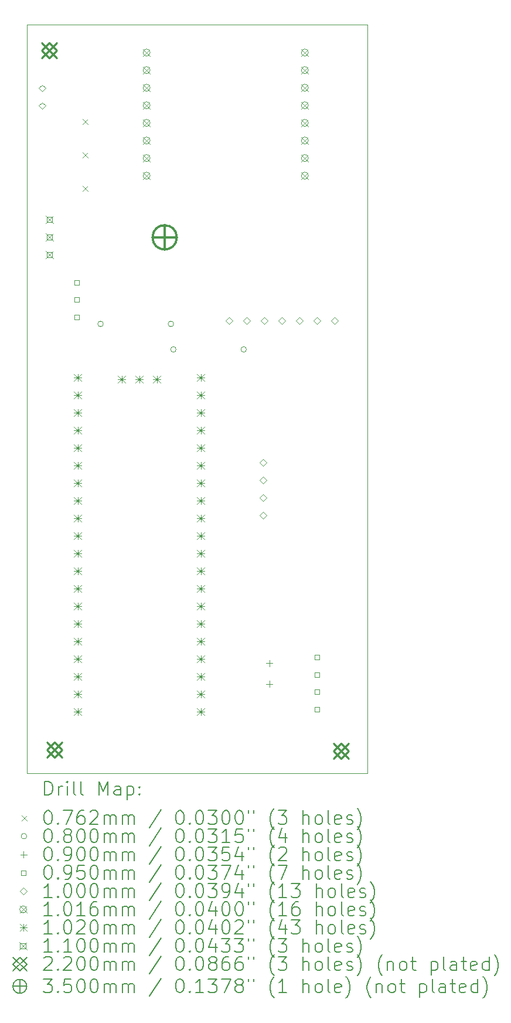
<source format=gbr>
%TF.GenerationSoftware,KiCad,Pcbnew,7.0.7*%
%TF.CreationDate,2024-03-11T23:01:04+01:00*%
%TF.ProjectId,RocketBoard,526f636b-6574-4426-9f61-72642e6b6963,rev?*%
%TF.SameCoordinates,Original*%
%TF.FileFunction,Drillmap*%
%TF.FilePolarity,Positive*%
%FSLAX45Y45*%
G04 Gerber Fmt 4.5, Leading zero omitted, Abs format (unit mm)*
G04 Created by KiCad (PCBNEW 7.0.7) date 2024-03-11 23:01:04*
%MOMM*%
%LPD*%
G01*
G04 APERTURE LIST*
%ADD10C,0.100000*%
%ADD11C,0.200000*%
%ADD12C,0.076200*%
%ADD13C,0.080000*%
%ADD14C,0.090000*%
%ADD15C,0.095000*%
%ADD16C,0.101600*%
%ADD17C,0.102000*%
%ADD18C,0.110000*%
%ADD19C,0.220000*%
%ADD20C,0.350000*%
G04 APERTURE END LIST*
D10*
X9830000Y-4305000D02*
X14750000Y-4305000D01*
X14750000Y-15115000D01*
X9830000Y-15115000D01*
X9830000Y-4305000D01*
D11*
D12*
X10636900Y-5661900D02*
X10713100Y-5738100D01*
X10713100Y-5661900D02*
X10636900Y-5738100D01*
X10636900Y-6146900D02*
X10713100Y-6223100D01*
X10713100Y-6146900D02*
X10636900Y-6223100D01*
X10636900Y-6626900D02*
X10713100Y-6703100D01*
X10713100Y-6626900D02*
X10636900Y-6703100D01*
D13*
X10932000Y-8625000D02*
G75*
G03*
X10932000Y-8625000I-40000J0D01*
G01*
X11948000Y-8625000D02*
G75*
G03*
X11948000Y-8625000I-40000J0D01*
G01*
X11984000Y-8993000D02*
G75*
G03*
X11984000Y-8993000I-40000J0D01*
G01*
X13000000Y-8993000D02*
G75*
G03*
X13000000Y-8993000I-40000J0D01*
G01*
D14*
X13330000Y-13480000D02*
X13330000Y-13570000D01*
X13285000Y-13525000D02*
X13375000Y-13525000D01*
X13330000Y-13780000D02*
X13330000Y-13870000D01*
X13285000Y-13825000D02*
X13375000Y-13825000D01*
D15*
X10583588Y-8058588D02*
X10583588Y-7991412D01*
X10516412Y-7991412D01*
X10516412Y-8058588D01*
X10583588Y-8058588D01*
X10583588Y-8308588D02*
X10583588Y-8241412D01*
X10516412Y-8241412D01*
X10516412Y-8308588D01*
X10583588Y-8308588D01*
X10583588Y-8558588D02*
X10583588Y-8491412D01*
X10516412Y-8491412D01*
X10516412Y-8558588D01*
X10583588Y-8558588D01*
X14050338Y-13473588D02*
X14050338Y-13406412D01*
X13983162Y-13406412D01*
X13983162Y-13473588D01*
X14050338Y-13473588D01*
X14050338Y-13723588D02*
X14050338Y-13656412D01*
X13983162Y-13656412D01*
X13983162Y-13723588D01*
X14050338Y-13723588D01*
X14050338Y-13973588D02*
X14050338Y-13906412D01*
X13983162Y-13906412D01*
X13983162Y-13973588D01*
X14050338Y-13973588D01*
X14050338Y-14223588D02*
X14050338Y-14156412D01*
X13983162Y-14156412D01*
X13983162Y-14223588D01*
X14050338Y-14223588D01*
D10*
X10050000Y-5271000D02*
X10100000Y-5221000D01*
X10050000Y-5171000D01*
X10000000Y-5221000D01*
X10050000Y-5271000D01*
X10050000Y-5525000D02*
X10100000Y-5475000D01*
X10050000Y-5425000D01*
X10000000Y-5475000D01*
X10050000Y-5525000D01*
X12750000Y-8625000D02*
X12800000Y-8575000D01*
X12750000Y-8525000D01*
X12700000Y-8575000D01*
X12750000Y-8625000D01*
X13004000Y-8625000D02*
X13054000Y-8575000D01*
X13004000Y-8525000D01*
X12954000Y-8575000D01*
X13004000Y-8625000D01*
X13241000Y-10680000D02*
X13291000Y-10630000D01*
X13241000Y-10580000D01*
X13191000Y-10630000D01*
X13241000Y-10680000D01*
X13241000Y-10934000D02*
X13291000Y-10884000D01*
X13241000Y-10834000D01*
X13191000Y-10884000D01*
X13241000Y-10934000D01*
X13241000Y-11188000D02*
X13291000Y-11138000D01*
X13241000Y-11088000D01*
X13191000Y-11138000D01*
X13241000Y-11188000D01*
X13241000Y-11442000D02*
X13291000Y-11392000D01*
X13241000Y-11342000D01*
X13191000Y-11392000D01*
X13241000Y-11442000D01*
X13258000Y-8625000D02*
X13308000Y-8575000D01*
X13258000Y-8525000D01*
X13208000Y-8575000D01*
X13258000Y-8625000D01*
X13512000Y-8625000D02*
X13562000Y-8575000D01*
X13512000Y-8525000D01*
X13462000Y-8575000D01*
X13512000Y-8625000D01*
X13766000Y-8625000D02*
X13816000Y-8575000D01*
X13766000Y-8525000D01*
X13716000Y-8575000D01*
X13766000Y-8625000D01*
X14020000Y-8625000D02*
X14070000Y-8575000D01*
X14020000Y-8525000D01*
X13970000Y-8575000D01*
X14020000Y-8625000D01*
X14274000Y-8625000D02*
X14324000Y-8575000D01*
X14274000Y-8525000D01*
X14224000Y-8575000D01*
X14274000Y-8625000D01*
D16*
X11506200Y-4654950D02*
X11607800Y-4756550D01*
X11607800Y-4654950D02*
X11506200Y-4756550D01*
X11607800Y-4705750D02*
G75*
G03*
X11607800Y-4705750I-50800J0D01*
G01*
X11506200Y-4908950D02*
X11607800Y-5010550D01*
X11607800Y-4908950D02*
X11506200Y-5010550D01*
X11607800Y-4959750D02*
G75*
G03*
X11607800Y-4959750I-50800J0D01*
G01*
X11506200Y-5162950D02*
X11607800Y-5264550D01*
X11607800Y-5162950D02*
X11506200Y-5264550D01*
X11607800Y-5213750D02*
G75*
G03*
X11607800Y-5213750I-50800J0D01*
G01*
X11506200Y-5416950D02*
X11607800Y-5518550D01*
X11607800Y-5416950D02*
X11506200Y-5518550D01*
X11607800Y-5467750D02*
G75*
G03*
X11607800Y-5467750I-50800J0D01*
G01*
X11506200Y-5670950D02*
X11607800Y-5772550D01*
X11607800Y-5670950D02*
X11506200Y-5772550D01*
X11607800Y-5721750D02*
G75*
G03*
X11607800Y-5721750I-50800J0D01*
G01*
X11506200Y-5924950D02*
X11607800Y-6026550D01*
X11607800Y-5924950D02*
X11506200Y-6026550D01*
X11607800Y-5975750D02*
G75*
G03*
X11607800Y-5975750I-50800J0D01*
G01*
X11506200Y-6178950D02*
X11607800Y-6280550D01*
X11607800Y-6178950D02*
X11506200Y-6280550D01*
X11607800Y-6229750D02*
G75*
G03*
X11607800Y-6229750I-50800J0D01*
G01*
X11506200Y-6432950D02*
X11607800Y-6534550D01*
X11607800Y-6432950D02*
X11506200Y-6534550D01*
X11607800Y-6483750D02*
G75*
G03*
X11607800Y-6483750I-50800J0D01*
G01*
X13792200Y-4654950D02*
X13893800Y-4756550D01*
X13893800Y-4654950D02*
X13792200Y-4756550D01*
X13893800Y-4705750D02*
G75*
G03*
X13893800Y-4705750I-50800J0D01*
G01*
X13792200Y-4908950D02*
X13893800Y-5010550D01*
X13893800Y-4908950D02*
X13792200Y-5010550D01*
X13893800Y-4959750D02*
G75*
G03*
X13893800Y-4959750I-50800J0D01*
G01*
X13792200Y-5162950D02*
X13893800Y-5264550D01*
X13893800Y-5162950D02*
X13792200Y-5264550D01*
X13893800Y-5213750D02*
G75*
G03*
X13893800Y-5213750I-50800J0D01*
G01*
X13792200Y-5416950D02*
X13893800Y-5518550D01*
X13893800Y-5416950D02*
X13792200Y-5518550D01*
X13893800Y-5467750D02*
G75*
G03*
X13893800Y-5467750I-50800J0D01*
G01*
X13792200Y-5670950D02*
X13893800Y-5772550D01*
X13893800Y-5670950D02*
X13792200Y-5772550D01*
X13893800Y-5721750D02*
G75*
G03*
X13893800Y-5721750I-50800J0D01*
G01*
X13792200Y-5924950D02*
X13893800Y-6026550D01*
X13893800Y-5924950D02*
X13792200Y-6026550D01*
X13893800Y-5975750D02*
G75*
G03*
X13893800Y-5975750I-50800J0D01*
G01*
X13792200Y-6178950D02*
X13893800Y-6280550D01*
X13893800Y-6178950D02*
X13792200Y-6280550D01*
X13893800Y-6229750D02*
G75*
G03*
X13893800Y-6229750I-50800J0D01*
G01*
X13792200Y-6432950D02*
X13893800Y-6534550D01*
X13893800Y-6432950D02*
X13792200Y-6534550D01*
X13893800Y-6483750D02*
G75*
G03*
X13893800Y-6483750I-50800J0D01*
G01*
D17*
X10510000Y-9351000D02*
X10612000Y-9453000D01*
X10612000Y-9351000D02*
X10510000Y-9453000D01*
X10561000Y-9351000D02*
X10561000Y-9453000D01*
X10510000Y-9402000D02*
X10612000Y-9402000D01*
X10510000Y-9605000D02*
X10612000Y-9707000D01*
X10612000Y-9605000D02*
X10510000Y-9707000D01*
X10561000Y-9605000D02*
X10561000Y-9707000D01*
X10510000Y-9656000D02*
X10612000Y-9656000D01*
X10510000Y-9859000D02*
X10612000Y-9961000D01*
X10612000Y-9859000D02*
X10510000Y-9961000D01*
X10561000Y-9859000D02*
X10561000Y-9961000D01*
X10510000Y-9910000D02*
X10612000Y-9910000D01*
X10510000Y-10113000D02*
X10612000Y-10215000D01*
X10612000Y-10113000D02*
X10510000Y-10215000D01*
X10561000Y-10113000D02*
X10561000Y-10215000D01*
X10510000Y-10164000D02*
X10612000Y-10164000D01*
X10510000Y-10367000D02*
X10612000Y-10469000D01*
X10612000Y-10367000D02*
X10510000Y-10469000D01*
X10561000Y-10367000D02*
X10561000Y-10469000D01*
X10510000Y-10418000D02*
X10612000Y-10418000D01*
X10510000Y-10621000D02*
X10612000Y-10723000D01*
X10612000Y-10621000D02*
X10510000Y-10723000D01*
X10561000Y-10621000D02*
X10561000Y-10723000D01*
X10510000Y-10672000D02*
X10612000Y-10672000D01*
X10510000Y-10875000D02*
X10612000Y-10977000D01*
X10612000Y-10875000D02*
X10510000Y-10977000D01*
X10561000Y-10875000D02*
X10561000Y-10977000D01*
X10510000Y-10926000D02*
X10612000Y-10926000D01*
X10510000Y-11129000D02*
X10612000Y-11231000D01*
X10612000Y-11129000D02*
X10510000Y-11231000D01*
X10561000Y-11129000D02*
X10561000Y-11231000D01*
X10510000Y-11180000D02*
X10612000Y-11180000D01*
X10510000Y-11383000D02*
X10612000Y-11485000D01*
X10612000Y-11383000D02*
X10510000Y-11485000D01*
X10561000Y-11383000D02*
X10561000Y-11485000D01*
X10510000Y-11434000D02*
X10612000Y-11434000D01*
X10510000Y-11637000D02*
X10612000Y-11739000D01*
X10612000Y-11637000D02*
X10510000Y-11739000D01*
X10561000Y-11637000D02*
X10561000Y-11739000D01*
X10510000Y-11688000D02*
X10612000Y-11688000D01*
X10510000Y-11891000D02*
X10612000Y-11993000D01*
X10612000Y-11891000D02*
X10510000Y-11993000D01*
X10561000Y-11891000D02*
X10561000Y-11993000D01*
X10510000Y-11942000D02*
X10612000Y-11942000D01*
X10510000Y-12145000D02*
X10612000Y-12247000D01*
X10612000Y-12145000D02*
X10510000Y-12247000D01*
X10561000Y-12145000D02*
X10561000Y-12247000D01*
X10510000Y-12196000D02*
X10612000Y-12196000D01*
X10510000Y-12399000D02*
X10612000Y-12501000D01*
X10612000Y-12399000D02*
X10510000Y-12501000D01*
X10561000Y-12399000D02*
X10561000Y-12501000D01*
X10510000Y-12450000D02*
X10612000Y-12450000D01*
X10510000Y-12653000D02*
X10612000Y-12755000D01*
X10612000Y-12653000D02*
X10510000Y-12755000D01*
X10561000Y-12653000D02*
X10561000Y-12755000D01*
X10510000Y-12704000D02*
X10612000Y-12704000D01*
X10510000Y-12907000D02*
X10612000Y-13009000D01*
X10612000Y-12907000D02*
X10510000Y-13009000D01*
X10561000Y-12907000D02*
X10561000Y-13009000D01*
X10510000Y-12958000D02*
X10612000Y-12958000D01*
X10510000Y-13161000D02*
X10612000Y-13263000D01*
X10612000Y-13161000D02*
X10510000Y-13263000D01*
X10561000Y-13161000D02*
X10561000Y-13263000D01*
X10510000Y-13212000D02*
X10612000Y-13212000D01*
X10510000Y-13415000D02*
X10612000Y-13517000D01*
X10612000Y-13415000D02*
X10510000Y-13517000D01*
X10561000Y-13415000D02*
X10561000Y-13517000D01*
X10510000Y-13466000D02*
X10612000Y-13466000D01*
X10510000Y-13669000D02*
X10612000Y-13771000D01*
X10612000Y-13669000D02*
X10510000Y-13771000D01*
X10561000Y-13669000D02*
X10561000Y-13771000D01*
X10510000Y-13720000D02*
X10612000Y-13720000D01*
X10510000Y-13923000D02*
X10612000Y-14025000D01*
X10612000Y-13923000D02*
X10510000Y-14025000D01*
X10561000Y-13923000D02*
X10561000Y-14025000D01*
X10510000Y-13974000D02*
X10612000Y-13974000D01*
X10510000Y-14177000D02*
X10612000Y-14279000D01*
X10612000Y-14177000D02*
X10510000Y-14279000D01*
X10561000Y-14177000D02*
X10561000Y-14279000D01*
X10510000Y-14228000D02*
X10612000Y-14228000D01*
X11145000Y-9374000D02*
X11247000Y-9476000D01*
X11247000Y-9374000D02*
X11145000Y-9476000D01*
X11196000Y-9374000D02*
X11196000Y-9476000D01*
X11145000Y-9425000D02*
X11247000Y-9425000D01*
X11399000Y-9374000D02*
X11501000Y-9476000D01*
X11501000Y-9374000D02*
X11399000Y-9476000D01*
X11450000Y-9374000D02*
X11450000Y-9476000D01*
X11399000Y-9425000D02*
X11501000Y-9425000D01*
X11653000Y-9374000D02*
X11755000Y-9476000D01*
X11755000Y-9374000D02*
X11653000Y-9476000D01*
X11704000Y-9374000D02*
X11704000Y-9476000D01*
X11653000Y-9425000D02*
X11755000Y-9425000D01*
X12288000Y-9351000D02*
X12390000Y-9453000D01*
X12390000Y-9351000D02*
X12288000Y-9453000D01*
X12339000Y-9351000D02*
X12339000Y-9453000D01*
X12288000Y-9402000D02*
X12390000Y-9402000D01*
X12288000Y-9605000D02*
X12390000Y-9707000D01*
X12390000Y-9605000D02*
X12288000Y-9707000D01*
X12339000Y-9605000D02*
X12339000Y-9707000D01*
X12288000Y-9656000D02*
X12390000Y-9656000D01*
X12288000Y-9859000D02*
X12390000Y-9961000D01*
X12390000Y-9859000D02*
X12288000Y-9961000D01*
X12339000Y-9859000D02*
X12339000Y-9961000D01*
X12288000Y-9910000D02*
X12390000Y-9910000D01*
X12288000Y-10113000D02*
X12390000Y-10215000D01*
X12390000Y-10113000D02*
X12288000Y-10215000D01*
X12339000Y-10113000D02*
X12339000Y-10215000D01*
X12288000Y-10164000D02*
X12390000Y-10164000D01*
X12288000Y-10367000D02*
X12390000Y-10469000D01*
X12390000Y-10367000D02*
X12288000Y-10469000D01*
X12339000Y-10367000D02*
X12339000Y-10469000D01*
X12288000Y-10418000D02*
X12390000Y-10418000D01*
X12288000Y-10621000D02*
X12390000Y-10723000D01*
X12390000Y-10621000D02*
X12288000Y-10723000D01*
X12339000Y-10621000D02*
X12339000Y-10723000D01*
X12288000Y-10672000D02*
X12390000Y-10672000D01*
X12288000Y-10875000D02*
X12390000Y-10977000D01*
X12390000Y-10875000D02*
X12288000Y-10977000D01*
X12339000Y-10875000D02*
X12339000Y-10977000D01*
X12288000Y-10926000D02*
X12390000Y-10926000D01*
X12288000Y-11129000D02*
X12390000Y-11231000D01*
X12390000Y-11129000D02*
X12288000Y-11231000D01*
X12339000Y-11129000D02*
X12339000Y-11231000D01*
X12288000Y-11180000D02*
X12390000Y-11180000D01*
X12288000Y-11383000D02*
X12390000Y-11485000D01*
X12390000Y-11383000D02*
X12288000Y-11485000D01*
X12339000Y-11383000D02*
X12339000Y-11485000D01*
X12288000Y-11434000D02*
X12390000Y-11434000D01*
X12288000Y-11637000D02*
X12390000Y-11739000D01*
X12390000Y-11637000D02*
X12288000Y-11739000D01*
X12339000Y-11637000D02*
X12339000Y-11739000D01*
X12288000Y-11688000D02*
X12390000Y-11688000D01*
X12288000Y-11891000D02*
X12390000Y-11993000D01*
X12390000Y-11891000D02*
X12288000Y-11993000D01*
X12339000Y-11891000D02*
X12339000Y-11993000D01*
X12288000Y-11942000D02*
X12390000Y-11942000D01*
X12288000Y-12145000D02*
X12390000Y-12247000D01*
X12390000Y-12145000D02*
X12288000Y-12247000D01*
X12339000Y-12145000D02*
X12339000Y-12247000D01*
X12288000Y-12196000D02*
X12390000Y-12196000D01*
X12288000Y-12399000D02*
X12390000Y-12501000D01*
X12390000Y-12399000D02*
X12288000Y-12501000D01*
X12339000Y-12399000D02*
X12339000Y-12501000D01*
X12288000Y-12450000D02*
X12390000Y-12450000D01*
X12288000Y-12653000D02*
X12390000Y-12755000D01*
X12390000Y-12653000D02*
X12288000Y-12755000D01*
X12339000Y-12653000D02*
X12339000Y-12755000D01*
X12288000Y-12704000D02*
X12390000Y-12704000D01*
X12288000Y-12907000D02*
X12390000Y-13009000D01*
X12390000Y-12907000D02*
X12288000Y-13009000D01*
X12339000Y-12907000D02*
X12339000Y-13009000D01*
X12288000Y-12958000D02*
X12390000Y-12958000D01*
X12288000Y-13161000D02*
X12390000Y-13263000D01*
X12390000Y-13161000D02*
X12288000Y-13263000D01*
X12339000Y-13161000D02*
X12339000Y-13263000D01*
X12288000Y-13212000D02*
X12390000Y-13212000D01*
X12288000Y-13415000D02*
X12390000Y-13517000D01*
X12390000Y-13415000D02*
X12288000Y-13517000D01*
X12339000Y-13415000D02*
X12339000Y-13517000D01*
X12288000Y-13466000D02*
X12390000Y-13466000D01*
X12288000Y-13669000D02*
X12390000Y-13771000D01*
X12390000Y-13669000D02*
X12288000Y-13771000D01*
X12339000Y-13669000D02*
X12339000Y-13771000D01*
X12288000Y-13720000D02*
X12390000Y-13720000D01*
X12288000Y-13923000D02*
X12390000Y-14025000D01*
X12390000Y-13923000D02*
X12288000Y-14025000D01*
X12339000Y-13923000D02*
X12339000Y-14025000D01*
X12288000Y-13974000D02*
X12390000Y-13974000D01*
X12288000Y-14177000D02*
X12390000Y-14279000D01*
X12390000Y-14177000D02*
X12288000Y-14279000D01*
X12339000Y-14177000D02*
X12339000Y-14279000D01*
X12288000Y-14228000D02*
X12390000Y-14228000D01*
D18*
X10097000Y-7066000D02*
X10207000Y-7176000D01*
X10207000Y-7066000D02*
X10097000Y-7176000D01*
X10190891Y-7159891D02*
X10190891Y-7082109D01*
X10113109Y-7082109D01*
X10113109Y-7159891D01*
X10190891Y-7159891D01*
X10097000Y-7320000D02*
X10207000Y-7430000D01*
X10207000Y-7320000D02*
X10097000Y-7430000D01*
X10190891Y-7413891D02*
X10190891Y-7336109D01*
X10113109Y-7336109D01*
X10113109Y-7413891D01*
X10190891Y-7413891D01*
X10097000Y-7574000D02*
X10207000Y-7684000D01*
X10207000Y-7574000D02*
X10097000Y-7684000D01*
X10190891Y-7667891D02*
X10190891Y-7590109D01*
X10113109Y-7590109D01*
X10113109Y-7667891D01*
X10190891Y-7667891D01*
D19*
X10040000Y-4565000D02*
X10260000Y-4785000D01*
X10260000Y-4565000D02*
X10040000Y-4785000D01*
X10150000Y-4785000D02*
X10260000Y-4675000D01*
X10150000Y-4565000D01*
X10040000Y-4675000D01*
X10150000Y-4785000D01*
X10120000Y-14665000D02*
X10340000Y-14885000D01*
X10340000Y-14665000D02*
X10120000Y-14885000D01*
X10230000Y-14885000D02*
X10340000Y-14775000D01*
X10230000Y-14665000D01*
X10120000Y-14775000D01*
X10230000Y-14885000D01*
X14260000Y-14685000D02*
X14480000Y-14905000D01*
X14480000Y-14685000D02*
X14260000Y-14905000D01*
X14370000Y-14905000D02*
X14480000Y-14795000D01*
X14370000Y-14685000D01*
X14260000Y-14795000D01*
X14370000Y-14905000D01*
D20*
X11818000Y-7200000D02*
X11818000Y-7550000D01*
X11643000Y-7375000D02*
X11993000Y-7375000D01*
X11993000Y-7375000D02*
G75*
G03*
X11993000Y-7375000I-175000J0D01*
G01*
D11*
X10085777Y-15431484D02*
X10085777Y-15231484D01*
X10085777Y-15231484D02*
X10133396Y-15231484D01*
X10133396Y-15231484D02*
X10161967Y-15241008D01*
X10161967Y-15241008D02*
X10181015Y-15260055D01*
X10181015Y-15260055D02*
X10190539Y-15279103D01*
X10190539Y-15279103D02*
X10200063Y-15317198D01*
X10200063Y-15317198D02*
X10200063Y-15345769D01*
X10200063Y-15345769D02*
X10190539Y-15383865D01*
X10190539Y-15383865D02*
X10181015Y-15402912D01*
X10181015Y-15402912D02*
X10161967Y-15421960D01*
X10161967Y-15421960D02*
X10133396Y-15431484D01*
X10133396Y-15431484D02*
X10085777Y-15431484D01*
X10285777Y-15431484D02*
X10285777Y-15298150D01*
X10285777Y-15336246D02*
X10295301Y-15317198D01*
X10295301Y-15317198D02*
X10304824Y-15307674D01*
X10304824Y-15307674D02*
X10323872Y-15298150D01*
X10323872Y-15298150D02*
X10342920Y-15298150D01*
X10409586Y-15431484D02*
X10409586Y-15298150D01*
X10409586Y-15231484D02*
X10400063Y-15241008D01*
X10400063Y-15241008D02*
X10409586Y-15250531D01*
X10409586Y-15250531D02*
X10419110Y-15241008D01*
X10419110Y-15241008D02*
X10409586Y-15231484D01*
X10409586Y-15231484D02*
X10409586Y-15250531D01*
X10533396Y-15431484D02*
X10514348Y-15421960D01*
X10514348Y-15421960D02*
X10504824Y-15402912D01*
X10504824Y-15402912D02*
X10504824Y-15231484D01*
X10638158Y-15431484D02*
X10619110Y-15421960D01*
X10619110Y-15421960D02*
X10609586Y-15402912D01*
X10609586Y-15402912D02*
X10609586Y-15231484D01*
X10866729Y-15431484D02*
X10866729Y-15231484D01*
X10866729Y-15231484D02*
X10933396Y-15374341D01*
X10933396Y-15374341D02*
X11000063Y-15231484D01*
X11000063Y-15231484D02*
X11000063Y-15431484D01*
X11181015Y-15431484D02*
X11181015Y-15326722D01*
X11181015Y-15326722D02*
X11171491Y-15307674D01*
X11171491Y-15307674D02*
X11152444Y-15298150D01*
X11152444Y-15298150D02*
X11114348Y-15298150D01*
X11114348Y-15298150D02*
X11095301Y-15307674D01*
X11181015Y-15421960D02*
X11161967Y-15431484D01*
X11161967Y-15431484D02*
X11114348Y-15431484D01*
X11114348Y-15431484D02*
X11095301Y-15421960D01*
X11095301Y-15421960D02*
X11085777Y-15402912D01*
X11085777Y-15402912D02*
X11085777Y-15383865D01*
X11085777Y-15383865D02*
X11095301Y-15364817D01*
X11095301Y-15364817D02*
X11114348Y-15355293D01*
X11114348Y-15355293D02*
X11161967Y-15355293D01*
X11161967Y-15355293D02*
X11181015Y-15345769D01*
X11276253Y-15298150D02*
X11276253Y-15498150D01*
X11276253Y-15307674D02*
X11295301Y-15298150D01*
X11295301Y-15298150D02*
X11333396Y-15298150D01*
X11333396Y-15298150D02*
X11352443Y-15307674D01*
X11352443Y-15307674D02*
X11361967Y-15317198D01*
X11361967Y-15317198D02*
X11371491Y-15336246D01*
X11371491Y-15336246D02*
X11371491Y-15393388D01*
X11371491Y-15393388D02*
X11361967Y-15412436D01*
X11361967Y-15412436D02*
X11352443Y-15421960D01*
X11352443Y-15421960D02*
X11333396Y-15431484D01*
X11333396Y-15431484D02*
X11295301Y-15431484D01*
X11295301Y-15431484D02*
X11276253Y-15421960D01*
X11457205Y-15412436D02*
X11466729Y-15421960D01*
X11466729Y-15421960D02*
X11457205Y-15431484D01*
X11457205Y-15431484D02*
X11447682Y-15421960D01*
X11447682Y-15421960D02*
X11457205Y-15412436D01*
X11457205Y-15412436D02*
X11457205Y-15431484D01*
X11457205Y-15307674D02*
X11466729Y-15317198D01*
X11466729Y-15317198D02*
X11457205Y-15326722D01*
X11457205Y-15326722D02*
X11447682Y-15317198D01*
X11447682Y-15317198D02*
X11457205Y-15307674D01*
X11457205Y-15307674D02*
X11457205Y-15326722D01*
D12*
X9748800Y-15721900D02*
X9825000Y-15798100D01*
X9825000Y-15721900D02*
X9748800Y-15798100D01*
D11*
X10123872Y-15651484D02*
X10142920Y-15651484D01*
X10142920Y-15651484D02*
X10161967Y-15661008D01*
X10161967Y-15661008D02*
X10171491Y-15670531D01*
X10171491Y-15670531D02*
X10181015Y-15689579D01*
X10181015Y-15689579D02*
X10190539Y-15727674D01*
X10190539Y-15727674D02*
X10190539Y-15775293D01*
X10190539Y-15775293D02*
X10181015Y-15813388D01*
X10181015Y-15813388D02*
X10171491Y-15832436D01*
X10171491Y-15832436D02*
X10161967Y-15841960D01*
X10161967Y-15841960D02*
X10142920Y-15851484D01*
X10142920Y-15851484D02*
X10123872Y-15851484D01*
X10123872Y-15851484D02*
X10104824Y-15841960D01*
X10104824Y-15841960D02*
X10095301Y-15832436D01*
X10095301Y-15832436D02*
X10085777Y-15813388D01*
X10085777Y-15813388D02*
X10076253Y-15775293D01*
X10076253Y-15775293D02*
X10076253Y-15727674D01*
X10076253Y-15727674D02*
X10085777Y-15689579D01*
X10085777Y-15689579D02*
X10095301Y-15670531D01*
X10095301Y-15670531D02*
X10104824Y-15661008D01*
X10104824Y-15661008D02*
X10123872Y-15651484D01*
X10276253Y-15832436D02*
X10285777Y-15841960D01*
X10285777Y-15841960D02*
X10276253Y-15851484D01*
X10276253Y-15851484D02*
X10266729Y-15841960D01*
X10266729Y-15841960D02*
X10276253Y-15832436D01*
X10276253Y-15832436D02*
X10276253Y-15851484D01*
X10352444Y-15651484D02*
X10485777Y-15651484D01*
X10485777Y-15651484D02*
X10400063Y-15851484D01*
X10647682Y-15651484D02*
X10609586Y-15651484D01*
X10609586Y-15651484D02*
X10590539Y-15661008D01*
X10590539Y-15661008D02*
X10581015Y-15670531D01*
X10581015Y-15670531D02*
X10561967Y-15699103D01*
X10561967Y-15699103D02*
X10552444Y-15737198D01*
X10552444Y-15737198D02*
X10552444Y-15813388D01*
X10552444Y-15813388D02*
X10561967Y-15832436D01*
X10561967Y-15832436D02*
X10571491Y-15841960D01*
X10571491Y-15841960D02*
X10590539Y-15851484D01*
X10590539Y-15851484D02*
X10628634Y-15851484D01*
X10628634Y-15851484D02*
X10647682Y-15841960D01*
X10647682Y-15841960D02*
X10657205Y-15832436D01*
X10657205Y-15832436D02*
X10666729Y-15813388D01*
X10666729Y-15813388D02*
X10666729Y-15765769D01*
X10666729Y-15765769D02*
X10657205Y-15746722D01*
X10657205Y-15746722D02*
X10647682Y-15737198D01*
X10647682Y-15737198D02*
X10628634Y-15727674D01*
X10628634Y-15727674D02*
X10590539Y-15727674D01*
X10590539Y-15727674D02*
X10571491Y-15737198D01*
X10571491Y-15737198D02*
X10561967Y-15746722D01*
X10561967Y-15746722D02*
X10552444Y-15765769D01*
X10742920Y-15670531D02*
X10752444Y-15661008D01*
X10752444Y-15661008D02*
X10771491Y-15651484D01*
X10771491Y-15651484D02*
X10819110Y-15651484D01*
X10819110Y-15651484D02*
X10838158Y-15661008D01*
X10838158Y-15661008D02*
X10847682Y-15670531D01*
X10847682Y-15670531D02*
X10857205Y-15689579D01*
X10857205Y-15689579D02*
X10857205Y-15708627D01*
X10857205Y-15708627D02*
X10847682Y-15737198D01*
X10847682Y-15737198D02*
X10733396Y-15851484D01*
X10733396Y-15851484D02*
X10857205Y-15851484D01*
X10942920Y-15851484D02*
X10942920Y-15718150D01*
X10942920Y-15737198D02*
X10952444Y-15727674D01*
X10952444Y-15727674D02*
X10971491Y-15718150D01*
X10971491Y-15718150D02*
X11000063Y-15718150D01*
X11000063Y-15718150D02*
X11019110Y-15727674D01*
X11019110Y-15727674D02*
X11028634Y-15746722D01*
X11028634Y-15746722D02*
X11028634Y-15851484D01*
X11028634Y-15746722D02*
X11038158Y-15727674D01*
X11038158Y-15727674D02*
X11057205Y-15718150D01*
X11057205Y-15718150D02*
X11085777Y-15718150D01*
X11085777Y-15718150D02*
X11104825Y-15727674D01*
X11104825Y-15727674D02*
X11114348Y-15746722D01*
X11114348Y-15746722D02*
X11114348Y-15851484D01*
X11209586Y-15851484D02*
X11209586Y-15718150D01*
X11209586Y-15737198D02*
X11219110Y-15727674D01*
X11219110Y-15727674D02*
X11238158Y-15718150D01*
X11238158Y-15718150D02*
X11266729Y-15718150D01*
X11266729Y-15718150D02*
X11285777Y-15727674D01*
X11285777Y-15727674D02*
X11295301Y-15746722D01*
X11295301Y-15746722D02*
X11295301Y-15851484D01*
X11295301Y-15746722D02*
X11304824Y-15727674D01*
X11304824Y-15727674D02*
X11323872Y-15718150D01*
X11323872Y-15718150D02*
X11352443Y-15718150D01*
X11352443Y-15718150D02*
X11371491Y-15727674D01*
X11371491Y-15727674D02*
X11381015Y-15746722D01*
X11381015Y-15746722D02*
X11381015Y-15851484D01*
X11771491Y-15641960D02*
X11600063Y-15899103D01*
X12028634Y-15651484D02*
X12047682Y-15651484D01*
X12047682Y-15651484D02*
X12066729Y-15661008D01*
X12066729Y-15661008D02*
X12076253Y-15670531D01*
X12076253Y-15670531D02*
X12085777Y-15689579D01*
X12085777Y-15689579D02*
X12095301Y-15727674D01*
X12095301Y-15727674D02*
X12095301Y-15775293D01*
X12095301Y-15775293D02*
X12085777Y-15813388D01*
X12085777Y-15813388D02*
X12076253Y-15832436D01*
X12076253Y-15832436D02*
X12066729Y-15841960D01*
X12066729Y-15841960D02*
X12047682Y-15851484D01*
X12047682Y-15851484D02*
X12028634Y-15851484D01*
X12028634Y-15851484D02*
X12009586Y-15841960D01*
X12009586Y-15841960D02*
X12000063Y-15832436D01*
X12000063Y-15832436D02*
X11990539Y-15813388D01*
X11990539Y-15813388D02*
X11981015Y-15775293D01*
X11981015Y-15775293D02*
X11981015Y-15727674D01*
X11981015Y-15727674D02*
X11990539Y-15689579D01*
X11990539Y-15689579D02*
X12000063Y-15670531D01*
X12000063Y-15670531D02*
X12009586Y-15661008D01*
X12009586Y-15661008D02*
X12028634Y-15651484D01*
X12181015Y-15832436D02*
X12190539Y-15841960D01*
X12190539Y-15841960D02*
X12181015Y-15851484D01*
X12181015Y-15851484D02*
X12171491Y-15841960D01*
X12171491Y-15841960D02*
X12181015Y-15832436D01*
X12181015Y-15832436D02*
X12181015Y-15851484D01*
X12314348Y-15651484D02*
X12333396Y-15651484D01*
X12333396Y-15651484D02*
X12352444Y-15661008D01*
X12352444Y-15661008D02*
X12361967Y-15670531D01*
X12361967Y-15670531D02*
X12371491Y-15689579D01*
X12371491Y-15689579D02*
X12381015Y-15727674D01*
X12381015Y-15727674D02*
X12381015Y-15775293D01*
X12381015Y-15775293D02*
X12371491Y-15813388D01*
X12371491Y-15813388D02*
X12361967Y-15832436D01*
X12361967Y-15832436D02*
X12352444Y-15841960D01*
X12352444Y-15841960D02*
X12333396Y-15851484D01*
X12333396Y-15851484D02*
X12314348Y-15851484D01*
X12314348Y-15851484D02*
X12295301Y-15841960D01*
X12295301Y-15841960D02*
X12285777Y-15832436D01*
X12285777Y-15832436D02*
X12276253Y-15813388D01*
X12276253Y-15813388D02*
X12266729Y-15775293D01*
X12266729Y-15775293D02*
X12266729Y-15727674D01*
X12266729Y-15727674D02*
X12276253Y-15689579D01*
X12276253Y-15689579D02*
X12285777Y-15670531D01*
X12285777Y-15670531D02*
X12295301Y-15661008D01*
X12295301Y-15661008D02*
X12314348Y-15651484D01*
X12447682Y-15651484D02*
X12571491Y-15651484D01*
X12571491Y-15651484D02*
X12504825Y-15727674D01*
X12504825Y-15727674D02*
X12533396Y-15727674D01*
X12533396Y-15727674D02*
X12552444Y-15737198D01*
X12552444Y-15737198D02*
X12561967Y-15746722D01*
X12561967Y-15746722D02*
X12571491Y-15765769D01*
X12571491Y-15765769D02*
X12571491Y-15813388D01*
X12571491Y-15813388D02*
X12561967Y-15832436D01*
X12561967Y-15832436D02*
X12552444Y-15841960D01*
X12552444Y-15841960D02*
X12533396Y-15851484D01*
X12533396Y-15851484D02*
X12476253Y-15851484D01*
X12476253Y-15851484D02*
X12457206Y-15841960D01*
X12457206Y-15841960D02*
X12447682Y-15832436D01*
X12695301Y-15651484D02*
X12714348Y-15651484D01*
X12714348Y-15651484D02*
X12733396Y-15661008D01*
X12733396Y-15661008D02*
X12742920Y-15670531D01*
X12742920Y-15670531D02*
X12752444Y-15689579D01*
X12752444Y-15689579D02*
X12761967Y-15727674D01*
X12761967Y-15727674D02*
X12761967Y-15775293D01*
X12761967Y-15775293D02*
X12752444Y-15813388D01*
X12752444Y-15813388D02*
X12742920Y-15832436D01*
X12742920Y-15832436D02*
X12733396Y-15841960D01*
X12733396Y-15841960D02*
X12714348Y-15851484D01*
X12714348Y-15851484D02*
X12695301Y-15851484D01*
X12695301Y-15851484D02*
X12676253Y-15841960D01*
X12676253Y-15841960D02*
X12666729Y-15832436D01*
X12666729Y-15832436D02*
X12657206Y-15813388D01*
X12657206Y-15813388D02*
X12647682Y-15775293D01*
X12647682Y-15775293D02*
X12647682Y-15727674D01*
X12647682Y-15727674D02*
X12657206Y-15689579D01*
X12657206Y-15689579D02*
X12666729Y-15670531D01*
X12666729Y-15670531D02*
X12676253Y-15661008D01*
X12676253Y-15661008D02*
X12695301Y-15651484D01*
X12885777Y-15651484D02*
X12904825Y-15651484D01*
X12904825Y-15651484D02*
X12923872Y-15661008D01*
X12923872Y-15661008D02*
X12933396Y-15670531D01*
X12933396Y-15670531D02*
X12942920Y-15689579D01*
X12942920Y-15689579D02*
X12952444Y-15727674D01*
X12952444Y-15727674D02*
X12952444Y-15775293D01*
X12952444Y-15775293D02*
X12942920Y-15813388D01*
X12942920Y-15813388D02*
X12933396Y-15832436D01*
X12933396Y-15832436D02*
X12923872Y-15841960D01*
X12923872Y-15841960D02*
X12904825Y-15851484D01*
X12904825Y-15851484D02*
X12885777Y-15851484D01*
X12885777Y-15851484D02*
X12866729Y-15841960D01*
X12866729Y-15841960D02*
X12857206Y-15832436D01*
X12857206Y-15832436D02*
X12847682Y-15813388D01*
X12847682Y-15813388D02*
X12838158Y-15775293D01*
X12838158Y-15775293D02*
X12838158Y-15727674D01*
X12838158Y-15727674D02*
X12847682Y-15689579D01*
X12847682Y-15689579D02*
X12857206Y-15670531D01*
X12857206Y-15670531D02*
X12866729Y-15661008D01*
X12866729Y-15661008D02*
X12885777Y-15651484D01*
X13028634Y-15651484D02*
X13028634Y-15689579D01*
X13104825Y-15651484D02*
X13104825Y-15689579D01*
X13400063Y-15927674D02*
X13390539Y-15918150D01*
X13390539Y-15918150D02*
X13371491Y-15889579D01*
X13371491Y-15889579D02*
X13361968Y-15870531D01*
X13361968Y-15870531D02*
X13352444Y-15841960D01*
X13352444Y-15841960D02*
X13342920Y-15794341D01*
X13342920Y-15794341D02*
X13342920Y-15756246D01*
X13342920Y-15756246D02*
X13352444Y-15708627D01*
X13352444Y-15708627D02*
X13361968Y-15680055D01*
X13361968Y-15680055D02*
X13371491Y-15661008D01*
X13371491Y-15661008D02*
X13390539Y-15632436D01*
X13390539Y-15632436D02*
X13400063Y-15622912D01*
X13457206Y-15651484D02*
X13581015Y-15651484D01*
X13581015Y-15651484D02*
X13514348Y-15727674D01*
X13514348Y-15727674D02*
X13542920Y-15727674D01*
X13542920Y-15727674D02*
X13561968Y-15737198D01*
X13561968Y-15737198D02*
X13571491Y-15746722D01*
X13571491Y-15746722D02*
X13581015Y-15765769D01*
X13581015Y-15765769D02*
X13581015Y-15813388D01*
X13581015Y-15813388D02*
X13571491Y-15832436D01*
X13571491Y-15832436D02*
X13561968Y-15841960D01*
X13561968Y-15841960D02*
X13542920Y-15851484D01*
X13542920Y-15851484D02*
X13485777Y-15851484D01*
X13485777Y-15851484D02*
X13466729Y-15841960D01*
X13466729Y-15841960D02*
X13457206Y-15832436D01*
X13819110Y-15851484D02*
X13819110Y-15651484D01*
X13904825Y-15851484D02*
X13904825Y-15746722D01*
X13904825Y-15746722D02*
X13895301Y-15727674D01*
X13895301Y-15727674D02*
X13876253Y-15718150D01*
X13876253Y-15718150D02*
X13847682Y-15718150D01*
X13847682Y-15718150D02*
X13828634Y-15727674D01*
X13828634Y-15727674D02*
X13819110Y-15737198D01*
X14028634Y-15851484D02*
X14009587Y-15841960D01*
X14009587Y-15841960D02*
X14000063Y-15832436D01*
X14000063Y-15832436D02*
X13990539Y-15813388D01*
X13990539Y-15813388D02*
X13990539Y-15756246D01*
X13990539Y-15756246D02*
X14000063Y-15737198D01*
X14000063Y-15737198D02*
X14009587Y-15727674D01*
X14009587Y-15727674D02*
X14028634Y-15718150D01*
X14028634Y-15718150D02*
X14057206Y-15718150D01*
X14057206Y-15718150D02*
X14076253Y-15727674D01*
X14076253Y-15727674D02*
X14085777Y-15737198D01*
X14085777Y-15737198D02*
X14095301Y-15756246D01*
X14095301Y-15756246D02*
X14095301Y-15813388D01*
X14095301Y-15813388D02*
X14085777Y-15832436D01*
X14085777Y-15832436D02*
X14076253Y-15841960D01*
X14076253Y-15841960D02*
X14057206Y-15851484D01*
X14057206Y-15851484D02*
X14028634Y-15851484D01*
X14209587Y-15851484D02*
X14190539Y-15841960D01*
X14190539Y-15841960D02*
X14181015Y-15822912D01*
X14181015Y-15822912D02*
X14181015Y-15651484D01*
X14361968Y-15841960D02*
X14342920Y-15851484D01*
X14342920Y-15851484D02*
X14304825Y-15851484D01*
X14304825Y-15851484D02*
X14285777Y-15841960D01*
X14285777Y-15841960D02*
X14276253Y-15822912D01*
X14276253Y-15822912D02*
X14276253Y-15746722D01*
X14276253Y-15746722D02*
X14285777Y-15727674D01*
X14285777Y-15727674D02*
X14304825Y-15718150D01*
X14304825Y-15718150D02*
X14342920Y-15718150D01*
X14342920Y-15718150D02*
X14361968Y-15727674D01*
X14361968Y-15727674D02*
X14371491Y-15746722D01*
X14371491Y-15746722D02*
X14371491Y-15765769D01*
X14371491Y-15765769D02*
X14276253Y-15784817D01*
X14447682Y-15841960D02*
X14466730Y-15851484D01*
X14466730Y-15851484D02*
X14504825Y-15851484D01*
X14504825Y-15851484D02*
X14523872Y-15841960D01*
X14523872Y-15841960D02*
X14533396Y-15822912D01*
X14533396Y-15822912D02*
X14533396Y-15813388D01*
X14533396Y-15813388D02*
X14523872Y-15794341D01*
X14523872Y-15794341D02*
X14504825Y-15784817D01*
X14504825Y-15784817D02*
X14476253Y-15784817D01*
X14476253Y-15784817D02*
X14457206Y-15775293D01*
X14457206Y-15775293D02*
X14447682Y-15756246D01*
X14447682Y-15756246D02*
X14447682Y-15746722D01*
X14447682Y-15746722D02*
X14457206Y-15727674D01*
X14457206Y-15727674D02*
X14476253Y-15718150D01*
X14476253Y-15718150D02*
X14504825Y-15718150D01*
X14504825Y-15718150D02*
X14523872Y-15727674D01*
X14600063Y-15927674D02*
X14609587Y-15918150D01*
X14609587Y-15918150D02*
X14628634Y-15889579D01*
X14628634Y-15889579D02*
X14638158Y-15870531D01*
X14638158Y-15870531D02*
X14647682Y-15841960D01*
X14647682Y-15841960D02*
X14657206Y-15794341D01*
X14657206Y-15794341D02*
X14657206Y-15756246D01*
X14657206Y-15756246D02*
X14647682Y-15708627D01*
X14647682Y-15708627D02*
X14638158Y-15680055D01*
X14638158Y-15680055D02*
X14628634Y-15661008D01*
X14628634Y-15661008D02*
X14609587Y-15632436D01*
X14609587Y-15632436D02*
X14600063Y-15622912D01*
D13*
X9825000Y-16024000D02*
G75*
G03*
X9825000Y-16024000I-40000J0D01*
G01*
D11*
X10123872Y-15915484D02*
X10142920Y-15915484D01*
X10142920Y-15915484D02*
X10161967Y-15925008D01*
X10161967Y-15925008D02*
X10171491Y-15934531D01*
X10171491Y-15934531D02*
X10181015Y-15953579D01*
X10181015Y-15953579D02*
X10190539Y-15991674D01*
X10190539Y-15991674D02*
X10190539Y-16039293D01*
X10190539Y-16039293D02*
X10181015Y-16077388D01*
X10181015Y-16077388D02*
X10171491Y-16096436D01*
X10171491Y-16096436D02*
X10161967Y-16105960D01*
X10161967Y-16105960D02*
X10142920Y-16115484D01*
X10142920Y-16115484D02*
X10123872Y-16115484D01*
X10123872Y-16115484D02*
X10104824Y-16105960D01*
X10104824Y-16105960D02*
X10095301Y-16096436D01*
X10095301Y-16096436D02*
X10085777Y-16077388D01*
X10085777Y-16077388D02*
X10076253Y-16039293D01*
X10076253Y-16039293D02*
X10076253Y-15991674D01*
X10076253Y-15991674D02*
X10085777Y-15953579D01*
X10085777Y-15953579D02*
X10095301Y-15934531D01*
X10095301Y-15934531D02*
X10104824Y-15925008D01*
X10104824Y-15925008D02*
X10123872Y-15915484D01*
X10276253Y-16096436D02*
X10285777Y-16105960D01*
X10285777Y-16105960D02*
X10276253Y-16115484D01*
X10276253Y-16115484D02*
X10266729Y-16105960D01*
X10266729Y-16105960D02*
X10276253Y-16096436D01*
X10276253Y-16096436D02*
X10276253Y-16115484D01*
X10400063Y-16001198D02*
X10381015Y-15991674D01*
X10381015Y-15991674D02*
X10371491Y-15982150D01*
X10371491Y-15982150D02*
X10361967Y-15963103D01*
X10361967Y-15963103D02*
X10361967Y-15953579D01*
X10361967Y-15953579D02*
X10371491Y-15934531D01*
X10371491Y-15934531D02*
X10381015Y-15925008D01*
X10381015Y-15925008D02*
X10400063Y-15915484D01*
X10400063Y-15915484D02*
X10438158Y-15915484D01*
X10438158Y-15915484D02*
X10457205Y-15925008D01*
X10457205Y-15925008D02*
X10466729Y-15934531D01*
X10466729Y-15934531D02*
X10476253Y-15953579D01*
X10476253Y-15953579D02*
X10476253Y-15963103D01*
X10476253Y-15963103D02*
X10466729Y-15982150D01*
X10466729Y-15982150D02*
X10457205Y-15991674D01*
X10457205Y-15991674D02*
X10438158Y-16001198D01*
X10438158Y-16001198D02*
X10400063Y-16001198D01*
X10400063Y-16001198D02*
X10381015Y-16010722D01*
X10381015Y-16010722D02*
X10371491Y-16020246D01*
X10371491Y-16020246D02*
X10361967Y-16039293D01*
X10361967Y-16039293D02*
X10361967Y-16077388D01*
X10361967Y-16077388D02*
X10371491Y-16096436D01*
X10371491Y-16096436D02*
X10381015Y-16105960D01*
X10381015Y-16105960D02*
X10400063Y-16115484D01*
X10400063Y-16115484D02*
X10438158Y-16115484D01*
X10438158Y-16115484D02*
X10457205Y-16105960D01*
X10457205Y-16105960D02*
X10466729Y-16096436D01*
X10466729Y-16096436D02*
X10476253Y-16077388D01*
X10476253Y-16077388D02*
X10476253Y-16039293D01*
X10476253Y-16039293D02*
X10466729Y-16020246D01*
X10466729Y-16020246D02*
X10457205Y-16010722D01*
X10457205Y-16010722D02*
X10438158Y-16001198D01*
X10600063Y-15915484D02*
X10619110Y-15915484D01*
X10619110Y-15915484D02*
X10638158Y-15925008D01*
X10638158Y-15925008D02*
X10647682Y-15934531D01*
X10647682Y-15934531D02*
X10657205Y-15953579D01*
X10657205Y-15953579D02*
X10666729Y-15991674D01*
X10666729Y-15991674D02*
X10666729Y-16039293D01*
X10666729Y-16039293D02*
X10657205Y-16077388D01*
X10657205Y-16077388D02*
X10647682Y-16096436D01*
X10647682Y-16096436D02*
X10638158Y-16105960D01*
X10638158Y-16105960D02*
X10619110Y-16115484D01*
X10619110Y-16115484D02*
X10600063Y-16115484D01*
X10600063Y-16115484D02*
X10581015Y-16105960D01*
X10581015Y-16105960D02*
X10571491Y-16096436D01*
X10571491Y-16096436D02*
X10561967Y-16077388D01*
X10561967Y-16077388D02*
X10552444Y-16039293D01*
X10552444Y-16039293D02*
X10552444Y-15991674D01*
X10552444Y-15991674D02*
X10561967Y-15953579D01*
X10561967Y-15953579D02*
X10571491Y-15934531D01*
X10571491Y-15934531D02*
X10581015Y-15925008D01*
X10581015Y-15925008D02*
X10600063Y-15915484D01*
X10790539Y-15915484D02*
X10809586Y-15915484D01*
X10809586Y-15915484D02*
X10828634Y-15925008D01*
X10828634Y-15925008D02*
X10838158Y-15934531D01*
X10838158Y-15934531D02*
X10847682Y-15953579D01*
X10847682Y-15953579D02*
X10857205Y-15991674D01*
X10857205Y-15991674D02*
X10857205Y-16039293D01*
X10857205Y-16039293D02*
X10847682Y-16077388D01*
X10847682Y-16077388D02*
X10838158Y-16096436D01*
X10838158Y-16096436D02*
X10828634Y-16105960D01*
X10828634Y-16105960D02*
X10809586Y-16115484D01*
X10809586Y-16115484D02*
X10790539Y-16115484D01*
X10790539Y-16115484D02*
X10771491Y-16105960D01*
X10771491Y-16105960D02*
X10761967Y-16096436D01*
X10761967Y-16096436D02*
X10752444Y-16077388D01*
X10752444Y-16077388D02*
X10742920Y-16039293D01*
X10742920Y-16039293D02*
X10742920Y-15991674D01*
X10742920Y-15991674D02*
X10752444Y-15953579D01*
X10752444Y-15953579D02*
X10761967Y-15934531D01*
X10761967Y-15934531D02*
X10771491Y-15925008D01*
X10771491Y-15925008D02*
X10790539Y-15915484D01*
X10942920Y-16115484D02*
X10942920Y-15982150D01*
X10942920Y-16001198D02*
X10952444Y-15991674D01*
X10952444Y-15991674D02*
X10971491Y-15982150D01*
X10971491Y-15982150D02*
X11000063Y-15982150D01*
X11000063Y-15982150D02*
X11019110Y-15991674D01*
X11019110Y-15991674D02*
X11028634Y-16010722D01*
X11028634Y-16010722D02*
X11028634Y-16115484D01*
X11028634Y-16010722D02*
X11038158Y-15991674D01*
X11038158Y-15991674D02*
X11057205Y-15982150D01*
X11057205Y-15982150D02*
X11085777Y-15982150D01*
X11085777Y-15982150D02*
X11104825Y-15991674D01*
X11104825Y-15991674D02*
X11114348Y-16010722D01*
X11114348Y-16010722D02*
X11114348Y-16115484D01*
X11209586Y-16115484D02*
X11209586Y-15982150D01*
X11209586Y-16001198D02*
X11219110Y-15991674D01*
X11219110Y-15991674D02*
X11238158Y-15982150D01*
X11238158Y-15982150D02*
X11266729Y-15982150D01*
X11266729Y-15982150D02*
X11285777Y-15991674D01*
X11285777Y-15991674D02*
X11295301Y-16010722D01*
X11295301Y-16010722D02*
X11295301Y-16115484D01*
X11295301Y-16010722D02*
X11304824Y-15991674D01*
X11304824Y-15991674D02*
X11323872Y-15982150D01*
X11323872Y-15982150D02*
X11352443Y-15982150D01*
X11352443Y-15982150D02*
X11371491Y-15991674D01*
X11371491Y-15991674D02*
X11381015Y-16010722D01*
X11381015Y-16010722D02*
X11381015Y-16115484D01*
X11771491Y-15905960D02*
X11600063Y-16163103D01*
X12028634Y-15915484D02*
X12047682Y-15915484D01*
X12047682Y-15915484D02*
X12066729Y-15925008D01*
X12066729Y-15925008D02*
X12076253Y-15934531D01*
X12076253Y-15934531D02*
X12085777Y-15953579D01*
X12085777Y-15953579D02*
X12095301Y-15991674D01*
X12095301Y-15991674D02*
X12095301Y-16039293D01*
X12095301Y-16039293D02*
X12085777Y-16077388D01*
X12085777Y-16077388D02*
X12076253Y-16096436D01*
X12076253Y-16096436D02*
X12066729Y-16105960D01*
X12066729Y-16105960D02*
X12047682Y-16115484D01*
X12047682Y-16115484D02*
X12028634Y-16115484D01*
X12028634Y-16115484D02*
X12009586Y-16105960D01*
X12009586Y-16105960D02*
X12000063Y-16096436D01*
X12000063Y-16096436D02*
X11990539Y-16077388D01*
X11990539Y-16077388D02*
X11981015Y-16039293D01*
X11981015Y-16039293D02*
X11981015Y-15991674D01*
X11981015Y-15991674D02*
X11990539Y-15953579D01*
X11990539Y-15953579D02*
X12000063Y-15934531D01*
X12000063Y-15934531D02*
X12009586Y-15925008D01*
X12009586Y-15925008D02*
X12028634Y-15915484D01*
X12181015Y-16096436D02*
X12190539Y-16105960D01*
X12190539Y-16105960D02*
X12181015Y-16115484D01*
X12181015Y-16115484D02*
X12171491Y-16105960D01*
X12171491Y-16105960D02*
X12181015Y-16096436D01*
X12181015Y-16096436D02*
X12181015Y-16115484D01*
X12314348Y-15915484D02*
X12333396Y-15915484D01*
X12333396Y-15915484D02*
X12352444Y-15925008D01*
X12352444Y-15925008D02*
X12361967Y-15934531D01*
X12361967Y-15934531D02*
X12371491Y-15953579D01*
X12371491Y-15953579D02*
X12381015Y-15991674D01*
X12381015Y-15991674D02*
X12381015Y-16039293D01*
X12381015Y-16039293D02*
X12371491Y-16077388D01*
X12371491Y-16077388D02*
X12361967Y-16096436D01*
X12361967Y-16096436D02*
X12352444Y-16105960D01*
X12352444Y-16105960D02*
X12333396Y-16115484D01*
X12333396Y-16115484D02*
X12314348Y-16115484D01*
X12314348Y-16115484D02*
X12295301Y-16105960D01*
X12295301Y-16105960D02*
X12285777Y-16096436D01*
X12285777Y-16096436D02*
X12276253Y-16077388D01*
X12276253Y-16077388D02*
X12266729Y-16039293D01*
X12266729Y-16039293D02*
X12266729Y-15991674D01*
X12266729Y-15991674D02*
X12276253Y-15953579D01*
X12276253Y-15953579D02*
X12285777Y-15934531D01*
X12285777Y-15934531D02*
X12295301Y-15925008D01*
X12295301Y-15925008D02*
X12314348Y-15915484D01*
X12447682Y-15915484D02*
X12571491Y-15915484D01*
X12571491Y-15915484D02*
X12504825Y-15991674D01*
X12504825Y-15991674D02*
X12533396Y-15991674D01*
X12533396Y-15991674D02*
X12552444Y-16001198D01*
X12552444Y-16001198D02*
X12561967Y-16010722D01*
X12561967Y-16010722D02*
X12571491Y-16029769D01*
X12571491Y-16029769D02*
X12571491Y-16077388D01*
X12571491Y-16077388D02*
X12561967Y-16096436D01*
X12561967Y-16096436D02*
X12552444Y-16105960D01*
X12552444Y-16105960D02*
X12533396Y-16115484D01*
X12533396Y-16115484D02*
X12476253Y-16115484D01*
X12476253Y-16115484D02*
X12457206Y-16105960D01*
X12457206Y-16105960D02*
X12447682Y-16096436D01*
X12761967Y-16115484D02*
X12647682Y-16115484D01*
X12704825Y-16115484D02*
X12704825Y-15915484D01*
X12704825Y-15915484D02*
X12685777Y-15944055D01*
X12685777Y-15944055D02*
X12666729Y-15963103D01*
X12666729Y-15963103D02*
X12647682Y-15972627D01*
X12942920Y-15915484D02*
X12847682Y-15915484D01*
X12847682Y-15915484D02*
X12838158Y-16010722D01*
X12838158Y-16010722D02*
X12847682Y-16001198D01*
X12847682Y-16001198D02*
X12866729Y-15991674D01*
X12866729Y-15991674D02*
X12914348Y-15991674D01*
X12914348Y-15991674D02*
X12933396Y-16001198D01*
X12933396Y-16001198D02*
X12942920Y-16010722D01*
X12942920Y-16010722D02*
X12952444Y-16029769D01*
X12952444Y-16029769D02*
X12952444Y-16077388D01*
X12952444Y-16077388D02*
X12942920Y-16096436D01*
X12942920Y-16096436D02*
X12933396Y-16105960D01*
X12933396Y-16105960D02*
X12914348Y-16115484D01*
X12914348Y-16115484D02*
X12866729Y-16115484D01*
X12866729Y-16115484D02*
X12847682Y-16105960D01*
X12847682Y-16105960D02*
X12838158Y-16096436D01*
X13028634Y-15915484D02*
X13028634Y-15953579D01*
X13104825Y-15915484D02*
X13104825Y-15953579D01*
X13400063Y-16191674D02*
X13390539Y-16182150D01*
X13390539Y-16182150D02*
X13371491Y-16153579D01*
X13371491Y-16153579D02*
X13361968Y-16134531D01*
X13361968Y-16134531D02*
X13352444Y-16105960D01*
X13352444Y-16105960D02*
X13342920Y-16058341D01*
X13342920Y-16058341D02*
X13342920Y-16020246D01*
X13342920Y-16020246D02*
X13352444Y-15972627D01*
X13352444Y-15972627D02*
X13361968Y-15944055D01*
X13361968Y-15944055D02*
X13371491Y-15925008D01*
X13371491Y-15925008D02*
X13390539Y-15896436D01*
X13390539Y-15896436D02*
X13400063Y-15886912D01*
X13561968Y-15982150D02*
X13561968Y-16115484D01*
X13514348Y-15905960D02*
X13466729Y-16048817D01*
X13466729Y-16048817D02*
X13590539Y-16048817D01*
X13819110Y-16115484D02*
X13819110Y-15915484D01*
X13904825Y-16115484D02*
X13904825Y-16010722D01*
X13904825Y-16010722D02*
X13895301Y-15991674D01*
X13895301Y-15991674D02*
X13876253Y-15982150D01*
X13876253Y-15982150D02*
X13847682Y-15982150D01*
X13847682Y-15982150D02*
X13828634Y-15991674D01*
X13828634Y-15991674D02*
X13819110Y-16001198D01*
X14028634Y-16115484D02*
X14009587Y-16105960D01*
X14009587Y-16105960D02*
X14000063Y-16096436D01*
X14000063Y-16096436D02*
X13990539Y-16077388D01*
X13990539Y-16077388D02*
X13990539Y-16020246D01*
X13990539Y-16020246D02*
X14000063Y-16001198D01*
X14000063Y-16001198D02*
X14009587Y-15991674D01*
X14009587Y-15991674D02*
X14028634Y-15982150D01*
X14028634Y-15982150D02*
X14057206Y-15982150D01*
X14057206Y-15982150D02*
X14076253Y-15991674D01*
X14076253Y-15991674D02*
X14085777Y-16001198D01*
X14085777Y-16001198D02*
X14095301Y-16020246D01*
X14095301Y-16020246D02*
X14095301Y-16077388D01*
X14095301Y-16077388D02*
X14085777Y-16096436D01*
X14085777Y-16096436D02*
X14076253Y-16105960D01*
X14076253Y-16105960D02*
X14057206Y-16115484D01*
X14057206Y-16115484D02*
X14028634Y-16115484D01*
X14209587Y-16115484D02*
X14190539Y-16105960D01*
X14190539Y-16105960D02*
X14181015Y-16086912D01*
X14181015Y-16086912D02*
X14181015Y-15915484D01*
X14361968Y-16105960D02*
X14342920Y-16115484D01*
X14342920Y-16115484D02*
X14304825Y-16115484D01*
X14304825Y-16115484D02*
X14285777Y-16105960D01*
X14285777Y-16105960D02*
X14276253Y-16086912D01*
X14276253Y-16086912D02*
X14276253Y-16010722D01*
X14276253Y-16010722D02*
X14285777Y-15991674D01*
X14285777Y-15991674D02*
X14304825Y-15982150D01*
X14304825Y-15982150D02*
X14342920Y-15982150D01*
X14342920Y-15982150D02*
X14361968Y-15991674D01*
X14361968Y-15991674D02*
X14371491Y-16010722D01*
X14371491Y-16010722D02*
X14371491Y-16029769D01*
X14371491Y-16029769D02*
X14276253Y-16048817D01*
X14447682Y-16105960D02*
X14466730Y-16115484D01*
X14466730Y-16115484D02*
X14504825Y-16115484D01*
X14504825Y-16115484D02*
X14523872Y-16105960D01*
X14523872Y-16105960D02*
X14533396Y-16086912D01*
X14533396Y-16086912D02*
X14533396Y-16077388D01*
X14533396Y-16077388D02*
X14523872Y-16058341D01*
X14523872Y-16058341D02*
X14504825Y-16048817D01*
X14504825Y-16048817D02*
X14476253Y-16048817D01*
X14476253Y-16048817D02*
X14457206Y-16039293D01*
X14457206Y-16039293D02*
X14447682Y-16020246D01*
X14447682Y-16020246D02*
X14447682Y-16010722D01*
X14447682Y-16010722D02*
X14457206Y-15991674D01*
X14457206Y-15991674D02*
X14476253Y-15982150D01*
X14476253Y-15982150D02*
X14504825Y-15982150D01*
X14504825Y-15982150D02*
X14523872Y-15991674D01*
X14600063Y-16191674D02*
X14609587Y-16182150D01*
X14609587Y-16182150D02*
X14628634Y-16153579D01*
X14628634Y-16153579D02*
X14638158Y-16134531D01*
X14638158Y-16134531D02*
X14647682Y-16105960D01*
X14647682Y-16105960D02*
X14657206Y-16058341D01*
X14657206Y-16058341D02*
X14657206Y-16020246D01*
X14657206Y-16020246D02*
X14647682Y-15972627D01*
X14647682Y-15972627D02*
X14638158Y-15944055D01*
X14638158Y-15944055D02*
X14628634Y-15925008D01*
X14628634Y-15925008D02*
X14609587Y-15896436D01*
X14609587Y-15896436D02*
X14600063Y-15886912D01*
D14*
X9780000Y-16243000D02*
X9780000Y-16333000D01*
X9735000Y-16288000D02*
X9825000Y-16288000D01*
D11*
X10123872Y-16179484D02*
X10142920Y-16179484D01*
X10142920Y-16179484D02*
X10161967Y-16189008D01*
X10161967Y-16189008D02*
X10171491Y-16198531D01*
X10171491Y-16198531D02*
X10181015Y-16217579D01*
X10181015Y-16217579D02*
X10190539Y-16255674D01*
X10190539Y-16255674D02*
X10190539Y-16303293D01*
X10190539Y-16303293D02*
X10181015Y-16341388D01*
X10181015Y-16341388D02*
X10171491Y-16360436D01*
X10171491Y-16360436D02*
X10161967Y-16369960D01*
X10161967Y-16369960D02*
X10142920Y-16379484D01*
X10142920Y-16379484D02*
X10123872Y-16379484D01*
X10123872Y-16379484D02*
X10104824Y-16369960D01*
X10104824Y-16369960D02*
X10095301Y-16360436D01*
X10095301Y-16360436D02*
X10085777Y-16341388D01*
X10085777Y-16341388D02*
X10076253Y-16303293D01*
X10076253Y-16303293D02*
X10076253Y-16255674D01*
X10076253Y-16255674D02*
X10085777Y-16217579D01*
X10085777Y-16217579D02*
X10095301Y-16198531D01*
X10095301Y-16198531D02*
X10104824Y-16189008D01*
X10104824Y-16189008D02*
X10123872Y-16179484D01*
X10276253Y-16360436D02*
X10285777Y-16369960D01*
X10285777Y-16369960D02*
X10276253Y-16379484D01*
X10276253Y-16379484D02*
X10266729Y-16369960D01*
X10266729Y-16369960D02*
X10276253Y-16360436D01*
X10276253Y-16360436D02*
X10276253Y-16379484D01*
X10381015Y-16379484D02*
X10419110Y-16379484D01*
X10419110Y-16379484D02*
X10438158Y-16369960D01*
X10438158Y-16369960D02*
X10447682Y-16360436D01*
X10447682Y-16360436D02*
X10466729Y-16331865D01*
X10466729Y-16331865D02*
X10476253Y-16293769D01*
X10476253Y-16293769D02*
X10476253Y-16217579D01*
X10476253Y-16217579D02*
X10466729Y-16198531D01*
X10466729Y-16198531D02*
X10457205Y-16189008D01*
X10457205Y-16189008D02*
X10438158Y-16179484D01*
X10438158Y-16179484D02*
X10400063Y-16179484D01*
X10400063Y-16179484D02*
X10381015Y-16189008D01*
X10381015Y-16189008D02*
X10371491Y-16198531D01*
X10371491Y-16198531D02*
X10361967Y-16217579D01*
X10361967Y-16217579D02*
X10361967Y-16265198D01*
X10361967Y-16265198D02*
X10371491Y-16284246D01*
X10371491Y-16284246D02*
X10381015Y-16293769D01*
X10381015Y-16293769D02*
X10400063Y-16303293D01*
X10400063Y-16303293D02*
X10438158Y-16303293D01*
X10438158Y-16303293D02*
X10457205Y-16293769D01*
X10457205Y-16293769D02*
X10466729Y-16284246D01*
X10466729Y-16284246D02*
X10476253Y-16265198D01*
X10600063Y-16179484D02*
X10619110Y-16179484D01*
X10619110Y-16179484D02*
X10638158Y-16189008D01*
X10638158Y-16189008D02*
X10647682Y-16198531D01*
X10647682Y-16198531D02*
X10657205Y-16217579D01*
X10657205Y-16217579D02*
X10666729Y-16255674D01*
X10666729Y-16255674D02*
X10666729Y-16303293D01*
X10666729Y-16303293D02*
X10657205Y-16341388D01*
X10657205Y-16341388D02*
X10647682Y-16360436D01*
X10647682Y-16360436D02*
X10638158Y-16369960D01*
X10638158Y-16369960D02*
X10619110Y-16379484D01*
X10619110Y-16379484D02*
X10600063Y-16379484D01*
X10600063Y-16379484D02*
X10581015Y-16369960D01*
X10581015Y-16369960D02*
X10571491Y-16360436D01*
X10571491Y-16360436D02*
X10561967Y-16341388D01*
X10561967Y-16341388D02*
X10552444Y-16303293D01*
X10552444Y-16303293D02*
X10552444Y-16255674D01*
X10552444Y-16255674D02*
X10561967Y-16217579D01*
X10561967Y-16217579D02*
X10571491Y-16198531D01*
X10571491Y-16198531D02*
X10581015Y-16189008D01*
X10581015Y-16189008D02*
X10600063Y-16179484D01*
X10790539Y-16179484D02*
X10809586Y-16179484D01*
X10809586Y-16179484D02*
X10828634Y-16189008D01*
X10828634Y-16189008D02*
X10838158Y-16198531D01*
X10838158Y-16198531D02*
X10847682Y-16217579D01*
X10847682Y-16217579D02*
X10857205Y-16255674D01*
X10857205Y-16255674D02*
X10857205Y-16303293D01*
X10857205Y-16303293D02*
X10847682Y-16341388D01*
X10847682Y-16341388D02*
X10838158Y-16360436D01*
X10838158Y-16360436D02*
X10828634Y-16369960D01*
X10828634Y-16369960D02*
X10809586Y-16379484D01*
X10809586Y-16379484D02*
X10790539Y-16379484D01*
X10790539Y-16379484D02*
X10771491Y-16369960D01*
X10771491Y-16369960D02*
X10761967Y-16360436D01*
X10761967Y-16360436D02*
X10752444Y-16341388D01*
X10752444Y-16341388D02*
X10742920Y-16303293D01*
X10742920Y-16303293D02*
X10742920Y-16255674D01*
X10742920Y-16255674D02*
X10752444Y-16217579D01*
X10752444Y-16217579D02*
X10761967Y-16198531D01*
X10761967Y-16198531D02*
X10771491Y-16189008D01*
X10771491Y-16189008D02*
X10790539Y-16179484D01*
X10942920Y-16379484D02*
X10942920Y-16246150D01*
X10942920Y-16265198D02*
X10952444Y-16255674D01*
X10952444Y-16255674D02*
X10971491Y-16246150D01*
X10971491Y-16246150D02*
X11000063Y-16246150D01*
X11000063Y-16246150D02*
X11019110Y-16255674D01*
X11019110Y-16255674D02*
X11028634Y-16274722D01*
X11028634Y-16274722D02*
X11028634Y-16379484D01*
X11028634Y-16274722D02*
X11038158Y-16255674D01*
X11038158Y-16255674D02*
X11057205Y-16246150D01*
X11057205Y-16246150D02*
X11085777Y-16246150D01*
X11085777Y-16246150D02*
X11104825Y-16255674D01*
X11104825Y-16255674D02*
X11114348Y-16274722D01*
X11114348Y-16274722D02*
X11114348Y-16379484D01*
X11209586Y-16379484D02*
X11209586Y-16246150D01*
X11209586Y-16265198D02*
X11219110Y-16255674D01*
X11219110Y-16255674D02*
X11238158Y-16246150D01*
X11238158Y-16246150D02*
X11266729Y-16246150D01*
X11266729Y-16246150D02*
X11285777Y-16255674D01*
X11285777Y-16255674D02*
X11295301Y-16274722D01*
X11295301Y-16274722D02*
X11295301Y-16379484D01*
X11295301Y-16274722D02*
X11304824Y-16255674D01*
X11304824Y-16255674D02*
X11323872Y-16246150D01*
X11323872Y-16246150D02*
X11352443Y-16246150D01*
X11352443Y-16246150D02*
X11371491Y-16255674D01*
X11371491Y-16255674D02*
X11381015Y-16274722D01*
X11381015Y-16274722D02*
X11381015Y-16379484D01*
X11771491Y-16169960D02*
X11600063Y-16427103D01*
X12028634Y-16179484D02*
X12047682Y-16179484D01*
X12047682Y-16179484D02*
X12066729Y-16189008D01*
X12066729Y-16189008D02*
X12076253Y-16198531D01*
X12076253Y-16198531D02*
X12085777Y-16217579D01*
X12085777Y-16217579D02*
X12095301Y-16255674D01*
X12095301Y-16255674D02*
X12095301Y-16303293D01*
X12095301Y-16303293D02*
X12085777Y-16341388D01*
X12085777Y-16341388D02*
X12076253Y-16360436D01*
X12076253Y-16360436D02*
X12066729Y-16369960D01*
X12066729Y-16369960D02*
X12047682Y-16379484D01*
X12047682Y-16379484D02*
X12028634Y-16379484D01*
X12028634Y-16379484D02*
X12009586Y-16369960D01*
X12009586Y-16369960D02*
X12000063Y-16360436D01*
X12000063Y-16360436D02*
X11990539Y-16341388D01*
X11990539Y-16341388D02*
X11981015Y-16303293D01*
X11981015Y-16303293D02*
X11981015Y-16255674D01*
X11981015Y-16255674D02*
X11990539Y-16217579D01*
X11990539Y-16217579D02*
X12000063Y-16198531D01*
X12000063Y-16198531D02*
X12009586Y-16189008D01*
X12009586Y-16189008D02*
X12028634Y-16179484D01*
X12181015Y-16360436D02*
X12190539Y-16369960D01*
X12190539Y-16369960D02*
X12181015Y-16379484D01*
X12181015Y-16379484D02*
X12171491Y-16369960D01*
X12171491Y-16369960D02*
X12181015Y-16360436D01*
X12181015Y-16360436D02*
X12181015Y-16379484D01*
X12314348Y-16179484D02*
X12333396Y-16179484D01*
X12333396Y-16179484D02*
X12352444Y-16189008D01*
X12352444Y-16189008D02*
X12361967Y-16198531D01*
X12361967Y-16198531D02*
X12371491Y-16217579D01*
X12371491Y-16217579D02*
X12381015Y-16255674D01*
X12381015Y-16255674D02*
X12381015Y-16303293D01*
X12381015Y-16303293D02*
X12371491Y-16341388D01*
X12371491Y-16341388D02*
X12361967Y-16360436D01*
X12361967Y-16360436D02*
X12352444Y-16369960D01*
X12352444Y-16369960D02*
X12333396Y-16379484D01*
X12333396Y-16379484D02*
X12314348Y-16379484D01*
X12314348Y-16379484D02*
X12295301Y-16369960D01*
X12295301Y-16369960D02*
X12285777Y-16360436D01*
X12285777Y-16360436D02*
X12276253Y-16341388D01*
X12276253Y-16341388D02*
X12266729Y-16303293D01*
X12266729Y-16303293D02*
X12266729Y-16255674D01*
X12266729Y-16255674D02*
X12276253Y-16217579D01*
X12276253Y-16217579D02*
X12285777Y-16198531D01*
X12285777Y-16198531D02*
X12295301Y-16189008D01*
X12295301Y-16189008D02*
X12314348Y-16179484D01*
X12447682Y-16179484D02*
X12571491Y-16179484D01*
X12571491Y-16179484D02*
X12504825Y-16255674D01*
X12504825Y-16255674D02*
X12533396Y-16255674D01*
X12533396Y-16255674D02*
X12552444Y-16265198D01*
X12552444Y-16265198D02*
X12561967Y-16274722D01*
X12561967Y-16274722D02*
X12571491Y-16293769D01*
X12571491Y-16293769D02*
X12571491Y-16341388D01*
X12571491Y-16341388D02*
X12561967Y-16360436D01*
X12561967Y-16360436D02*
X12552444Y-16369960D01*
X12552444Y-16369960D02*
X12533396Y-16379484D01*
X12533396Y-16379484D02*
X12476253Y-16379484D01*
X12476253Y-16379484D02*
X12457206Y-16369960D01*
X12457206Y-16369960D02*
X12447682Y-16360436D01*
X12752444Y-16179484D02*
X12657206Y-16179484D01*
X12657206Y-16179484D02*
X12647682Y-16274722D01*
X12647682Y-16274722D02*
X12657206Y-16265198D01*
X12657206Y-16265198D02*
X12676253Y-16255674D01*
X12676253Y-16255674D02*
X12723872Y-16255674D01*
X12723872Y-16255674D02*
X12742920Y-16265198D01*
X12742920Y-16265198D02*
X12752444Y-16274722D01*
X12752444Y-16274722D02*
X12761967Y-16293769D01*
X12761967Y-16293769D02*
X12761967Y-16341388D01*
X12761967Y-16341388D02*
X12752444Y-16360436D01*
X12752444Y-16360436D02*
X12742920Y-16369960D01*
X12742920Y-16369960D02*
X12723872Y-16379484D01*
X12723872Y-16379484D02*
X12676253Y-16379484D01*
X12676253Y-16379484D02*
X12657206Y-16369960D01*
X12657206Y-16369960D02*
X12647682Y-16360436D01*
X12933396Y-16246150D02*
X12933396Y-16379484D01*
X12885777Y-16169960D02*
X12838158Y-16312817D01*
X12838158Y-16312817D02*
X12961967Y-16312817D01*
X13028634Y-16179484D02*
X13028634Y-16217579D01*
X13104825Y-16179484D02*
X13104825Y-16217579D01*
X13400063Y-16455674D02*
X13390539Y-16446150D01*
X13390539Y-16446150D02*
X13371491Y-16417579D01*
X13371491Y-16417579D02*
X13361968Y-16398531D01*
X13361968Y-16398531D02*
X13352444Y-16369960D01*
X13352444Y-16369960D02*
X13342920Y-16322341D01*
X13342920Y-16322341D02*
X13342920Y-16284246D01*
X13342920Y-16284246D02*
X13352444Y-16236627D01*
X13352444Y-16236627D02*
X13361968Y-16208055D01*
X13361968Y-16208055D02*
X13371491Y-16189008D01*
X13371491Y-16189008D02*
X13390539Y-16160436D01*
X13390539Y-16160436D02*
X13400063Y-16150912D01*
X13466729Y-16198531D02*
X13476253Y-16189008D01*
X13476253Y-16189008D02*
X13495301Y-16179484D01*
X13495301Y-16179484D02*
X13542920Y-16179484D01*
X13542920Y-16179484D02*
X13561968Y-16189008D01*
X13561968Y-16189008D02*
X13571491Y-16198531D01*
X13571491Y-16198531D02*
X13581015Y-16217579D01*
X13581015Y-16217579D02*
X13581015Y-16236627D01*
X13581015Y-16236627D02*
X13571491Y-16265198D01*
X13571491Y-16265198D02*
X13457206Y-16379484D01*
X13457206Y-16379484D02*
X13581015Y-16379484D01*
X13819110Y-16379484D02*
X13819110Y-16179484D01*
X13904825Y-16379484D02*
X13904825Y-16274722D01*
X13904825Y-16274722D02*
X13895301Y-16255674D01*
X13895301Y-16255674D02*
X13876253Y-16246150D01*
X13876253Y-16246150D02*
X13847682Y-16246150D01*
X13847682Y-16246150D02*
X13828634Y-16255674D01*
X13828634Y-16255674D02*
X13819110Y-16265198D01*
X14028634Y-16379484D02*
X14009587Y-16369960D01*
X14009587Y-16369960D02*
X14000063Y-16360436D01*
X14000063Y-16360436D02*
X13990539Y-16341388D01*
X13990539Y-16341388D02*
X13990539Y-16284246D01*
X13990539Y-16284246D02*
X14000063Y-16265198D01*
X14000063Y-16265198D02*
X14009587Y-16255674D01*
X14009587Y-16255674D02*
X14028634Y-16246150D01*
X14028634Y-16246150D02*
X14057206Y-16246150D01*
X14057206Y-16246150D02*
X14076253Y-16255674D01*
X14076253Y-16255674D02*
X14085777Y-16265198D01*
X14085777Y-16265198D02*
X14095301Y-16284246D01*
X14095301Y-16284246D02*
X14095301Y-16341388D01*
X14095301Y-16341388D02*
X14085777Y-16360436D01*
X14085777Y-16360436D02*
X14076253Y-16369960D01*
X14076253Y-16369960D02*
X14057206Y-16379484D01*
X14057206Y-16379484D02*
X14028634Y-16379484D01*
X14209587Y-16379484D02*
X14190539Y-16369960D01*
X14190539Y-16369960D02*
X14181015Y-16350912D01*
X14181015Y-16350912D02*
X14181015Y-16179484D01*
X14361968Y-16369960D02*
X14342920Y-16379484D01*
X14342920Y-16379484D02*
X14304825Y-16379484D01*
X14304825Y-16379484D02*
X14285777Y-16369960D01*
X14285777Y-16369960D02*
X14276253Y-16350912D01*
X14276253Y-16350912D02*
X14276253Y-16274722D01*
X14276253Y-16274722D02*
X14285777Y-16255674D01*
X14285777Y-16255674D02*
X14304825Y-16246150D01*
X14304825Y-16246150D02*
X14342920Y-16246150D01*
X14342920Y-16246150D02*
X14361968Y-16255674D01*
X14361968Y-16255674D02*
X14371491Y-16274722D01*
X14371491Y-16274722D02*
X14371491Y-16293769D01*
X14371491Y-16293769D02*
X14276253Y-16312817D01*
X14447682Y-16369960D02*
X14466730Y-16379484D01*
X14466730Y-16379484D02*
X14504825Y-16379484D01*
X14504825Y-16379484D02*
X14523872Y-16369960D01*
X14523872Y-16369960D02*
X14533396Y-16350912D01*
X14533396Y-16350912D02*
X14533396Y-16341388D01*
X14533396Y-16341388D02*
X14523872Y-16322341D01*
X14523872Y-16322341D02*
X14504825Y-16312817D01*
X14504825Y-16312817D02*
X14476253Y-16312817D01*
X14476253Y-16312817D02*
X14457206Y-16303293D01*
X14457206Y-16303293D02*
X14447682Y-16284246D01*
X14447682Y-16284246D02*
X14447682Y-16274722D01*
X14447682Y-16274722D02*
X14457206Y-16255674D01*
X14457206Y-16255674D02*
X14476253Y-16246150D01*
X14476253Y-16246150D02*
X14504825Y-16246150D01*
X14504825Y-16246150D02*
X14523872Y-16255674D01*
X14600063Y-16455674D02*
X14609587Y-16446150D01*
X14609587Y-16446150D02*
X14628634Y-16417579D01*
X14628634Y-16417579D02*
X14638158Y-16398531D01*
X14638158Y-16398531D02*
X14647682Y-16369960D01*
X14647682Y-16369960D02*
X14657206Y-16322341D01*
X14657206Y-16322341D02*
X14657206Y-16284246D01*
X14657206Y-16284246D02*
X14647682Y-16236627D01*
X14647682Y-16236627D02*
X14638158Y-16208055D01*
X14638158Y-16208055D02*
X14628634Y-16189008D01*
X14628634Y-16189008D02*
X14609587Y-16160436D01*
X14609587Y-16160436D02*
X14600063Y-16150912D01*
D15*
X9811088Y-16585588D02*
X9811088Y-16518412D01*
X9743912Y-16518412D01*
X9743912Y-16585588D01*
X9811088Y-16585588D01*
D11*
X10123872Y-16443484D02*
X10142920Y-16443484D01*
X10142920Y-16443484D02*
X10161967Y-16453008D01*
X10161967Y-16453008D02*
X10171491Y-16462531D01*
X10171491Y-16462531D02*
X10181015Y-16481579D01*
X10181015Y-16481579D02*
X10190539Y-16519674D01*
X10190539Y-16519674D02*
X10190539Y-16567293D01*
X10190539Y-16567293D02*
X10181015Y-16605388D01*
X10181015Y-16605388D02*
X10171491Y-16624436D01*
X10171491Y-16624436D02*
X10161967Y-16633960D01*
X10161967Y-16633960D02*
X10142920Y-16643484D01*
X10142920Y-16643484D02*
X10123872Y-16643484D01*
X10123872Y-16643484D02*
X10104824Y-16633960D01*
X10104824Y-16633960D02*
X10095301Y-16624436D01*
X10095301Y-16624436D02*
X10085777Y-16605388D01*
X10085777Y-16605388D02*
X10076253Y-16567293D01*
X10076253Y-16567293D02*
X10076253Y-16519674D01*
X10076253Y-16519674D02*
X10085777Y-16481579D01*
X10085777Y-16481579D02*
X10095301Y-16462531D01*
X10095301Y-16462531D02*
X10104824Y-16453008D01*
X10104824Y-16453008D02*
X10123872Y-16443484D01*
X10276253Y-16624436D02*
X10285777Y-16633960D01*
X10285777Y-16633960D02*
X10276253Y-16643484D01*
X10276253Y-16643484D02*
X10266729Y-16633960D01*
X10266729Y-16633960D02*
X10276253Y-16624436D01*
X10276253Y-16624436D02*
X10276253Y-16643484D01*
X10381015Y-16643484D02*
X10419110Y-16643484D01*
X10419110Y-16643484D02*
X10438158Y-16633960D01*
X10438158Y-16633960D02*
X10447682Y-16624436D01*
X10447682Y-16624436D02*
X10466729Y-16595865D01*
X10466729Y-16595865D02*
X10476253Y-16557769D01*
X10476253Y-16557769D02*
X10476253Y-16481579D01*
X10476253Y-16481579D02*
X10466729Y-16462531D01*
X10466729Y-16462531D02*
X10457205Y-16453008D01*
X10457205Y-16453008D02*
X10438158Y-16443484D01*
X10438158Y-16443484D02*
X10400063Y-16443484D01*
X10400063Y-16443484D02*
X10381015Y-16453008D01*
X10381015Y-16453008D02*
X10371491Y-16462531D01*
X10371491Y-16462531D02*
X10361967Y-16481579D01*
X10361967Y-16481579D02*
X10361967Y-16529198D01*
X10361967Y-16529198D02*
X10371491Y-16548246D01*
X10371491Y-16548246D02*
X10381015Y-16557769D01*
X10381015Y-16557769D02*
X10400063Y-16567293D01*
X10400063Y-16567293D02*
X10438158Y-16567293D01*
X10438158Y-16567293D02*
X10457205Y-16557769D01*
X10457205Y-16557769D02*
X10466729Y-16548246D01*
X10466729Y-16548246D02*
X10476253Y-16529198D01*
X10657205Y-16443484D02*
X10561967Y-16443484D01*
X10561967Y-16443484D02*
X10552444Y-16538722D01*
X10552444Y-16538722D02*
X10561967Y-16529198D01*
X10561967Y-16529198D02*
X10581015Y-16519674D01*
X10581015Y-16519674D02*
X10628634Y-16519674D01*
X10628634Y-16519674D02*
X10647682Y-16529198D01*
X10647682Y-16529198D02*
X10657205Y-16538722D01*
X10657205Y-16538722D02*
X10666729Y-16557769D01*
X10666729Y-16557769D02*
X10666729Y-16605388D01*
X10666729Y-16605388D02*
X10657205Y-16624436D01*
X10657205Y-16624436D02*
X10647682Y-16633960D01*
X10647682Y-16633960D02*
X10628634Y-16643484D01*
X10628634Y-16643484D02*
X10581015Y-16643484D01*
X10581015Y-16643484D02*
X10561967Y-16633960D01*
X10561967Y-16633960D02*
X10552444Y-16624436D01*
X10790539Y-16443484D02*
X10809586Y-16443484D01*
X10809586Y-16443484D02*
X10828634Y-16453008D01*
X10828634Y-16453008D02*
X10838158Y-16462531D01*
X10838158Y-16462531D02*
X10847682Y-16481579D01*
X10847682Y-16481579D02*
X10857205Y-16519674D01*
X10857205Y-16519674D02*
X10857205Y-16567293D01*
X10857205Y-16567293D02*
X10847682Y-16605388D01*
X10847682Y-16605388D02*
X10838158Y-16624436D01*
X10838158Y-16624436D02*
X10828634Y-16633960D01*
X10828634Y-16633960D02*
X10809586Y-16643484D01*
X10809586Y-16643484D02*
X10790539Y-16643484D01*
X10790539Y-16643484D02*
X10771491Y-16633960D01*
X10771491Y-16633960D02*
X10761967Y-16624436D01*
X10761967Y-16624436D02*
X10752444Y-16605388D01*
X10752444Y-16605388D02*
X10742920Y-16567293D01*
X10742920Y-16567293D02*
X10742920Y-16519674D01*
X10742920Y-16519674D02*
X10752444Y-16481579D01*
X10752444Y-16481579D02*
X10761967Y-16462531D01*
X10761967Y-16462531D02*
X10771491Y-16453008D01*
X10771491Y-16453008D02*
X10790539Y-16443484D01*
X10942920Y-16643484D02*
X10942920Y-16510150D01*
X10942920Y-16529198D02*
X10952444Y-16519674D01*
X10952444Y-16519674D02*
X10971491Y-16510150D01*
X10971491Y-16510150D02*
X11000063Y-16510150D01*
X11000063Y-16510150D02*
X11019110Y-16519674D01*
X11019110Y-16519674D02*
X11028634Y-16538722D01*
X11028634Y-16538722D02*
X11028634Y-16643484D01*
X11028634Y-16538722D02*
X11038158Y-16519674D01*
X11038158Y-16519674D02*
X11057205Y-16510150D01*
X11057205Y-16510150D02*
X11085777Y-16510150D01*
X11085777Y-16510150D02*
X11104825Y-16519674D01*
X11104825Y-16519674D02*
X11114348Y-16538722D01*
X11114348Y-16538722D02*
X11114348Y-16643484D01*
X11209586Y-16643484D02*
X11209586Y-16510150D01*
X11209586Y-16529198D02*
X11219110Y-16519674D01*
X11219110Y-16519674D02*
X11238158Y-16510150D01*
X11238158Y-16510150D02*
X11266729Y-16510150D01*
X11266729Y-16510150D02*
X11285777Y-16519674D01*
X11285777Y-16519674D02*
X11295301Y-16538722D01*
X11295301Y-16538722D02*
X11295301Y-16643484D01*
X11295301Y-16538722D02*
X11304824Y-16519674D01*
X11304824Y-16519674D02*
X11323872Y-16510150D01*
X11323872Y-16510150D02*
X11352443Y-16510150D01*
X11352443Y-16510150D02*
X11371491Y-16519674D01*
X11371491Y-16519674D02*
X11381015Y-16538722D01*
X11381015Y-16538722D02*
X11381015Y-16643484D01*
X11771491Y-16433960D02*
X11600063Y-16691103D01*
X12028634Y-16443484D02*
X12047682Y-16443484D01*
X12047682Y-16443484D02*
X12066729Y-16453008D01*
X12066729Y-16453008D02*
X12076253Y-16462531D01*
X12076253Y-16462531D02*
X12085777Y-16481579D01*
X12085777Y-16481579D02*
X12095301Y-16519674D01*
X12095301Y-16519674D02*
X12095301Y-16567293D01*
X12095301Y-16567293D02*
X12085777Y-16605388D01*
X12085777Y-16605388D02*
X12076253Y-16624436D01*
X12076253Y-16624436D02*
X12066729Y-16633960D01*
X12066729Y-16633960D02*
X12047682Y-16643484D01*
X12047682Y-16643484D02*
X12028634Y-16643484D01*
X12028634Y-16643484D02*
X12009586Y-16633960D01*
X12009586Y-16633960D02*
X12000063Y-16624436D01*
X12000063Y-16624436D02*
X11990539Y-16605388D01*
X11990539Y-16605388D02*
X11981015Y-16567293D01*
X11981015Y-16567293D02*
X11981015Y-16519674D01*
X11981015Y-16519674D02*
X11990539Y-16481579D01*
X11990539Y-16481579D02*
X12000063Y-16462531D01*
X12000063Y-16462531D02*
X12009586Y-16453008D01*
X12009586Y-16453008D02*
X12028634Y-16443484D01*
X12181015Y-16624436D02*
X12190539Y-16633960D01*
X12190539Y-16633960D02*
X12181015Y-16643484D01*
X12181015Y-16643484D02*
X12171491Y-16633960D01*
X12171491Y-16633960D02*
X12181015Y-16624436D01*
X12181015Y-16624436D02*
X12181015Y-16643484D01*
X12314348Y-16443484D02*
X12333396Y-16443484D01*
X12333396Y-16443484D02*
X12352444Y-16453008D01*
X12352444Y-16453008D02*
X12361967Y-16462531D01*
X12361967Y-16462531D02*
X12371491Y-16481579D01*
X12371491Y-16481579D02*
X12381015Y-16519674D01*
X12381015Y-16519674D02*
X12381015Y-16567293D01*
X12381015Y-16567293D02*
X12371491Y-16605388D01*
X12371491Y-16605388D02*
X12361967Y-16624436D01*
X12361967Y-16624436D02*
X12352444Y-16633960D01*
X12352444Y-16633960D02*
X12333396Y-16643484D01*
X12333396Y-16643484D02*
X12314348Y-16643484D01*
X12314348Y-16643484D02*
X12295301Y-16633960D01*
X12295301Y-16633960D02*
X12285777Y-16624436D01*
X12285777Y-16624436D02*
X12276253Y-16605388D01*
X12276253Y-16605388D02*
X12266729Y-16567293D01*
X12266729Y-16567293D02*
X12266729Y-16519674D01*
X12266729Y-16519674D02*
X12276253Y-16481579D01*
X12276253Y-16481579D02*
X12285777Y-16462531D01*
X12285777Y-16462531D02*
X12295301Y-16453008D01*
X12295301Y-16453008D02*
X12314348Y-16443484D01*
X12447682Y-16443484D02*
X12571491Y-16443484D01*
X12571491Y-16443484D02*
X12504825Y-16519674D01*
X12504825Y-16519674D02*
X12533396Y-16519674D01*
X12533396Y-16519674D02*
X12552444Y-16529198D01*
X12552444Y-16529198D02*
X12561967Y-16538722D01*
X12561967Y-16538722D02*
X12571491Y-16557769D01*
X12571491Y-16557769D02*
X12571491Y-16605388D01*
X12571491Y-16605388D02*
X12561967Y-16624436D01*
X12561967Y-16624436D02*
X12552444Y-16633960D01*
X12552444Y-16633960D02*
X12533396Y-16643484D01*
X12533396Y-16643484D02*
X12476253Y-16643484D01*
X12476253Y-16643484D02*
X12457206Y-16633960D01*
X12457206Y-16633960D02*
X12447682Y-16624436D01*
X12638158Y-16443484D02*
X12771491Y-16443484D01*
X12771491Y-16443484D02*
X12685777Y-16643484D01*
X12933396Y-16510150D02*
X12933396Y-16643484D01*
X12885777Y-16433960D02*
X12838158Y-16576817D01*
X12838158Y-16576817D02*
X12961967Y-16576817D01*
X13028634Y-16443484D02*
X13028634Y-16481579D01*
X13104825Y-16443484D02*
X13104825Y-16481579D01*
X13400063Y-16719674D02*
X13390539Y-16710150D01*
X13390539Y-16710150D02*
X13371491Y-16681579D01*
X13371491Y-16681579D02*
X13361968Y-16662531D01*
X13361968Y-16662531D02*
X13352444Y-16633960D01*
X13352444Y-16633960D02*
X13342920Y-16586341D01*
X13342920Y-16586341D02*
X13342920Y-16548246D01*
X13342920Y-16548246D02*
X13352444Y-16500627D01*
X13352444Y-16500627D02*
X13361968Y-16472055D01*
X13361968Y-16472055D02*
X13371491Y-16453008D01*
X13371491Y-16453008D02*
X13390539Y-16424436D01*
X13390539Y-16424436D02*
X13400063Y-16414912D01*
X13457206Y-16443484D02*
X13590539Y-16443484D01*
X13590539Y-16443484D02*
X13504825Y-16643484D01*
X13819110Y-16643484D02*
X13819110Y-16443484D01*
X13904825Y-16643484D02*
X13904825Y-16538722D01*
X13904825Y-16538722D02*
X13895301Y-16519674D01*
X13895301Y-16519674D02*
X13876253Y-16510150D01*
X13876253Y-16510150D02*
X13847682Y-16510150D01*
X13847682Y-16510150D02*
X13828634Y-16519674D01*
X13828634Y-16519674D02*
X13819110Y-16529198D01*
X14028634Y-16643484D02*
X14009587Y-16633960D01*
X14009587Y-16633960D02*
X14000063Y-16624436D01*
X14000063Y-16624436D02*
X13990539Y-16605388D01*
X13990539Y-16605388D02*
X13990539Y-16548246D01*
X13990539Y-16548246D02*
X14000063Y-16529198D01*
X14000063Y-16529198D02*
X14009587Y-16519674D01*
X14009587Y-16519674D02*
X14028634Y-16510150D01*
X14028634Y-16510150D02*
X14057206Y-16510150D01*
X14057206Y-16510150D02*
X14076253Y-16519674D01*
X14076253Y-16519674D02*
X14085777Y-16529198D01*
X14085777Y-16529198D02*
X14095301Y-16548246D01*
X14095301Y-16548246D02*
X14095301Y-16605388D01*
X14095301Y-16605388D02*
X14085777Y-16624436D01*
X14085777Y-16624436D02*
X14076253Y-16633960D01*
X14076253Y-16633960D02*
X14057206Y-16643484D01*
X14057206Y-16643484D02*
X14028634Y-16643484D01*
X14209587Y-16643484D02*
X14190539Y-16633960D01*
X14190539Y-16633960D02*
X14181015Y-16614912D01*
X14181015Y-16614912D02*
X14181015Y-16443484D01*
X14361968Y-16633960D02*
X14342920Y-16643484D01*
X14342920Y-16643484D02*
X14304825Y-16643484D01*
X14304825Y-16643484D02*
X14285777Y-16633960D01*
X14285777Y-16633960D02*
X14276253Y-16614912D01*
X14276253Y-16614912D02*
X14276253Y-16538722D01*
X14276253Y-16538722D02*
X14285777Y-16519674D01*
X14285777Y-16519674D02*
X14304825Y-16510150D01*
X14304825Y-16510150D02*
X14342920Y-16510150D01*
X14342920Y-16510150D02*
X14361968Y-16519674D01*
X14361968Y-16519674D02*
X14371491Y-16538722D01*
X14371491Y-16538722D02*
X14371491Y-16557769D01*
X14371491Y-16557769D02*
X14276253Y-16576817D01*
X14447682Y-16633960D02*
X14466730Y-16643484D01*
X14466730Y-16643484D02*
X14504825Y-16643484D01*
X14504825Y-16643484D02*
X14523872Y-16633960D01*
X14523872Y-16633960D02*
X14533396Y-16614912D01*
X14533396Y-16614912D02*
X14533396Y-16605388D01*
X14533396Y-16605388D02*
X14523872Y-16586341D01*
X14523872Y-16586341D02*
X14504825Y-16576817D01*
X14504825Y-16576817D02*
X14476253Y-16576817D01*
X14476253Y-16576817D02*
X14457206Y-16567293D01*
X14457206Y-16567293D02*
X14447682Y-16548246D01*
X14447682Y-16548246D02*
X14447682Y-16538722D01*
X14447682Y-16538722D02*
X14457206Y-16519674D01*
X14457206Y-16519674D02*
X14476253Y-16510150D01*
X14476253Y-16510150D02*
X14504825Y-16510150D01*
X14504825Y-16510150D02*
X14523872Y-16519674D01*
X14600063Y-16719674D02*
X14609587Y-16710150D01*
X14609587Y-16710150D02*
X14628634Y-16681579D01*
X14628634Y-16681579D02*
X14638158Y-16662531D01*
X14638158Y-16662531D02*
X14647682Y-16633960D01*
X14647682Y-16633960D02*
X14657206Y-16586341D01*
X14657206Y-16586341D02*
X14657206Y-16548246D01*
X14657206Y-16548246D02*
X14647682Y-16500627D01*
X14647682Y-16500627D02*
X14638158Y-16472055D01*
X14638158Y-16472055D02*
X14628634Y-16453008D01*
X14628634Y-16453008D02*
X14609587Y-16424436D01*
X14609587Y-16424436D02*
X14600063Y-16414912D01*
D10*
X9775000Y-16866000D02*
X9825000Y-16816000D01*
X9775000Y-16766000D01*
X9725000Y-16816000D01*
X9775000Y-16866000D01*
D11*
X10190539Y-16907484D02*
X10076253Y-16907484D01*
X10133396Y-16907484D02*
X10133396Y-16707484D01*
X10133396Y-16707484D02*
X10114348Y-16736055D01*
X10114348Y-16736055D02*
X10095301Y-16755103D01*
X10095301Y-16755103D02*
X10076253Y-16764627D01*
X10276253Y-16888436D02*
X10285777Y-16897960D01*
X10285777Y-16897960D02*
X10276253Y-16907484D01*
X10276253Y-16907484D02*
X10266729Y-16897960D01*
X10266729Y-16897960D02*
X10276253Y-16888436D01*
X10276253Y-16888436D02*
X10276253Y-16907484D01*
X10409586Y-16707484D02*
X10428634Y-16707484D01*
X10428634Y-16707484D02*
X10447682Y-16717008D01*
X10447682Y-16717008D02*
X10457205Y-16726531D01*
X10457205Y-16726531D02*
X10466729Y-16745579D01*
X10466729Y-16745579D02*
X10476253Y-16783674D01*
X10476253Y-16783674D02*
X10476253Y-16831293D01*
X10476253Y-16831293D02*
X10466729Y-16869389D01*
X10466729Y-16869389D02*
X10457205Y-16888436D01*
X10457205Y-16888436D02*
X10447682Y-16897960D01*
X10447682Y-16897960D02*
X10428634Y-16907484D01*
X10428634Y-16907484D02*
X10409586Y-16907484D01*
X10409586Y-16907484D02*
X10390539Y-16897960D01*
X10390539Y-16897960D02*
X10381015Y-16888436D01*
X10381015Y-16888436D02*
X10371491Y-16869389D01*
X10371491Y-16869389D02*
X10361967Y-16831293D01*
X10361967Y-16831293D02*
X10361967Y-16783674D01*
X10361967Y-16783674D02*
X10371491Y-16745579D01*
X10371491Y-16745579D02*
X10381015Y-16726531D01*
X10381015Y-16726531D02*
X10390539Y-16717008D01*
X10390539Y-16717008D02*
X10409586Y-16707484D01*
X10600063Y-16707484D02*
X10619110Y-16707484D01*
X10619110Y-16707484D02*
X10638158Y-16717008D01*
X10638158Y-16717008D02*
X10647682Y-16726531D01*
X10647682Y-16726531D02*
X10657205Y-16745579D01*
X10657205Y-16745579D02*
X10666729Y-16783674D01*
X10666729Y-16783674D02*
X10666729Y-16831293D01*
X10666729Y-16831293D02*
X10657205Y-16869389D01*
X10657205Y-16869389D02*
X10647682Y-16888436D01*
X10647682Y-16888436D02*
X10638158Y-16897960D01*
X10638158Y-16897960D02*
X10619110Y-16907484D01*
X10619110Y-16907484D02*
X10600063Y-16907484D01*
X10600063Y-16907484D02*
X10581015Y-16897960D01*
X10581015Y-16897960D02*
X10571491Y-16888436D01*
X10571491Y-16888436D02*
X10561967Y-16869389D01*
X10561967Y-16869389D02*
X10552444Y-16831293D01*
X10552444Y-16831293D02*
X10552444Y-16783674D01*
X10552444Y-16783674D02*
X10561967Y-16745579D01*
X10561967Y-16745579D02*
X10571491Y-16726531D01*
X10571491Y-16726531D02*
X10581015Y-16717008D01*
X10581015Y-16717008D02*
X10600063Y-16707484D01*
X10790539Y-16707484D02*
X10809586Y-16707484D01*
X10809586Y-16707484D02*
X10828634Y-16717008D01*
X10828634Y-16717008D02*
X10838158Y-16726531D01*
X10838158Y-16726531D02*
X10847682Y-16745579D01*
X10847682Y-16745579D02*
X10857205Y-16783674D01*
X10857205Y-16783674D02*
X10857205Y-16831293D01*
X10857205Y-16831293D02*
X10847682Y-16869389D01*
X10847682Y-16869389D02*
X10838158Y-16888436D01*
X10838158Y-16888436D02*
X10828634Y-16897960D01*
X10828634Y-16897960D02*
X10809586Y-16907484D01*
X10809586Y-16907484D02*
X10790539Y-16907484D01*
X10790539Y-16907484D02*
X10771491Y-16897960D01*
X10771491Y-16897960D02*
X10761967Y-16888436D01*
X10761967Y-16888436D02*
X10752444Y-16869389D01*
X10752444Y-16869389D02*
X10742920Y-16831293D01*
X10742920Y-16831293D02*
X10742920Y-16783674D01*
X10742920Y-16783674D02*
X10752444Y-16745579D01*
X10752444Y-16745579D02*
X10761967Y-16726531D01*
X10761967Y-16726531D02*
X10771491Y-16717008D01*
X10771491Y-16717008D02*
X10790539Y-16707484D01*
X10942920Y-16907484D02*
X10942920Y-16774150D01*
X10942920Y-16793198D02*
X10952444Y-16783674D01*
X10952444Y-16783674D02*
X10971491Y-16774150D01*
X10971491Y-16774150D02*
X11000063Y-16774150D01*
X11000063Y-16774150D02*
X11019110Y-16783674D01*
X11019110Y-16783674D02*
X11028634Y-16802722D01*
X11028634Y-16802722D02*
X11028634Y-16907484D01*
X11028634Y-16802722D02*
X11038158Y-16783674D01*
X11038158Y-16783674D02*
X11057205Y-16774150D01*
X11057205Y-16774150D02*
X11085777Y-16774150D01*
X11085777Y-16774150D02*
X11104825Y-16783674D01*
X11104825Y-16783674D02*
X11114348Y-16802722D01*
X11114348Y-16802722D02*
X11114348Y-16907484D01*
X11209586Y-16907484D02*
X11209586Y-16774150D01*
X11209586Y-16793198D02*
X11219110Y-16783674D01*
X11219110Y-16783674D02*
X11238158Y-16774150D01*
X11238158Y-16774150D02*
X11266729Y-16774150D01*
X11266729Y-16774150D02*
X11285777Y-16783674D01*
X11285777Y-16783674D02*
X11295301Y-16802722D01*
X11295301Y-16802722D02*
X11295301Y-16907484D01*
X11295301Y-16802722D02*
X11304824Y-16783674D01*
X11304824Y-16783674D02*
X11323872Y-16774150D01*
X11323872Y-16774150D02*
X11352443Y-16774150D01*
X11352443Y-16774150D02*
X11371491Y-16783674D01*
X11371491Y-16783674D02*
X11381015Y-16802722D01*
X11381015Y-16802722D02*
X11381015Y-16907484D01*
X11771491Y-16697960D02*
X11600063Y-16955103D01*
X12028634Y-16707484D02*
X12047682Y-16707484D01*
X12047682Y-16707484D02*
X12066729Y-16717008D01*
X12066729Y-16717008D02*
X12076253Y-16726531D01*
X12076253Y-16726531D02*
X12085777Y-16745579D01*
X12085777Y-16745579D02*
X12095301Y-16783674D01*
X12095301Y-16783674D02*
X12095301Y-16831293D01*
X12095301Y-16831293D02*
X12085777Y-16869389D01*
X12085777Y-16869389D02*
X12076253Y-16888436D01*
X12076253Y-16888436D02*
X12066729Y-16897960D01*
X12066729Y-16897960D02*
X12047682Y-16907484D01*
X12047682Y-16907484D02*
X12028634Y-16907484D01*
X12028634Y-16907484D02*
X12009586Y-16897960D01*
X12009586Y-16897960D02*
X12000063Y-16888436D01*
X12000063Y-16888436D02*
X11990539Y-16869389D01*
X11990539Y-16869389D02*
X11981015Y-16831293D01*
X11981015Y-16831293D02*
X11981015Y-16783674D01*
X11981015Y-16783674D02*
X11990539Y-16745579D01*
X11990539Y-16745579D02*
X12000063Y-16726531D01*
X12000063Y-16726531D02*
X12009586Y-16717008D01*
X12009586Y-16717008D02*
X12028634Y-16707484D01*
X12181015Y-16888436D02*
X12190539Y-16897960D01*
X12190539Y-16897960D02*
X12181015Y-16907484D01*
X12181015Y-16907484D02*
X12171491Y-16897960D01*
X12171491Y-16897960D02*
X12181015Y-16888436D01*
X12181015Y-16888436D02*
X12181015Y-16907484D01*
X12314348Y-16707484D02*
X12333396Y-16707484D01*
X12333396Y-16707484D02*
X12352444Y-16717008D01*
X12352444Y-16717008D02*
X12361967Y-16726531D01*
X12361967Y-16726531D02*
X12371491Y-16745579D01*
X12371491Y-16745579D02*
X12381015Y-16783674D01*
X12381015Y-16783674D02*
X12381015Y-16831293D01*
X12381015Y-16831293D02*
X12371491Y-16869389D01*
X12371491Y-16869389D02*
X12361967Y-16888436D01*
X12361967Y-16888436D02*
X12352444Y-16897960D01*
X12352444Y-16897960D02*
X12333396Y-16907484D01*
X12333396Y-16907484D02*
X12314348Y-16907484D01*
X12314348Y-16907484D02*
X12295301Y-16897960D01*
X12295301Y-16897960D02*
X12285777Y-16888436D01*
X12285777Y-16888436D02*
X12276253Y-16869389D01*
X12276253Y-16869389D02*
X12266729Y-16831293D01*
X12266729Y-16831293D02*
X12266729Y-16783674D01*
X12266729Y-16783674D02*
X12276253Y-16745579D01*
X12276253Y-16745579D02*
X12285777Y-16726531D01*
X12285777Y-16726531D02*
X12295301Y-16717008D01*
X12295301Y-16717008D02*
X12314348Y-16707484D01*
X12447682Y-16707484D02*
X12571491Y-16707484D01*
X12571491Y-16707484D02*
X12504825Y-16783674D01*
X12504825Y-16783674D02*
X12533396Y-16783674D01*
X12533396Y-16783674D02*
X12552444Y-16793198D01*
X12552444Y-16793198D02*
X12561967Y-16802722D01*
X12561967Y-16802722D02*
X12571491Y-16821770D01*
X12571491Y-16821770D02*
X12571491Y-16869389D01*
X12571491Y-16869389D02*
X12561967Y-16888436D01*
X12561967Y-16888436D02*
X12552444Y-16897960D01*
X12552444Y-16897960D02*
X12533396Y-16907484D01*
X12533396Y-16907484D02*
X12476253Y-16907484D01*
X12476253Y-16907484D02*
X12457206Y-16897960D01*
X12457206Y-16897960D02*
X12447682Y-16888436D01*
X12666729Y-16907484D02*
X12704825Y-16907484D01*
X12704825Y-16907484D02*
X12723872Y-16897960D01*
X12723872Y-16897960D02*
X12733396Y-16888436D01*
X12733396Y-16888436D02*
X12752444Y-16859865D01*
X12752444Y-16859865D02*
X12761967Y-16821770D01*
X12761967Y-16821770D02*
X12761967Y-16745579D01*
X12761967Y-16745579D02*
X12752444Y-16726531D01*
X12752444Y-16726531D02*
X12742920Y-16717008D01*
X12742920Y-16717008D02*
X12723872Y-16707484D01*
X12723872Y-16707484D02*
X12685777Y-16707484D01*
X12685777Y-16707484D02*
X12666729Y-16717008D01*
X12666729Y-16717008D02*
X12657206Y-16726531D01*
X12657206Y-16726531D02*
X12647682Y-16745579D01*
X12647682Y-16745579D02*
X12647682Y-16793198D01*
X12647682Y-16793198D02*
X12657206Y-16812246D01*
X12657206Y-16812246D02*
X12666729Y-16821770D01*
X12666729Y-16821770D02*
X12685777Y-16831293D01*
X12685777Y-16831293D02*
X12723872Y-16831293D01*
X12723872Y-16831293D02*
X12742920Y-16821770D01*
X12742920Y-16821770D02*
X12752444Y-16812246D01*
X12752444Y-16812246D02*
X12761967Y-16793198D01*
X12933396Y-16774150D02*
X12933396Y-16907484D01*
X12885777Y-16697960D02*
X12838158Y-16840817D01*
X12838158Y-16840817D02*
X12961967Y-16840817D01*
X13028634Y-16707484D02*
X13028634Y-16745579D01*
X13104825Y-16707484D02*
X13104825Y-16745579D01*
X13400063Y-16983674D02*
X13390539Y-16974150D01*
X13390539Y-16974150D02*
X13371491Y-16945579D01*
X13371491Y-16945579D02*
X13361968Y-16926531D01*
X13361968Y-16926531D02*
X13352444Y-16897960D01*
X13352444Y-16897960D02*
X13342920Y-16850341D01*
X13342920Y-16850341D02*
X13342920Y-16812246D01*
X13342920Y-16812246D02*
X13352444Y-16764627D01*
X13352444Y-16764627D02*
X13361968Y-16736055D01*
X13361968Y-16736055D02*
X13371491Y-16717008D01*
X13371491Y-16717008D02*
X13390539Y-16688436D01*
X13390539Y-16688436D02*
X13400063Y-16678912D01*
X13581015Y-16907484D02*
X13466729Y-16907484D01*
X13523872Y-16907484D02*
X13523872Y-16707484D01*
X13523872Y-16707484D02*
X13504825Y-16736055D01*
X13504825Y-16736055D02*
X13485777Y-16755103D01*
X13485777Y-16755103D02*
X13466729Y-16764627D01*
X13647682Y-16707484D02*
X13771491Y-16707484D01*
X13771491Y-16707484D02*
X13704825Y-16783674D01*
X13704825Y-16783674D02*
X13733396Y-16783674D01*
X13733396Y-16783674D02*
X13752444Y-16793198D01*
X13752444Y-16793198D02*
X13761968Y-16802722D01*
X13761968Y-16802722D02*
X13771491Y-16821770D01*
X13771491Y-16821770D02*
X13771491Y-16869389D01*
X13771491Y-16869389D02*
X13761968Y-16888436D01*
X13761968Y-16888436D02*
X13752444Y-16897960D01*
X13752444Y-16897960D02*
X13733396Y-16907484D01*
X13733396Y-16907484D02*
X13676253Y-16907484D01*
X13676253Y-16907484D02*
X13657206Y-16897960D01*
X13657206Y-16897960D02*
X13647682Y-16888436D01*
X14009587Y-16907484D02*
X14009587Y-16707484D01*
X14095301Y-16907484D02*
X14095301Y-16802722D01*
X14095301Y-16802722D02*
X14085777Y-16783674D01*
X14085777Y-16783674D02*
X14066730Y-16774150D01*
X14066730Y-16774150D02*
X14038158Y-16774150D01*
X14038158Y-16774150D02*
X14019110Y-16783674D01*
X14019110Y-16783674D02*
X14009587Y-16793198D01*
X14219110Y-16907484D02*
X14200063Y-16897960D01*
X14200063Y-16897960D02*
X14190539Y-16888436D01*
X14190539Y-16888436D02*
X14181015Y-16869389D01*
X14181015Y-16869389D02*
X14181015Y-16812246D01*
X14181015Y-16812246D02*
X14190539Y-16793198D01*
X14190539Y-16793198D02*
X14200063Y-16783674D01*
X14200063Y-16783674D02*
X14219110Y-16774150D01*
X14219110Y-16774150D02*
X14247682Y-16774150D01*
X14247682Y-16774150D02*
X14266730Y-16783674D01*
X14266730Y-16783674D02*
X14276253Y-16793198D01*
X14276253Y-16793198D02*
X14285777Y-16812246D01*
X14285777Y-16812246D02*
X14285777Y-16869389D01*
X14285777Y-16869389D02*
X14276253Y-16888436D01*
X14276253Y-16888436D02*
X14266730Y-16897960D01*
X14266730Y-16897960D02*
X14247682Y-16907484D01*
X14247682Y-16907484D02*
X14219110Y-16907484D01*
X14400063Y-16907484D02*
X14381015Y-16897960D01*
X14381015Y-16897960D02*
X14371491Y-16878912D01*
X14371491Y-16878912D02*
X14371491Y-16707484D01*
X14552444Y-16897960D02*
X14533396Y-16907484D01*
X14533396Y-16907484D02*
X14495301Y-16907484D01*
X14495301Y-16907484D02*
X14476253Y-16897960D01*
X14476253Y-16897960D02*
X14466730Y-16878912D01*
X14466730Y-16878912D02*
X14466730Y-16802722D01*
X14466730Y-16802722D02*
X14476253Y-16783674D01*
X14476253Y-16783674D02*
X14495301Y-16774150D01*
X14495301Y-16774150D02*
X14533396Y-16774150D01*
X14533396Y-16774150D02*
X14552444Y-16783674D01*
X14552444Y-16783674D02*
X14561968Y-16802722D01*
X14561968Y-16802722D02*
X14561968Y-16821770D01*
X14561968Y-16821770D02*
X14466730Y-16840817D01*
X14638158Y-16897960D02*
X14657206Y-16907484D01*
X14657206Y-16907484D02*
X14695301Y-16907484D01*
X14695301Y-16907484D02*
X14714349Y-16897960D01*
X14714349Y-16897960D02*
X14723872Y-16878912D01*
X14723872Y-16878912D02*
X14723872Y-16869389D01*
X14723872Y-16869389D02*
X14714349Y-16850341D01*
X14714349Y-16850341D02*
X14695301Y-16840817D01*
X14695301Y-16840817D02*
X14666730Y-16840817D01*
X14666730Y-16840817D02*
X14647682Y-16831293D01*
X14647682Y-16831293D02*
X14638158Y-16812246D01*
X14638158Y-16812246D02*
X14638158Y-16802722D01*
X14638158Y-16802722D02*
X14647682Y-16783674D01*
X14647682Y-16783674D02*
X14666730Y-16774150D01*
X14666730Y-16774150D02*
X14695301Y-16774150D01*
X14695301Y-16774150D02*
X14714349Y-16783674D01*
X14790539Y-16983674D02*
X14800063Y-16974150D01*
X14800063Y-16974150D02*
X14819111Y-16945579D01*
X14819111Y-16945579D02*
X14828634Y-16926531D01*
X14828634Y-16926531D02*
X14838158Y-16897960D01*
X14838158Y-16897960D02*
X14847682Y-16850341D01*
X14847682Y-16850341D02*
X14847682Y-16812246D01*
X14847682Y-16812246D02*
X14838158Y-16764627D01*
X14838158Y-16764627D02*
X14828634Y-16736055D01*
X14828634Y-16736055D02*
X14819111Y-16717008D01*
X14819111Y-16717008D02*
X14800063Y-16688436D01*
X14800063Y-16688436D02*
X14790539Y-16678912D01*
D16*
X9723400Y-17029200D02*
X9825000Y-17130800D01*
X9825000Y-17029200D02*
X9723400Y-17130800D01*
X9825000Y-17080000D02*
G75*
G03*
X9825000Y-17080000I-50800J0D01*
G01*
D11*
X10190539Y-17171484D02*
X10076253Y-17171484D01*
X10133396Y-17171484D02*
X10133396Y-16971484D01*
X10133396Y-16971484D02*
X10114348Y-17000055D01*
X10114348Y-17000055D02*
X10095301Y-17019103D01*
X10095301Y-17019103D02*
X10076253Y-17028627D01*
X10276253Y-17152436D02*
X10285777Y-17161960D01*
X10285777Y-17161960D02*
X10276253Y-17171484D01*
X10276253Y-17171484D02*
X10266729Y-17161960D01*
X10266729Y-17161960D02*
X10276253Y-17152436D01*
X10276253Y-17152436D02*
X10276253Y-17171484D01*
X10409586Y-16971484D02*
X10428634Y-16971484D01*
X10428634Y-16971484D02*
X10447682Y-16981008D01*
X10447682Y-16981008D02*
X10457205Y-16990531D01*
X10457205Y-16990531D02*
X10466729Y-17009579D01*
X10466729Y-17009579D02*
X10476253Y-17047674D01*
X10476253Y-17047674D02*
X10476253Y-17095293D01*
X10476253Y-17095293D02*
X10466729Y-17133389D01*
X10466729Y-17133389D02*
X10457205Y-17152436D01*
X10457205Y-17152436D02*
X10447682Y-17161960D01*
X10447682Y-17161960D02*
X10428634Y-17171484D01*
X10428634Y-17171484D02*
X10409586Y-17171484D01*
X10409586Y-17171484D02*
X10390539Y-17161960D01*
X10390539Y-17161960D02*
X10381015Y-17152436D01*
X10381015Y-17152436D02*
X10371491Y-17133389D01*
X10371491Y-17133389D02*
X10361967Y-17095293D01*
X10361967Y-17095293D02*
X10361967Y-17047674D01*
X10361967Y-17047674D02*
X10371491Y-17009579D01*
X10371491Y-17009579D02*
X10381015Y-16990531D01*
X10381015Y-16990531D02*
X10390539Y-16981008D01*
X10390539Y-16981008D02*
X10409586Y-16971484D01*
X10666729Y-17171484D02*
X10552444Y-17171484D01*
X10609586Y-17171484D02*
X10609586Y-16971484D01*
X10609586Y-16971484D02*
X10590539Y-17000055D01*
X10590539Y-17000055D02*
X10571491Y-17019103D01*
X10571491Y-17019103D02*
X10552444Y-17028627D01*
X10838158Y-16971484D02*
X10800063Y-16971484D01*
X10800063Y-16971484D02*
X10781015Y-16981008D01*
X10781015Y-16981008D02*
X10771491Y-16990531D01*
X10771491Y-16990531D02*
X10752444Y-17019103D01*
X10752444Y-17019103D02*
X10742920Y-17057198D01*
X10742920Y-17057198D02*
X10742920Y-17133389D01*
X10742920Y-17133389D02*
X10752444Y-17152436D01*
X10752444Y-17152436D02*
X10761967Y-17161960D01*
X10761967Y-17161960D02*
X10781015Y-17171484D01*
X10781015Y-17171484D02*
X10819110Y-17171484D01*
X10819110Y-17171484D02*
X10838158Y-17161960D01*
X10838158Y-17161960D02*
X10847682Y-17152436D01*
X10847682Y-17152436D02*
X10857205Y-17133389D01*
X10857205Y-17133389D02*
X10857205Y-17085770D01*
X10857205Y-17085770D02*
X10847682Y-17066722D01*
X10847682Y-17066722D02*
X10838158Y-17057198D01*
X10838158Y-17057198D02*
X10819110Y-17047674D01*
X10819110Y-17047674D02*
X10781015Y-17047674D01*
X10781015Y-17047674D02*
X10761967Y-17057198D01*
X10761967Y-17057198D02*
X10752444Y-17066722D01*
X10752444Y-17066722D02*
X10742920Y-17085770D01*
X10942920Y-17171484D02*
X10942920Y-17038150D01*
X10942920Y-17057198D02*
X10952444Y-17047674D01*
X10952444Y-17047674D02*
X10971491Y-17038150D01*
X10971491Y-17038150D02*
X11000063Y-17038150D01*
X11000063Y-17038150D02*
X11019110Y-17047674D01*
X11019110Y-17047674D02*
X11028634Y-17066722D01*
X11028634Y-17066722D02*
X11028634Y-17171484D01*
X11028634Y-17066722D02*
X11038158Y-17047674D01*
X11038158Y-17047674D02*
X11057205Y-17038150D01*
X11057205Y-17038150D02*
X11085777Y-17038150D01*
X11085777Y-17038150D02*
X11104825Y-17047674D01*
X11104825Y-17047674D02*
X11114348Y-17066722D01*
X11114348Y-17066722D02*
X11114348Y-17171484D01*
X11209586Y-17171484D02*
X11209586Y-17038150D01*
X11209586Y-17057198D02*
X11219110Y-17047674D01*
X11219110Y-17047674D02*
X11238158Y-17038150D01*
X11238158Y-17038150D02*
X11266729Y-17038150D01*
X11266729Y-17038150D02*
X11285777Y-17047674D01*
X11285777Y-17047674D02*
X11295301Y-17066722D01*
X11295301Y-17066722D02*
X11295301Y-17171484D01*
X11295301Y-17066722D02*
X11304824Y-17047674D01*
X11304824Y-17047674D02*
X11323872Y-17038150D01*
X11323872Y-17038150D02*
X11352443Y-17038150D01*
X11352443Y-17038150D02*
X11371491Y-17047674D01*
X11371491Y-17047674D02*
X11381015Y-17066722D01*
X11381015Y-17066722D02*
X11381015Y-17171484D01*
X11771491Y-16961960D02*
X11600063Y-17219103D01*
X12028634Y-16971484D02*
X12047682Y-16971484D01*
X12047682Y-16971484D02*
X12066729Y-16981008D01*
X12066729Y-16981008D02*
X12076253Y-16990531D01*
X12076253Y-16990531D02*
X12085777Y-17009579D01*
X12085777Y-17009579D02*
X12095301Y-17047674D01*
X12095301Y-17047674D02*
X12095301Y-17095293D01*
X12095301Y-17095293D02*
X12085777Y-17133389D01*
X12085777Y-17133389D02*
X12076253Y-17152436D01*
X12076253Y-17152436D02*
X12066729Y-17161960D01*
X12066729Y-17161960D02*
X12047682Y-17171484D01*
X12047682Y-17171484D02*
X12028634Y-17171484D01*
X12028634Y-17171484D02*
X12009586Y-17161960D01*
X12009586Y-17161960D02*
X12000063Y-17152436D01*
X12000063Y-17152436D02*
X11990539Y-17133389D01*
X11990539Y-17133389D02*
X11981015Y-17095293D01*
X11981015Y-17095293D02*
X11981015Y-17047674D01*
X11981015Y-17047674D02*
X11990539Y-17009579D01*
X11990539Y-17009579D02*
X12000063Y-16990531D01*
X12000063Y-16990531D02*
X12009586Y-16981008D01*
X12009586Y-16981008D02*
X12028634Y-16971484D01*
X12181015Y-17152436D02*
X12190539Y-17161960D01*
X12190539Y-17161960D02*
X12181015Y-17171484D01*
X12181015Y-17171484D02*
X12171491Y-17161960D01*
X12171491Y-17161960D02*
X12181015Y-17152436D01*
X12181015Y-17152436D02*
X12181015Y-17171484D01*
X12314348Y-16971484D02*
X12333396Y-16971484D01*
X12333396Y-16971484D02*
X12352444Y-16981008D01*
X12352444Y-16981008D02*
X12361967Y-16990531D01*
X12361967Y-16990531D02*
X12371491Y-17009579D01*
X12371491Y-17009579D02*
X12381015Y-17047674D01*
X12381015Y-17047674D02*
X12381015Y-17095293D01*
X12381015Y-17095293D02*
X12371491Y-17133389D01*
X12371491Y-17133389D02*
X12361967Y-17152436D01*
X12361967Y-17152436D02*
X12352444Y-17161960D01*
X12352444Y-17161960D02*
X12333396Y-17171484D01*
X12333396Y-17171484D02*
X12314348Y-17171484D01*
X12314348Y-17171484D02*
X12295301Y-17161960D01*
X12295301Y-17161960D02*
X12285777Y-17152436D01*
X12285777Y-17152436D02*
X12276253Y-17133389D01*
X12276253Y-17133389D02*
X12266729Y-17095293D01*
X12266729Y-17095293D02*
X12266729Y-17047674D01*
X12266729Y-17047674D02*
X12276253Y-17009579D01*
X12276253Y-17009579D02*
X12285777Y-16990531D01*
X12285777Y-16990531D02*
X12295301Y-16981008D01*
X12295301Y-16981008D02*
X12314348Y-16971484D01*
X12552444Y-17038150D02*
X12552444Y-17171484D01*
X12504825Y-16961960D02*
X12457206Y-17104817D01*
X12457206Y-17104817D02*
X12581015Y-17104817D01*
X12695301Y-16971484D02*
X12714348Y-16971484D01*
X12714348Y-16971484D02*
X12733396Y-16981008D01*
X12733396Y-16981008D02*
X12742920Y-16990531D01*
X12742920Y-16990531D02*
X12752444Y-17009579D01*
X12752444Y-17009579D02*
X12761967Y-17047674D01*
X12761967Y-17047674D02*
X12761967Y-17095293D01*
X12761967Y-17095293D02*
X12752444Y-17133389D01*
X12752444Y-17133389D02*
X12742920Y-17152436D01*
X12742920Y-17152436D02*
X12733396Y-17161960D01*
X12733396Y-17161960D02*
X12714348Y-17171484D01*
X12714348Y-17171484D02*
X12695301Y-17171484D01*
X12695301Y-17171484D02*
X12676253Y-17161960D01*
X12676253Y-17161960D02*
X12666729Y-17152436D01*
X12666729Y-17152436D02*
X12657206Y-17133389D01*
X12657206Y-17133389D02*
X12647682Y-17095293D01*
X12647682Y-17095293D02*
X12647682Y-17047674D01*
X12647682Y-17047674D02*
X12657206Y-17009579D01*
X12657206Y-17009579D02*
X12666729Y-16990531D01*
X12666729Y-16990531D02*
X12676253Y-16981008D01*
X12676253Y-16981008D02*
X12695301Y-16971484D01*
X12885777Y-16971484D02*
X12904825Y-16971484D01*
X12904825Y-16971484D02*
X12923872Y-16981008D01*
X12923872Y-16981008D02*
X12933396Y-16990531D01*
X12933396Y-16990531D02*
X12942920Y-17009579D01*
X12942920Y-17009579D02*
X12952444Y-17047674D01*
X12952444Y-17047674D02*
X12952444Y-17095293D01*
X12952444Y-17095293D02*
X12942920Y-17133389D01*
X12942920Y-17133389D02*
X12933396Y-17152436D01*
X12933396Y-17152436D02*
X12923872Y-17161960D01*
X12923872Y-17161960D02*
X12904825Y-17171484D01*
X12904825Y-17171484D02*
X12885777Y-17171484D01*
X12885777Y-17171484D02*
X12866729Y-17161960D01*
X12866729Y-17161960D02*
X12857206Y-17152436D01*
X12857206Y-17152436D02*
X12847682Y-17133389D01*
X12847682Y-17133389D02*
X12838158Y-17095293D01*
X12838158Y-17095293D02*
X12838158Y-17047674D01*
X12838158Y-17047674D02*
X12847682Y-17009579D01*
X12847682Y-17009579D02*
X12857206Y-16990531D01*
X12857206Y-16990531D02*
X12866729Y-16981008D01*
X12866729Y-16981008D02*
X12885777Y-16971484D01*
X13028634Y-16971484D02*
X13028634Y-17009579D01*
X13104825Y-16971484D02*
X13104825Y-17009579D01*
X13400063Y-17247674D02*
X13390539Y-17238150D01*
X13390539Y-17238150D02*
X13371491Y-17209579D01*
X13371491Y-17209579D02*
X13361968Y-17190531D01*
X13361968Y-17190531D02*
X13352444Y-17161960D01*
X13352444Y-17161960D02*
X13342920Y-17114341D01*
X13342920Y-17114341D02*
X13342920Y-17076246D01*
X13342920Y-17076246D02*
X13352444Y-17028627D01*
X13352444Y-17028627D02*
X13361968Y-17000055D01*
X13361968Y-17000055D02*
X13371491Y-16981008D01*
X13371491Y-16981008D02*
X13390539Y-16952436D01*
X13390539Y-16952436D02*
X13400063Y-16942912D01*
X13581015Y-17171484D02*
X13466729Y-17171484D01*
X13523872Y-17171484D02*
X13523872Y-16971484D01*
X13523872Y-16971484D02*
X13504825Y-17000055D01*
X13504825Y-17000055D02*
X13485777Y-17019103D01*
X13485777Y-17019103D02*
X13466729Y-17028627D01*
X13752444Y-16971484D02*
X13714348Y-16971484D01*
X13714348Y-16971484D02*
X13695301Y-16981008D01*
X13695301Y-16981008D02*
X13685777Y-16990531D01*
X13685777Y-16990531D02*
X13666729Y-17019103D01*
X13666729Y-17019103D02*
X13657206Y-17057198D01*
X13657206Y-17057198D02*
X13657206Y-17133389D01*
X13657206Y-17133389D02*
X13666729Y-17152436D01*
X13666729Y-17152436D02*
X13676253Y-17161960D01*
X13676253Y-17161960D02*
X13695301Y-17171484D01*
X13695301Y-17171484D02*
X13733396Y-17171484D01*
X13733396Y-17171484D02*
X13752444Y-17161960D01*
X13752444Y-17161960D02*
X13761968Y-17152436D01*
X13761968Y-17152436D02*
X13771491Y-17133389D01*
X13771491Y-17133389D02*
X13771491Y-17085770D01*
X13771491Y-17085770D02*
X13761968Y-17066722D01*
X13761968Y-17066722D02*
X13752444Y-17057198D01*
X13752444Y-17057198D02*
X13733396Y-17047674D01*
X13733396Y-17047674D02*
X13695301Y-17047674D01*
X13695301Y-17047674D02*
X13676253Y-17057198D01*
X13676253Y-17057198D02*
X13666729Y-17066722D01*
X13666729Y-17066722D02*
X13657206Y-17085770D01*
X14009587Y-17171484D02*
X14009587Y-16971484D01*
X14095301Y-17171484D02*
X14095301Y-17066722D01*
X14095301Y-17066722D02*
X14085777Y-17047674D01*
X14085777Y-17047674D02*
X14066730Y-17038150D01*
X14066730Y-17038150D02*
X14038158Y-17038150D01*
X14038158Y-17038150D02*
X14019110Y-17047674D01*
X14019110Y-17047674D02*
X14009587Y-17057198D01*
X14219110Y-17171484D02*
X14200063Y-17161960D01*
X14200063Y-17161960D02*
X14190539Y-17152436D01*
X14190539Y-17152436D02*
X14181015Y-17133389D01*
X14181015Y-17133389D02*
X14181015Y-17076246D01*
X14181015Y-17076246D02*
X14190539Y-17057198D01*
X14190539Y-17057198D02*
X14200063Y-17047674D01*
X14200063Y-17047674D02*
X14219110Y-17038150D01*
X14219110Y-17038150D02*
X14247682Y-17038150D01*
X14247682Y-17038150D02*
X14266730Y-17047674D01*
X14266730Y-17047674D02*
X14276253Y-17057198D01*
X14276253Y-17057198D02*
X14285777Y-17076246D01*
X14285777Y-17076246D02*
X14285777Y-17133389D01*
X14285777Y-17133389D02*
X14276253Y-17152436D01*
X14276253Y-17152436D02*
X14266730Y-17161960D01*
X14266730Y-17161960D02*
X14247682Y-17171484D01*
X14247682Y-17171484D02*
X14219110Y-17171484D01*
X14400063Y-17171484D02*
X14381015Y-17161960D01*
X14381015Y-17161960D02*
X14371491Y-17142912D01*
X14371491Y-17142912D02*
X14371491Y-16971484D01*
X14552444Y-17161960D02*
X14533396Y-17171484D01*
X14533396Y-17171484D02*
X14495301Y-17171484D01*
X14495301Y-17171484D02*
X14476253Y-17161960D01*
X14476253Y-17161960D02*
X14466730Y-17142912D01*
X14466730Y-17142912D02*
X14466730Y-17066722D01*
X14466730Y-17066722D02*
X14476253Y-17047674D01*
X14476253Y-17047674D02*
X14495301Y-17038150D01*
X14495301Y-17038150D02*
X14533396Y-17038150D01*
X14533396Y-17038150D02*
X14552444Y-17047674D01*
X14552444Y-17047674D02*
X14561968Y-17066722D01*
X14561968Y-17066722D02*
X14561968Y-17085770D01*
X14561968Y-17085770D02*
X14466730Y-17104817D01*
X14638158Y-17161960D02*
X14657206Y-17171484D01*
X14657206Y-17171484D02*
X14695301Y-17171484D01*
X14695301Y-17171484D02*
X14714349Y-17161960D01*
X14714349Y-17161960D02*
X14723872Y-17142912D01*
X14723872Y-17142912D02*
X14723872Y-17133389D01*
X14723872Y-17133389D02*
X14714349Y-17114341D01*
X14714349Y-17114341D02*
X14695301Y-17104817D01*
X14695301Y-17104817D02*
X14666730Y-17104817D01*
X14666730Y-17104817D02*
X14647682Y-17095293D01*
X14647682Y-17095293D02*
X14638158Y-17076246D01*
X14638158Y-17076246D02*
X14638158Y-17066722D01*
X14638158Y-17066722D02*
X14647682Y-17047674D01*
X14647682Y-17047674D02*
X14666730Y-17038150D01*
X14666730Y-17038150D02*
X14695301Y-17038150D01*
X14695301Y-17038150D02*
X14714349Y-17047674D01*
X14790539Y-17247674D02*
X14800063Y-17238150D01*
X14800063Y-17238150D02*
X14819111Y-17209579D01*
X14819111Y-17209579D02*
X14828634Y-17190531D01*
X14828634Y-17190531D02*
X14838158Y-17161960D01*
X14838158Y-17161960D02*
X14847682Y-17114341D01*
X14847682Y-17114341D02*
X14847682Y-17076246D01*
X14847682Y-17076246D02*
X14838158Y-17028627D01*
X14838158Y-17028627D02*
X14828634Y-17000055D01*
X14828634Y-17000055D02*
X14819111Y-16981008D01*
X14819111Y-16981008D02*
X14800063Y-16952436D01*
X14800063Y-16952436D02*
X14790539Y-16942912D01*
D17*
X9723000Y-17293000D02*
X9825000Y-17395000D01*
X9825000Y-17293000D02*
X9723000Y-17395000D01*
X9774000Y-17293000D02*
X9774000Y-17395000D01*
X9723000Y-17344000D02*
X9825000Y-17344000D01*
D11*
X10190539Y-17435484D02*
X10076253Y-17435484D01*
X10133396Y-17435484D02*
X10133396Y-17235484D01*
X10133396Y-17235484D02*
X10114348Y-17264055D01*
X10114348Y-17264055D02*
X10095301Y-17283103D01*
X10095301Y-17283103D02*
X10076253Y-17292627D01*
X10276253Y-17416436D02*
X10285777Y-17425960D01*
X10285777Y-17425960D02*
X10276253Y-17435484D01*
X10276253Y-17435484D02*
X10266729Y-17425960D01*
X10266729Y-17425960D02*
X10276253Y-17416436D01*
X10276253Y-17416436D02*
X10276253Y-17435484D01*
X10409586Y-17235484D02*
X10428634Y-17235484D01*
X10428634Y-17235484D02*
X10447682Y-17245008D01*
X10447682Y-17245008D02*
X10457205Y-17254531D01*
X10457205Y-17254531D02*
X10466729Y-17273579D01*
X10466729Y-17273579D02*
X10476253Y-17311674D01*
X10476253Y-17311674D02*
X10476253Y-17359293D01*
X10476253Y-17359293D02*
X10466729Y-17397389D01*
X10466729Y-17397389D02*
X10457205Y-17416436D01*
X10457205Y-17416436D02*
X10447682Y-17425960D01*
X10447682Y-17425960D02*
X10428634Y-17435484D01*
X10428634Y-17435484D02*
X10409586Y-17435484D01*
X10409586Y-17435484D02*
X10390539Y-17425960D01*
X10390539Y-17425960D02*
X10381015Y-17416436D01*
X10381015Y-17416436D02*
X10371491Y-17397389D01*
X10371491Y-17397389D02*
X10361967Y-17359293D01*
X10361967Y-17359293D02*
X10361967Y-17311674D01*
X10361967Y-17311674D02*
X10371491Y-17273579D01*
X10371491Y-17273579D02*
X10381015Y-17254531D01*
X10381015Y-17254531D02*
X10390539Y-17245008D01*
X10390539Y-17245008D02*
X10409586Y-17235484D01*
X10552444Y-17254531D02*
X10561967Y-17245008D01*
X10561967Y-17245008D02*
X10581015Y-17235484D01*
X10581015Y-17235484D02*
X10628634Y-17235484D01*
X10628634Y-17235484D02*
X10647682Y-17245008D01*
X10647682Y-17245008D02*
X10657205Y-17254531D01*
X10657205Y-17254531D02*
X10666729Y-17273579D01*
X10666729Y-17273579D02*
X10666729Y-17292627D01*
X10666729Y-17292627D02*
X10657205Y-17321198D01*
X10657205Y-17321198D02*
X10542920Y-17435484D01*
X10542920Y-17435484D02*
X10666729Y-17435484D01*
X10790539Y-17235484D02*
X10809586Y-17235484D01*
X10809586Y-17235484D02*
X10828634Y-17245008D01*
X10828634Y-17245008D02*
X10838158Y-17254531D01*
X10838158Y-17254531D02*
X10847682Y-17273579D01*
X10847682Y-17273579D02*
X10857205Y-17311674D01*
X10857205Y-17311674D02*
X10857205Y-17359293D01*
X10857205Y-17359293D02*
X10847682Y-17397389D01*
X10847682Y-17397389D02*
X10838158Y-17416436D01*
X10838158Y-17416436D02*
X10828634Y-17425960D01*
X10828634Y-17425960D02*
X10809586Y-17435484D01*
X10809586Y-17435484D02*
X10790539Y-17435484D01*
X10790539Y-17435484D02*
X10771491Y-17425960D01*
X10771491Y-17425960D02*
X10761967Y-17416436D01*
X10761967Y-17416436D02*
X10752444Y-17397389D01*
X10752444Y-17397389D02*
X10742920Y-17359293D01*
X10742920Y-17359293D02*
X10742920Y-17311674D01*
X10742920Y-17311674D02*
X10752444Y-17273579D01*
X10752444Y-17273579D02*
X10761967Y-17254531D01*
X10761967Y-17254531D02*
X10771491Y-17245008D01*
X10771491Y-17245008D02*
X10790539Y-17235484D01*
X10942920Y-17435484D02*
X10942920Y-17302150D01*
X10942920Y-17321198D02*
X10952444Y-17311674D01*
X10952444Y-17311674D02*
X10971491Y-17302150D01*
X10971491Y-17302150D02*
X11000063Y-17302150D01*
X11000063Y-17302150D02*
X11019110Y-17311674D01*
X11019110Y-17311674D02*
X11028634Y-17330722D01*
X11028634Y-17330722D02*
X11028634Y-17435484D01*
X11028634Y-17330722D02*
X11038158Y-17311674D01*
X11038158Y-17311674D02*
X11057205Y-17302150D01*
X11057205Y-17302150D02*
X11085777Y-17302150D01*
X11085777Y-17302150D02*
X11104825Y-17311674D01*
X11104825Y-17311674D02*
X11114348Y-17330722D01*
X11114348Y-17330722D02*
X11114348Y-17435484D01*
X11209586Y-17435484D02*
X11209586Y-17302150D01*
X11209586Y-17321198D02*
X11219110Y-17311674D01*
X11219110Y-17311674D02*
X11238158Y-17302150D01*
X11238158Y-17302150D02*
X11266729Y-17302150D01*
X11266729Y-17302150D02*
X11285777Y-17311674D01*
X11285777Y-17311674D02*
X11295301Y-17330722D01*
X11295301Y-17330722D02*
X11295301Y-17435484D01*
X11295301Y-17330722D02*
X11304824Y-17311674D01*
X11304824Y-17311674D02*
X11323872Y-17302150D01*
X11323872Y-17302150D02*
X11352443Y-17302150D01*
X11352443Y-17302150D02*
X11371491Y-17311674D01*
X11371491Y-17311674D02*
X11381015Y-17330722D01*
X11381015Y-17330722D02*
X11381015Y-17435484D01*
X11771491Y-17225960D02*
X11600063Y-17483103D01*
X12028634Y-17235484D02*
X12047682Y-17235484D01*
X12047682Y-17235484D02*
X12066729Y-17245008D01*
X12066729Y-17245008D02*
X12076253Y-17254531D01*
X12076253Y-17254531D02*
X12085777Y-17273579D01*
X12085777Y-17273579D02*
X12095301Y-17311674D01*
X12095301Y-17311674D02*
X12095301Y-17359293D01*
X12095301Y-17359293D02*
X12085777Y-17397389D01*
X12085777Y-17397389D02*
X12076253Y-17416436D01*
X12076253Y-17416436D02*
X12066729Y-17425960D01*
X12066729Y-17425960D02*
X12047682Y-17435484D01*
X12047682Y-17435484D02*
X12028634Y-17435484D01*
X12028634Y-17435484D02*
X12009586Y-17425960D01*
X12009586Y-17425960D02*
X12000063Y-17416436D01*
X12000063Y-17416436D02*
X11990539Y-17397389D01*
X11990539Y-17397389D02*
X11981015Y-17359293D01*
X11981015Y-17359293D02*
X11981015Y-17311674D01*
X11981015Y-17311674D02*
X11990539Y-17273579D01*
X11990539Y-17273579D02*
X12000063Y-17254531D01*
X12000063Y-17254531D02*
X12009586Y-17245008D01*
X12009586Y-17245008D02*
X12028634Y-17235484D01*
X12181015Y-17416436D02*
X12190539Y-17425960D01*
X12190539Y-17425960D02*
X12181015Y-17435484D01*
X12181015Y-17435484D02*
X12171491Y-17425960D01*
X12171491Y-17425960D02*
X12181015Y-17416436D01*
X12181015Y-17416436D02*
X12181015Y-17435484D01*
X12314348Y-17235484D02*
X12333396Y-17235484D01*
X12333396Y-17235484D02*
X12352444Y-17245008D01*
X12352444Y-17245008D02*
X12361967Y-17254531D01*
X12361967Y-17254531D02*
X12371491Y-17273579D01*
X12371491Y-17273579D02*
X12381015Y-17311674D01*
X12381015Y-17311674D02*
X12381015Y-17359293D01*
X12381015Y-17359293D02*
X12371491Y-17397389D01*
X12371491Y-17397389D02*
X12361967Y-17416436D01*
X12361967Y-17416436D02*
X12352444Y-17425960D01*
X12352444Y-17425960D02*
X12333396Y-17435484D01*
X12333396Y-17435484D02*
X12314348Y-17435484D01*
X12314348Y-17435484D02*
X12295301Y-17425960D01*
X12295301Y-17425960D02*
X12285777Y-17416436D01*
X12285777Y-17416436D02*
X12276253Y-17397389D01*
X12276253Y-17397389D02*
X12266729Y-17359293D01*
X12266729Y-17359293D02*
X12266729Y-17311674D01*
X12266729Y-17311674D02*
X12276253Y-17273579D01*
X12276253Y-17273579D02*
X12285777Y-17254531D01*
X12285777Y-17254531D02*
X12295301Y-17245008D01*
X12295301Y-17245008D02*
X12314348Y-17235484D01*
X12552444Y-17302150D02*
X12552444Y-17435484D01*
X12504825Y-17225960D02*
X12457206Y-17368817D01*
X12457206Y-17368817D02*
X12581015Y-17368817D01*
X12695301Y-17235484D02*
X12714348Y-17235484D01*
X12714348Y-17235484D02*
X12733396Y-17245008D01*
X12733396Y-17245008D02*
X12742920Y-17254531D01*
X12742920Y-17254531D02*
X12752444Y-17273579D01*
X12752444Y-17273579D02*
X12761967Y-17311674D01*
X12761967Y-17311674D02*
X12761967Y-17359293D01*
X12761967Y-17359293D02*
X12752444Y-17397389D01*
X12752444Y-17397389D02*
X12742920Y-17416436D01*
X12742920Y-17416436D02*
X12733396Y-17425960D01*
X12733396Y-17425960D02*
X12714348Y-17435484D01*
X12714348Y-17435484D02*
X12695301Y-17435484D01*
X12695301Y-17435484D02*
X12676253Y-17425960D01*
X12676253Y-17425960D02*
X12666729Y-17416436D01*
X12666729Y-17416436D02*
X12657206Y-17397389D01*
X12657206Y-17397389D02*
X12647682Y-17359293D01*
X12647682Y-17359293D02*
X12647682Y-17311674D01*
X12647682Y-17311674D02*
X12657206Y-17273579D01*
X12657206Y-17273579D02*
X12666729Y-17254531D01*
X12666729Y-17254531D02*
X12676253Y-17245008D01*
X12676253Y-17245008D02*
X12695301Y-17235484D01*
X12838158Y-17254531D02*
X12847682Y-17245008D01*
X12847682Y-17245008D02*
X12866729Y-17235484D01*
X12866729Y-17235484D02*
X12914348Y-17235484D01*
X12914348Y-17235484D02*
X12933396Y-17245008D01*
X12933396Y-17245008D02*
X12942920Y-17254531D01*
X12942920Y-17254531D02*
X12952444Y-17273579D01*
X12952444Y-17273579D02*
X12952444Y-17292627D01*
X12952444Y-17292627D02*
X12942920Y-17321198D01*
X12942920Y-17321198D02*
X12828634Y-17435484D01*
X12828634Y-17435484D02*
X12952444Y-17435484D01*
X13028634Y-17235484D02*
X13028634Y-17273579D01*
X13104825Y-17235484D02*
X13104825Y-17273579D01*
X13400063Y-17511674D02*
X13390539Y-17502150D01*
X13390539Y-17502150D02*
X13371491Y-17473579D01*
X13371491Y-17473579D02*
X13361968Y-17454531D01*
X13361968Y-17454531D02*
X13352444Y-17425960D01*
X13352444Y-17425960D02*
X13342920Y-17378341D01*
X13342920Y-17378341D02*
X13342920Y-17340246D01*
X13342920Y-17340246D02*
X13352444Y-17292627D01*
X13352444Y-17292627D02*
X13361968Y-17264055D01*
X13361968Y-17264055D02*
X13371491Y-17245008D01*
X13371491Y-17245008D02*
X13390539Y-17216436D01*
X13390539Y-17216436D02*
X13400063Y-17206912D01*
X13561968Y-17302150D02*
X13561968Y-17435484D01*
X13514348Y-17225960D02*
X13466729Y-17368817D01*
X13466729Y-17368817D02*
X13590539Y-17368817D01*
X13647682Y-17235484D02*
X13771491Y-17235484D01*
X13771491Y-17235484D02*
X13704825Y-17311674D01*
X13704825Y-17311674D02*
X13733396Y-17311674D01*
X13733396Y-17311674D02*
X13752444Y-17321198D01*
X13752444Y-17321198D02*
X13761968Y-17330722D01*
X13761968Y-17330722D02*
X13771491Y-17349770D01*
X13771491Y-17349770D02*
X13771491Y-17397389D01*
X13771491Y-17397389D02*
X13761968Y-17416436D01*
X13761968Y-17416436D02*
X13752444Y-17425960D01*
X13752444Y-17425960D02*
X13733396Y-17435484D01*
X13733396Y-17435484D02*
X13676253Y-17435484D01*
X13676253Y-17435484D02*
X13657206Y-17425960D01*
X13657206Y-17425960D02*
X13647682Y-17416436D01*
X14009587Y-17435484D02*
X14009587Y-17235484D01*
X14095301Y-17435484D02*
X14095301Y-17330722D01*
X14095301Y-17330722D02*
X14085777Y-17311674D01*
X14085777Y-17311674D02*
X14066730Y-17302150D01*
X14066730Y-17302150D02*
X14038158Y-17302150D01*
X14038158Y-17302150D02*
X14019110Y-17311674D01*
X14019110Y-17311674D02*
X14009587Y-17321198D01*
X14219110Y-17435484D02*
X14200063Y-17425960D01*
X14200063Y-17425960D02*
X14190539Y-17416436D01*
X14190539Y-17416436D02*
X14181015Y-17397389D01*
X14181015Y-17397389D02*
X14181015Y-17340246D01*
X14181015Y-17340246D02*
X14190539Y-17321198D01*
X14190539Y-17321198D02*
X14200063Y-17311674D01*
X14200063Y-17311674D02*
X14219110Y-17302150D01*
X14219110Y-17302150D02*
X14247682Y-17302150D01*
X14247682Y-17302150D02*
X14266730Y-17311674D01*
X14266730Y-17311674D02*
X14276253Y-17321198D01*
X14276253Y-17321198D02*
X14285777Y-17340246D01*
X14285777Y-17340246D02*
X14285777Y-17397389D01*
X14285777Y-17397389D02*
X14276253Y-17416436D01*
X14276253Y-17416436D02*
X14266730Y-17425960D01*
X14266730Y-17425960D02*
X14247682Y-17435484D01*
X14247682Y-17435484D02*
X14219110Y-17435484D01*
X14400063Y-17435484D02*
X14381015Y-17425960D01*
X14381015Y-17425960D02*
X14371491Y-17406912D01*
X14371491Y-17406912D02*
X14371491Y-17235484D01*
X14552444Y-17425960D02*
X14533396Y-17435484D01*
X14533396Y-17435484D02*
X14495301Y-17435484D01*
X14495301Y-17435484D02*
X14476253Y-17425960D01*
X14476253Y-17425960D02*
X14466730Y-17406912D01*
X14466730Y-17406912D02*
X14466730Y-17330722D01*
X14466730Y-17330722D02*
X14476253Y-17311674D01*
X14476253Y-17311674D02*
X14495301Y-17302150D01*
X14495301Y-17302150D02*
X14533396Y-17302150D01*
X14533396Y-17302150D02*
X14552444Y-17311674D01*
X14552444Y-17311674D02*
X14561968Y-17330722D01*
X14561968Y-17330722D02*
X14561968Y-17349770D01*
X14561968Y-17349770D02*
X14466730Y-17368817D01*
X14638158Y-17425960D02*
X14657206Y-17435484D01*
X14657206Y-17435484D02*
X14695301Y-17435484D01*
X14695301Y-17435484D02*
X14714349Y-17425960D01*
X14714349Y-17425960D02*
X14723872Y-17406912D01*
X14723872Y-17406912D02*
X14723872Y-17397389D01*
X14723872Y-17397389D02*
X14714349Y-17378341D01*
X14714349Y-17378341D02*
X14695301Y-17368817D01*
X14695301Y-17368817D02*
X14666730Y-17368817D01*
X14666730Y-17368817D02*
X14647682Y-17359293D01*
X14647682Y-17359293D02*
X14638158Y-17340246D01*
X14638158Y-17340246D02*
X14638158Y-17330722D01*
X14638158Y-17330722D02*
X14647682Y-17311674D01*
X14647682Y-17311674D02*
X14666730Y-17302150D01*
X14666730Y-17302150D02*
X14695301Y-17302150D01*
X14695301Y-17302150D02*
X14714349Y-17311674D01*
X14790539Y-17511674D02*
X14800063Y-17502150D01*
X14800063Y-17502150D02*
X14819111Y-17473579D01*
X14819111Y-17473579D02*
X14828634Y-17454531D01*
X14828634Y-17454531D02*
X14838158Y-17425960D01*
X14838158Y-17425960D02*
X14847682Y-17378341D01*
X14847682Y-17378341D02*
X14847682Y-17340246D01*
X14847682Y-17340246D02*
X14838158Y-17292627D01*
X14838158Y-17292627D02*
X14828634Y-17264055D01*
X14828634Y-17264055D02*
X14819111Y-17245008D01*
X14819111Y-17245008D02*
X14800063Y-17216436D01*
X14800063Y-17216436D02*
X14790539Y-17206912D01*
D18*
X9715000Y-17553000D02*
X9825000Y-17663000D01*
X9825000Y-17553000D02*
X9715000Y-17663000D01*
X9808891Y-17646891D02*
X9808891Y-17569109D01*
X9731109Y-17569109D01*
X9731109Y-17646891D01*
X9808891Y-17646891D01*
D11*
X10190539Y-17699484D02*
X10076253Y-17699484D01*
X10133396Y-17699484D02*
X10133396Y-17499484D01*
X10133396Y-17499484D02*
X10114348Y-17528055D01*
X10114348Y-17528055D02*
X10095301Y-17547103D01*
X10095301Y-17547103D02*
X10076253Y-17556627D01*
X10276253Y-17680436D02*
X10285777Y-17689960D01*
X10285777Y-17689960D02*
X10276253Y-17699484D01*
X10276253Y-17699484D02*
X10266729Y-17689960D01*
X10266729Y-17689960D02*
X10276253Y-17680436D01*
X10276253Y-17680436D02*
X10276253Y-17699484D01*
X10476253Y-17699484D02*
X10361967Y-17699484D01*
X10419110Y-17699484D02*
X10419110Y-17499484D01*
X10419110Y-17499484D02*
X10400063Y-17528055D01*
X10400063Y-17528055D02*
X10381015Y-17547103D01*
X10381015Y-17547103D02*
X10361967Y-17556627D01*
X10600063Y-17499484D02*
X10619110Y-17499484D01*
X10619110Y-17499484D02*
X10638158Y-17509008D01*
X10638158Y-17509008D02*
X10647682Y-17518531D01*
X10647682Y-17518531D02*
X10657205Y-17537579D01*
X10657205Y-17537579D02*
X10666729Y-17575674D01*
X10666729Y-17575674D02*
X10666729Y-17623293D01*
X10666729Y-17623293D02*
X10657205Y-17661389D01*
X10657205Y-17661389D02*
X10647682Y-17680436D01*
X10647682Y-17680436D02*
X10638158Y-17689960D01*
X10638158Y-17689960D02*
X10619110Y-17699484D01*
X10619110Y-17699484D02*
X10600063Y-17699484D01*
X10600063Y-17699484D02*
X10581015Y-17689960D01*
X10581015Y-17689960D02*
X10571491Y-17680436D01*
X10571491Y-17680436D02*
X10561967Y-17661389D01*
X10561967Y-17661389D02*
X10552444Y-17623293D01*
X10552444Y-17623293D02*
X10552444Y-17575674D01*
X10552444Y-17575674D02*
X10561967Y-17537579D01*
X10561967Y-17537579D02*
X10571491Y-17518531D01*
X10571491Y-17518531D02*
X10581015Y-17509008D01*
X10581015Y-17509008D02*
X10600063Y-17499484D01*
X10790539Y-17499484D02*
X10809586Y-17499484D01*
X10809586Y-17499484D02*
X10828634Y-17509008D01*
X10828634Y-17509008D02*
X10838158Y-17518531D01*
X10838158Y-17518531D02*
X10847682Y-17537579D01*
X10847682Y-17537579D02*
X10857205Y-17575674D01*
X10857205Y-17575674D02*
X10857205Y-17623293D01*
X10857205Y-17623293D02*
X10847682Y-17661389D01*
X10847682Y-17661389D02*
X10838158Y-17680436D01*
X10838158Y-17680436D02*
X10828634Y-17689960D01*
X10828634Y-17689960D02*
X10809586Y-17699484D01*
X10809586Y-17699484D02*
X10790539Y-17699484D01*
X10790539Y-17699484D02*
X10771491Y-17689960D01*
X10771491Y-17689960D02*
X10761967Y-17680436D01*
X10761967Y-17680436D02*
X10752444Y-17661389D01*
X10752444Y-17661389D02*
X10742920Y-17623293D01*
X10742920Y-17623293D02*
X10742920Y-17575674D01*
X10742920Y-17575674D02*
X10752444Y-17537579D01*
X10752444Y-17537579D02*
X10761967Y-17518531D01*
X10761967Y-17518531D02*
X10771491Y-17509008D01*
X10771491Y-17509008D02*
X10790539Y-17499484D01*
X10942920Y-17699484D02*
X10942920Y-17566150D01*
X10942920Y-17585198D02*
X10952444Y-17575674D01*
X10952444Y-17575674D02*
X10971491Y-17566150D01*
X10971491Y-17566150D02*
X11000063Y-17566150D01*
X11000063Y-17566150D02*
X11019110Y-17575674D01*
X11019110Y-17575674D02*
X11028634Y-17594722D01*
X11028634Y-17594722D02*
X11028634Y-17699484D01*
X11028634Y-17594722D02*
X11038158Y-17575674D01*
X11038158Y-17575674D02*
X11057205Y-17566150D01*
X11057205Y-17566150D02*
X11085777Y-17566150D01*
X11085777Y-17566150D02*
X11104825Y-17575674D01*
X11104825Y-17575674D02*
X11114348Y-17594722D01*
X11114348Y-17594722D02*
X11114348Y-17699484D01*
X11209586Y-17699484D02*
X11209586Y-17566150D01*
X11209586Y-17585198D02*
X11219110Y-17575674D01*
X11219110Y-17575674D02*
X11238158Y-17566150D01*
X11238158Y-17566150D02*
X11266729Y-17566150D01*
X11266729Y-17566150D02*
X11285777Y-17575674D01*
X11285777Y-17575674D02*
X11295301Y-17594722D01*
X11295301Y-17594722D02*
X11295301Y-17699484D01*
X11295301Y-17594722D02*
X11304824Y-17575674D01*
X11304824Y-17575674D02*
X11323872Y-17566150D01*
X11323872Y-17566150D02*
X11352443Y-17566150D01*
X11352443Y-17566150D02*
X11371491Y-17575674D01*
X11371491Y-17575674D02*
X11381015Y-17594722D01*
X11381015Y-17594722D02*
X11381015Y-17699484D01*
X11771491Y-17489960D02*
X11600063Y-17747103D01*
X12028634Y-17499484D02*
X12047682Y-17499484D01*
X12047682Y-17499484D02*
X12066729Y-17509008D01*
X12066729Y-17509008D02*
X12076253Y-17518531D01*
X12076253Y-17518531D02*
X12085777Y-17537579D01*
X12085777Y-17537579D02*
X12095301Y-17575674D01*
X12095301Y-17575674D02*
X12095301Y-17623293D01*
X12095301Y-17623293D02*
X12085777Y-17661389D01*
X12085777Y-17661389D02*
X12076253Y-17680436D01*
X12076253Y-17680436D02*
X12066729Y-17689960D01*
X12066729Y-17689960D02*
X12047682Y-17699484D01*
X12047682Y-17699484D02*
X12028634Y-17699484D01*
X12028634Y-17699484D02*
X12009586Y-17689960D01*
X12009586Y-17689960D02*
X12000063Y-17680436D01*
X12000063Y-17680436D02*
X11990539Y-17661389D01*
X11990539Y-17661389D02*
X11981015Y-17623293D01*
X11981015Y-17623293D02*
X11981015Y-17575674D01*
X11981015Y-17575674D02*
X11990539Y-17537579D01*
X11990539Y-17537579D02*
X12000063Y-17518531D01*
X12000063Y-17518531D02*
X12009586Y-17509008D01*
X12009586Y-17509008D02*
X12028634Y-17499484D01*
X12181015Y-17680436D02*
X12190539Y-17689960D01*
X12190539Y-17689960D02*
X12181015Y-17699484D01*
X12181015Y-17699484D02*
X12171491Y-17689960D01*
X12171491Y-17689960D02*
X12181015Y-17680436D01*
X12181015Y-17680436D02*
X12181015Y-17699484D01*
X12314348Y-17499484D02*
X12333396Y-17499484D01*
X12333396Y-17499484D02*
X12352444Y-17509008D01*
X12352444Y-17509008D02*
X12361967Y-17518531D01*
X12361967Y-17518531D02*
X12371491Y-17537579D01*
X12371491Y-17537579D02*
X12381015Y-17575674D01*
X12381015Y-17575674D02*
X12381015Y-17623293D01*
X12381015Y-17623293D02*
X12371491Y-17661389D01*
X12371491Y-17661389D02*
X12361967Y-17680436D01*
X12361967Y-17680436D02*
X12352444Y-17689960D01*
X12352444Y-17689960D02*
X12333396Y-17699484D01*
X12333396Y-17699484D02*
X12314348Y-17699484D01*
X12314348Y-17699484D02*
X12295301Y-17689960D01*
X12295301Y-17689960D02*
X12285777Y-17680436D01*
X12285777Y-17680436D02*
X12276253Y-17661389D01*
X12276253Y-17661389D02*
X12266729Y-17623293D01*
X12266729Y-17623293D02*
X12266729Y-17575674D01*
X12266729Y-17575674D02*
X12276253Y-17537579D01*
X12276253Y-17537579D02*
X12285777Y-17518531D01*
X12285777Y-17518531D02*
X12295301Y-17509008D01*
X12295301Y-17509008D02*
X12314348Y-17499484D01*
X12552444Y-17566150D02*
X12552444Y-17699484D01*
X12504825Y-17489960D02*
X12457206Y-17632817D01*
X12457206Y-17632817D02*
X12581015Y-17632817D01*
X12638158Y-17499484D02*
X12761967Y-17499484D01*
X12761967Y-17499484D02*
X12695301Y-17575674D01*
X12695301Y-17575674D02*
X12723872Y-17575674D01*
X12723872Y-17575674D02*
X12742920Y-17585198D01*
X12742920Y-17585198D02*
X12752444Y-17594722D01*
X12752444Y-17594722D02*
X12761967Y-17613770D01*
X12761967Y-17613770D02*
X12761967Y-17661389D01*
X12761967Y-17661389D02*
X12752444Y-17680436D01*
X12752444Y-17680436D02*
X12742920Y-17689960D01*
X12742920Y-17689960D02*
X12723872Y-17699484D01*
X12723872Y-17699484D02*
X12666729Y-17699484D01*
X12666729Y-17699484D02*
X12647682Y-17689960D01*
X12647682Y-17689960D02*
X12638158Y-17680436D01*
X12828634Y-17499484D02*
X12952444Y-17499484D01*
X12952444Y-17499484D02*
X12885777Y-17575674D01*
X12885777Y-17575674D02*
X12914348Y-17575674D01*
X12914348Y-17575674D02*
X12933396Y-17585198D01*
X12933396Y-17585198D02*
X12942920Y-17594722D01*
X12942920Y-17594722D02*
X12952444Y-17613770D01*
X12952444Y-17613770D02*
X12952444Y-17661389D01*
X12952444Y-17661389D02*
X12942920Y-17680436D01*
X12942920Y-17680436D02*
X12933396Y-17689960D01*
X12933396Y-17689960D02*
X12914348Y-17699484D01*
X12914348Y-17699484D02*
X12857206Y-17699484D01*
X12857206Y-17699484D02*
X12838158Y-17689960D01*
X12838158Y-17689960D02*
X12828634Y-17680436D01*
X13028634Y-17499484D02*
X13028634Y-17537579D01*
X13104825Y-17499484D02*
X13104825Y-17537579D01*
X13400063Y-17775674D02*
X13390539Y-17766150D01*
X13390539Y-17766150D02*
X13371491Y-17737579D01*
X13371491Y-17737579D02*
X13361968Y-17718531D01*
X13361968Y-17718531D02*
X13352444Y-17689960D01*
X13352444Y-17689960D02*
X13342920Y-17642341D01*
X13342920Y-17642341D02*
X13342920Y-17604246D01*
X13342920Y-17604246D02*
X13352444Y-17556627D01*
X13352444Y-17556627D02*
X13361968Y-17528055D01*
X13361968Y-17528055D02*
X13371491Y-17509008D01*
X13371491Y-17509008D02*
X13390539Y-17480436D01*
X13390539Y-17480436D02*
X13400063Y-17470912D01*
X13457206Y-17499484D02*
X13581015Y-17499484D01*
X13581015Y-17499484D02*
X13514348Y-17575674D01*
X13514348Y-17575674D02*
X13542920Y-17575674D01*
X13542920Y-17575674D02*
X13561968Y-17585198D01*
X13561968Y-17585198D02*
X13571491Y-17594722D01*
X13571491Y-17594722D02*
X13581015Y-17613770D01*
X13581015Y-17613770D02*
X13581015Y-17661389D01*
X13581015Y-17661389D02*
X13571491Y-17680436D01*
X13571491Y-17680436D02*
X13561968Y-17689960D01*
X13561968Y-17689960D02*
X13542920Y-17699484D01*
X13542920Y-17699484D02*
X13485777Y-17699484D01*
X13485777Y-17699484D02*
X13466729Y-17689960D01*
X13466729Y-17689960D02*
X13457206Y-17680436D01*
X13819110Y-17699484D02*
X13819110Y-17499484D01*
X13904825Y-17699484D02*
X13904825Y-17594722D01*
X13904825Y-17594722D02*
X13895301Y-17575674D01*
X13895301Y-17575674D02*
X13876253Y-17566150D01*
X13876253Y-17566150D02*
X13847682Y-17566150D01*
X13847682Y-17566150D02*
X13828634Y-17575674D01*
X13828634Y-17575674D02*
X13819110Y-17585198D01*
X14028634Y-17699484D02*
X14009587Y-17689960D01*
X14009587Y-17689960D02*
X14000063Y-17680436D01*
X14000063Y-17680436D02*
X13990539Y-17661389D01*
X13990539Y-17661389D02*
X13990539Y-17604246D01*
X13990539Y-17604246D02*
X14000063Y-17585198D01*
X14000063Y-17585198D02*
X14009587Y-17575674D01*
X14009587Y-17575674D02*
X14028634Y-17566150D01*
X14028634Y-17566150D02*
X14057206Y-17566150D01*
X14057206Y-17566150D02*
X14076253Y-17575674D01*
X14076253Y-17575674D02*
X14085777Y-17585198D01*
X14085777Y-17585198D02*
X14095301Y-17604246D01*
X14095301Y-17604246D02*
X14095301Y-17661389D01*
X14095301Y-17661389D02*
X14085777Y-17680436D01*
X14085777Y-17680436D02*
X14076253Y-17689960D01*
X14076253Y-17689960D02*
X14057206Y-17699484D01*
X14057206Y-17699484D02*
X14028634Y-17699484D01*
X14209587Y-17699484D02*
X14190539Y-17689960D01*
X14190539Y-17689960D02*
X14181015Y-17670912D01*
X14181015Y-17670912D02*
X14181015Y-17499484D01*
X14361968Y-17689960D02*
X14342920Y-17699484D01*
X14342920Y-17699484D02*
X14304825Y-17699484D01*
X14304825Y-17699484D02*
X14285777Y-17689960D01*
X14285777Y-17689960D02*
X14276253Y-17670912D01*
X14276253Y-17670912D02*
X14276253Y-17594722D01*
X14276253Y-17594722D02*
X14285777Y-17575674D01*
X14285777Y-17575674D02*
X14304825Y-17566150D01*
X14304825Y-17566150D02*
X14342920Y-17566150D01*
X14342920Y-17566150D02*
X14361968Y-17575674D01*
X14361968Y-17575674D02*
X14371491Y-17594722D01*
X14371491Y-17594722D02*
X14371491Y-17613770D01*
X14371491Y-17613770D02*
X14276253Y-17632817D01*
X14447682Y-17689960D02*
X14466730Y-17699484D01*
X14466730Y-17699484D02*
X14504825Y-17699484D01*
X14504825Y-17699484D02*
X14523872Y-17689960D01*
X14523872Y-17689960D02*
X14533396Y-17670912D01*
X14533396Y-17670912D02*
X14533396Y-17661389D01*
X14533396Y-17661389D02*
X14523872Y-17642341D01*
X14523872Y-17642341D02*
X14504825Y-17632817D01*
X14504825Y-17632817D02*
X14476253Y-17632817D01*
X14476253Y-17632817D02*
X14457206Y-17623293D01*
X14457206Y-17623293D02*
X14447682Y-17604246D01*
X14447682Y-17604246D02*
X14447682Y-17594722D01*
X14447682Y-17594722D02*
X14457206Y-17575674D01*
X14457206Y-17575674D02*
X14476253Y-17566150D01*
X14476253Y-17566150D02*
X14504825Y-17566150D01*
X14504825Y-17566150D02*
X14523872Y-17575674D01*
X14600063Y-17775674D02*
X14609587Y-17766150D01*
X14609587Y-17766150D02*
X14628634Y-17737579D01*
X14628634Y-17737579D02*
X14638158Y-17718531D01*
X14638158Y-17718531D02*
X14647682Y-17689960D01*
X14647682Y-17689960D02*
X14657206Y-17642341D01*
X14657206Y-17642341D02*
X14657206Y-17604246D01*
X14657206Y-17604246D02*
X14647682Y-17556627D01*
X14647682Y-17556627D02*
X14638158Y-17528055D01*
X14638158Y-17528055D02*
X14628634Y-17509008D01*
X14628634Y-17509008D02*
X14609587Y-17480436D01*
X14609587Y-17480436D02*
X14600063Y-17470912D01*
X9625000Y-17772000D02*
X9825000Y-17972000D01*
X9825000Y-17772000D02*
X9625000Y-17972000D01*
X9725000Y-17972000D02*
X9825000Y-17872000D01*
X9725000Y-17772000D01*
X9625000Y-17872000D01*
X9725000Y-17972000D01*
X10076253Y-17782531D02*
X10085777Y-17773008D01*
X10085777Y-17773008D02*
X10104824Y-17763484D01*
X10104824Y-17763484D02*
X10152444Y-17763484D01*
X10152444Y-17763484D02*
X10171491Y-17773008D01*
X10171491Y-17773008D02*
X10181015Y-17782531D01*
X10181015Y-17782531D02*
X10190539Y-17801579D01*
X10190539Y-17801579D02*
X10190539Y-17820627D01*
X10190539Y-17820627D02*
X10181015Y-17849198D01*
X10181015Y-17849198D02*
X10066729Y-17963484D01*
X10066729Y-17963484D02*
X10190539Y-17963484D01*
X10276253Y-17944436D02*
X10285777Y-17953960D01*
X10285777Y-17953960D02*
X10276253Y-17963484D01*
X10276253Y-17963484D02*
X10266729Y-17953960D01*
X10266729Y-17953960D02*
X10276253Y-17944436D01*
X10276253Y-17944436D02*
X10276253Y-17963484D01*
X10361967Y-17782531D02*
X10371491Y-17773008D01*
X10371491Y-17773008D02*
X10390539Y-17763484D01*
X10390539Y-17763484D02*
X10438158Y-17763484D01*
X10438158Y-17763484D02*
X10457205Y-17773008D01*
X10457205Y-17773008D02*
X10466729Y-17782531D01*
X10466729Y-17782531D02*
X10476253Y-17801579D01*
X10476253Y-17801579D02*
X10476253Y-17820627D01*
X10476253Y-17820627D02*
X10466729Y-17849198D01*
X10466729Y-17849198D02*
X10352444Y-17963484D01*
X10352444Y-17963484D02*
X10476253Y-17963484D01*
X10600063Y-17763484D02*
X10619110Y-17763484D01*
X10619110Y-17763484D02*
X10638158Y-17773008D01*
X10638158Y-17773008D02*
X10647682Y-17782531D01*
X10647682Y-17782531D02*
X10657205Y-17801579D01*
X10657205Y-17801579D02*
X10666729Y-17839674D01*
X10666729Y-17839674D02*
X10666729Y-17887293D01*
X10666729Y-17887293D02*
X10657205Y-17925389D01*
X10657205Y-17925389D02*
X10647682Y-17944436D01*
X10647682Y-17944436D02*
X10638158Y-17953960D01*
X10638158Y-17953960D02*
X10619110Y-17963484D01*
X10619110Y-17963484D02*
X10600063Y-17963484D01*
X10600063Y-17963484D02*
X10581015Y-17953960D01*
X10581015Y-17953960D02*
X10571491Y-17944436D01*
X10571491Y-17944436D02*
X10561967Y-17925389D01*
X10561967Y-17925389D02*
X10552444Y-17887293D01*
X10552444Y-17887293D02*
X10552444Y-17839674D01*
X10552444Y-17839674D02*
X10561967Y-17801579D01*
X10561967Y-17801579D02*
X10571491Y-17782531D01*
X10571491Y-17782531D02*
X10581015Y-17773008D01*
X10581015Y-17773008D02*
X10600063Y-17763484D01*
X10790539Y-17763484D02*
X10809586Y-17763484D01*
X10809586Y-17763484D02*
X10828634Y-17773008D01*
X10828634Y-17773008D02*
X10838158Y-17782531D01*
X10838158Y-17782531D02*
X10847682Y-17801579D01*
X10847682Y-17801579D02*
X10857205Y-17839674D01*
X10857205Y-17839674D02*
X10857205Y-17887293D01*
X10857205Y-17887293D02*
X10847682Y-17925389D01*
X10847682Y-17925389D02*
X10838158Y-17944436D01*
X10838158Y-17944436D02*
X10828634Y-17953960D01*
X10828634Y-17953960D02*
X10809586Y-17963484D01*
X10809586Y-17963484D02*
X10790539Y-17963484D01*
X10790539Y-17963484D02*
X10771491Y-17953960D01*
X10771491Y-17953960D02*
X10761967Y-17944436D01*
X10761967Y-17944436D02*
X10752444Y-17925389D01*
X10752444Y-17925389D02*
X10742920Y-17887293D01*
X10742920Y-17887293D02*
X10742920Y-17839674D01*
X10742920Y-17839674D02*
X10752444Y-17801579D01*
X10752444Y-17801579D02*
X10761967Y-17782531D01*
X10761967Y-17782531D02*
X10771491Y-17773008D01*
X10771491Y-17773008D02*
X10790539Y-17763484D01*
X10942920Y-17963484D02*
X10942920Y-17830150D01*
X10942920Y-17849198D02*
X10952444Y-17839674D01*
X10952444Y-17839674D02*
X10971491Y-17830150D01*
X10971491Y-17830150D02*
X11000063Y-17830150D01*
X11000063Y-17830150D02*
X11019110Y-17839674D01*
X11019110Y-17839674D02*
X11028634Y-17858722D01*
X11028634Y-17858722D02*
X11028634Y-17963484D01*
X11028634Y-17858722D02*
X11038158Y-17839674D01*
X11038158Y-17839674D02*
X11057205Y-17830150D01*
X11057205Y-17830150D02*
X11085777Y-17830150D01*
X11085777Y-17830150D02*
X11104825Y-17839674D01*
X11104825Y-17839674D02*
X11114348Y-17858722D01*
X11114348Y-17858722D02*
X11114348Y-17963484D01*
X11209586Y-17963484D02*
X11209586Y-17830150D01*
X11209586Y-17849198D02*
X11219110Y-17839674D01*
X11219110Y-17839674D02*
X11238158Y-17830150D01*
X11238158Y-17830150D02*
X11266729Y-17830150D01*
X11266729Y-17830150D02*
X11285777Y-17839674D01*
X11285777Y-17839674D02*
X11295301Y-17858722D01*
X11295301Y-17858722D02*
X11295301Y-17963484D01*
X11295301Y-17858722D02*
X11304824Y-17839674D01*
X11304824Y-17839674D02*
X11323872Y-17830150D01*
X11323872Y-17830150D02*
X11352443Y-17830150D01*
X11352443Y-17830150D02*
X11371491Y-17839674D01*
X11371491Y-17839674D02*
X11381015Y-17858722D01*
X11381015Y-17858722D02*
X11381015Y-17963484D01*
X11771491Y-17753960D02*
X11600063Y-18011103D01*
X12028634Y-17763484D02*
X12047682Y-17763484D01*
X12047682Y-17763484D02*
X12066729Y-17773008D01*
X12066729Y-17773008D02*
X12076253Y-17782531D01*
X12076253Y-17782531D02*
X12085777Y-17801579D01*
X12085777Y-17801579D02*
X12095301Y-17839674D01*
X12095301Y-17839674D02*
X12095301Y-17887293D01*
X12095301Y-17887293D02*
X12085777Y-17925389D01*
X12085777Y-17925389D02*
X12076253Y-17944436D01*
X12076253Y-17944436D02*
X12066729Y-17953960D01*
X12066729Y-17953960D02*
X12047682Y-17963484D01*
X12047682Y-17963484D02*
X12028634Y-17963484D01*
X12028634Y-17963484D02*
X12009586Y-17953960D01*
X12009586Y-17953960D02*
X12000063Y-17944436D01*
X12000063Y-17944436D02*
X11990539Y-17925389D01*
X11990539Y-17925389D02*
X11981015Y-17887293D01*
X11981015Y-17887293D02*
X11981015Y-17839674D01*
X11981015Y-17839674D02*
X11990539Y-17801579D01*
X11990539Y-17801579D02*
X12000063Y-17782531D01*
X12000063Y-17782531D02*
X12009586Y-17773008D01*
X12009586Y-17773008D02*
X12028634Y-17763484D01*
X12181015Y-17944436D02*
X12190539Y-17953960D01*
X12190539Y-17953960D02*
X12181015Y-17963484D01*
X12181015Y-17963484D02*
X12171491Y-17953960D01*
X12171491Y-17953960D02*
X12181015Y-17944436D01*
X12181015Y-17944436D02*
X12181015Y-17963484D01*
X12314348Y-17763484D02*
X12333396Y-17763484D01*
X12333396Y-17763484D02*
X12352444Y-17773008D01*
X12352444Y-17773008D02*
X12361967Y-17782531D01*
X12361967Y-17782531D02*
X12371491Y-17801579D01*
X12371491Y-17801579D02*
X12381015Y-17839674D01*
X12381015Y-17839674D02*
X12381015Y-17887293D01*
X12381015Y-17887293D02*
X12371491Y-17925389D01*
X12371491Y-17925389D02*
X12361967Y-17944436D01*
X12361967Y-17944436D02*
X12352444Y-17953960D01*
X12352444Y-17953960D02*
X12333396Y-17963484D01*
X12333396Y-17963484D02*
X12314348Y-17963484D01*
X12314348Y-17963484D02*
X12295301Y-17953960D01*
X12295301Y-17953960D02*
X12285777Y-17944436D01*
X12285777Y-17944436D02*
X12276253Y-17925389D01*
X12276253Y-17925389D02*
X12266729Y-17887293D01*
X12266729Y-17887293D02*
X12266729Y-17839674D01*
X12266729Y-17839674D02*
X12276253Y-17801579D01*
X12276253Y-17801579D02*
X12285777Y-17782531D01*
X12285777Y-17782531D02*
X12295301Y-17773008D01*
X12295301Y-17773008D02*
X12314348Y-17763484D01*
X12495301Y-17849198D02*
X12476253Y-17839674D01*
X12476253Y-17839674D02*
X12466729Y-17830150D01*
X12466729Y-17830150D02*
X12457206Y-17811103D01*
X12457206Y-17811103D02*
X12457206Y-17801579D01*
X12457206Y-17801579D02*
X12466729Y-17782531D01*
X12466729Y-17782531D02*
X12476253Y-17773008D01*
X12476253Y-17773008D02*
X12495301Y-17763484D01*
X12495301Y-17763484D02*
X12533396Y-17763484D01*
X12533396Y-17763484D02*
X12552444Y-17773008D01*
X12552444Y-17773008D02*
X12561967Y-17782531D01*
X12561967Y-17782531D02*
X12571491Y-17801579D01*
X12571491Y-17801579D02*
X12571491Y-17811103D01*
X12571491Y-17811103D02*
X12561967Y-17830150D01*
X12561967Y-17830150D02*
X12552444Y-17839674D01*
X12552444Y-17839674D02*
X12533396Y-17849198D01*
X12533396Y-17849198D02*
X12495301Y-17849198D01*
X12495301Y-17849198D02*
X12476253Y-17858722D01*
X12476253Y-17858722D02*
X12466729Y-17868246D01*
X12466729Y-17868246D02*
X12457206Y-17887293D01*
X12457206Y-17887293D02*
X12457206Y-17925389D01*
X12457206Y-17925389D02*
X12466729Y-17944436D01*
X12466729Y-17944436D02*
X12476253Y-17953960D01*
X12476253Y-17953960D02*
X12495301Y-17963484D01*
X12495301Y-17963484D02*
X12533396Y-17963484D01*
X12533396Y-17963484D02*
X12552444Y-17953960D01*
X12552444Y-17953960D02*
X12561967Y-17944436D01*
X12561967Y-17944436D02*
X12571491Y-17925389D01*
X12571491Y-17925389D02*
X12571491Y-17887293D01*
X12571491Y-17887293D02*
X12561967Y-17868246D01*
X12561967Y-17868246D02*
X12552444Y-17858722D01*
X12552444Y-17858722D02*
X12533396Y-17849198D01*
X12742920Y-17763484D02*
X12704825Y-17763484D01*
X12704825Y-17763484D02*
X12685777Y-17773008D01*
X12685777Y-17773008D02*
X12676253Y-17782531D01*
X12676253Y-17782531D02*
X12657206Y-17811103D01*
X12657206Y-17811103D02*
X12647682Y-17849198D01*
X12647682Y-17849198D02*
X12647682Y-17925389D01*
X12647682Y-17925389D02*
X12657206Y-17944436D01*
X12657206Y-17944436D02*
X12666729Y-17953960D01*
X12666729Y-17953960D02*
X12685777Y-17963484D01*
X12685777Y-17963484D02*
X12723872Y-17963484D01*
X12723872Y-17963484D02*
X12742920Y-17953960D01*
X12742920Y-17953960D02*
X12752444Y-17944436D01*
X12752444Y-17944436D02*
X12761967Y-17925389D01*
X12761967Y-17925389D02*
X12761967Y-17877770D01*
X12761967Y-17877770D02*
X12752444Y-17858722D01*
X12752444Y-17858722D02*
X12742920Y-17849198D01*
X12742920Y-17849198D02*
X12723872Y-17839674D01*
X12723872Y-17839674D02*
X12685777Y-17839674D01*
X12685777Y-17839674D02*
X12666729Y-17849198D01*
X12666729Y-17849198D02*
X12657206Y-17858722D01*
X12657206Y-17858722D02*
X12647682Y-17877770D01*
X12933396Y-17763484D02*
X12895301Y-17763484D01*
X12895301Y-17763484D02*
X12876253Y-17773008D01*
X12876253Y-17773008D02*
X12866729Y-17782531D01*
X12866729Y-17782531D02*
X12847682Y-17811103D01*
X12847682Y-17811103D02*
X12838158Y-17849198D01*
X12838158Y-17849198D02*
X12838158Y-17925389D01*
X12838158Y-17925389D02*
X12847682Y-17944436D01*
X12847682Y-17944436D02*
X12857206Y-17953960D01*
X12857206Y-17953960D02*
X12876253Y-17963484D01*
X12876253Y-17963484D02*
X12914348Y-17963484D01*
X12914348Y-17963484D02*
X12933396Y-17953960D01*
X12933396Y-17953960D02*
X12942920Y-17944436D01*
X12942920Y-17944436D02*
X12952444Y-17925389D01*
X12952444Y-17925389D02*
X12952444Y-17877770D01*
X12952444Y-17877770D02*
X12942920Y-17858722D01*
X12942920Y-17858722D02*
X12933396Y-17849198D01*
X12933396Y-17849198D02*
X12914348Y-17839674D01*
X12914348Y-17839674D02*
X12876253Y-17839674D01*
X12876253Y-17839674D02*
X12857206Y-17849198D01*
X12857206Y-17849198D02*
X12847682Y-17858722D01*
X12847682Y-17858722D02*
X12838158Y-17877770D01*
X13028634Y-17763484D02*
X13028634Y-17801579D01*
X13104825Y-17763484D02*
X13104825Y-17801579D01*
X13400063Y-18039674D02*
X13390539Y-18030150D01*
X13390539Y-18030150D02*
X13371491Y-18001579D01*
X13371491Y-18001579D02*
X13361968Y-17982531D01*
X13361968Y-17982531D02*
X13352444Y-17953960D01*
X13352444Y-17953960D02*
X13342920Y-17906341D01*
X13342920Y-17906341D02*
X13342920Y-17868246D01*
X13342920Y-17868246D02*
X13352444Y-17820627D01*
X13352444Y-17820627D02*
X13361968Y-17792055D01*
X13361968Y-17792055D02*
X13371491Y-17773008D01*
X13371491Y-17773008D02*
X13390539Y-17744436D01*
X13390539Y-17744436D02*
X13400063Y-17734912D01*
X13457206Y-17763484D02*
X13581015Y-17763484D01*
X13581015Y-17763484D02*
X13514348Y-17839674D01*
X13514348Y-17839674D02*
X13542920Y-17839674D01*
X13542920Y-17839674D02*
X13561968Y-17849198D01*
X13561968Y-17849198D02*
X13571491Y-17858722D01*
X13571491Y-17858722D02*
X13581015Y-17877770D01*
X13581015Y-17877770D02*
X13581015Y-17925389D01*
X13581015Y-17925389D02*
X13571491Y-17944436D01*
X13571491Y-17944436D02*
X13561968Y-17953960D01*
X13561968Y-17953960D02*
X13542920Y-17963484D01*
X13542920Y-17963484D02*
X13485777Y-17963484D01*
X13485777Y-17963484D02*
X13466729Y-17953960D01*
X13466729Y-17953960D02*
X13457206Y-17944436D01*
X13819110Y-17963484D02*
X13819110Y-17763484D01*
X13904825Y-17963484D02*
X13904825Y-17858722D01*
X13904825Y-17858722D02*
X13895301Y-17839674D01*
X13895301Y-17839674D02*
X13876253Y-17830150D01*
X13876253Y-17830150D02*
X13847682Y-17830150D01*
X13847682Y-17830150D02*
X13828634Y-17839674D01*
X13828634Y-17839674D02*
X13819110Y-17849198D01*
X14028634Y-17963484D02*
X14009587Y-17953960D01*
X14009587Y-17953960D02*
X14000063Y-17944436D01*
X14000063Y-17944436D02*
X13990539Y-17925389D01*
X13990539Y-17925389D02*
X13990539Y-17868246D01*
X13990539Y-17868246D02*
X14000063Y-17849198D01*
X14000063Y-17849198D02*
X14009587Y-17839674D01*
X14009587Y-17839674D02*
X14028634Y-17830150D01*
X14028634Y-17830150D02*
X14057206Y-17830150D01*
X14057206Y-17830150D02*
X14076253Y-17839674D01*
X14076253Y-17839674D02*
X14085777Y-17849198D01*
X14085777Y-17849198D02*
X14095301Y-17868246D01*
X14095301Y-17868246D02*
X14095301Y-17925389D01*
X14095301Y-17925389D02*
X14085777Y-17944436D01*
X14085777Y-17944436D02*
X14076253Y-17953960D01*
X14076253Y-17953960D02*
X14057206Y-17963484D01*
X14057206Y-17963484D02*
X14028634Y-17963484D01*
X14209587Y-17963484D02*
X14190539Y-17953960D01*
X14190539Y-17953960D02*
X14181015Y-17934912D01*
X14181015Y-17934912D02*
X14181015Y-17763484D01*
X14361968Y-17953960D02*
X14342920Y-17963484D01*
X14342920Y-17963484D02*
X14304825Y-17963484D01*
X14304825Y-17963484D02*
X14285777Y-17953960D01*
X14285777Y-17953960D02*
X14276253Y-17934912D01*
X14276253Y-17934912D02*
X14276253Y-17858722D01*
X14276253Y-17858722D02*
X14285777Y-17839674D01*
X14285777Y-17839674D02*
X14304825Y-17830150D01*
X14304825Y-17830150D02*
X14342920Y-17830150D01*
X14342920Y-17830150D02*
X14361968Y-17839674D01*
X14361968Y-17839674D02*
X14371491Y-17858722D01*
X14371491Y-17858722D02*
X14371491Y-17877770D01*
X14371491Y-17877770D02*
X14276253Y-17896817D01*
X14447682Y-17953960D02*
X14466730Y-17963484D01*
X14466730Y-17963484D02*
X14504825Y-17963484D01*
X14504825Y-17963484D02*
X14523872Y-17953960D01*
X14523872Y-17953960D02*
X14533396Y-17934912D01*
X14533396Y-17934912D02*
X14533396Y-17925389D01*
X14533396Y-17925389D02*
X14523872Y-17906341D01*
X14523872Y-17906341D02*
X14504825Y-17896817D01*
X14504825Y-17896817D02*
X14476253Y-17896817D01*
X14476253Y-17896817D02*
X14457206Y-17887293D01*
X14457206Y-17887293D02*
X14447682Y-17868246D01*
X14447682Y-17868246D02*
X14447682Y-17858722D01*
X14447682Y-17858722D02*
X14457206Y-17839674D01*
X14457206Y-17839674D02*
X14476253Y-17830150D01*
X14476253Y-17830150D02*
X14504825Y-17830150D01*
X14504825Y-17830150D02*
X14523872Y-17839674D01*
X14600063Y-18039674D02*
X14609587Y-18030150D01*
X14609587Y-18030150D02*
X14628634Y-18001579D01*
X14628634Y-18001579D02*
X14638158Y-17982531D01*
X14638158Y-17982531D02*
X14647682Y-17953960D01*
X14647682Y-17953960D02*
X14657206Y-17906341D01*
X14657206Y-17906341D02*
X14657206Y-17868246D01*
X14657206Y-17868246D02*
X14647682Y-17820627D01*
X14647682Y-17820627D02*
X14638158Y-17792055D01*
X14638158Y-17792055D02*
X14628634Y-17773008D01*
X14628634Y-17773008D02*
X14609587Y-17744436D01*
X14609587Y-17744436D02*
X14600063Y-17734912D01*
X14961968Y-18039674D02*
X14952444Y-18030150D01*
X14952444Y-18030150D02*
X14933396Y-18001579D01*
X14933396Y-18001579D02*
X14923872Y-17982531D01*
X14923872Y-17982531D02*
X14914349Y-17953960D01*
X14914349Y-17953960D02*
X14904825Y-17906341D01*
X14904825Y-17906341D02*
X14904825Y-17868246D01*
X14904825Y-17868246D02*
X14914349Y-17820627D01*
X14914349Y-17820627D02*
X14923872Y-17792055D01*
X14923872Y-17792055D02*
X14933396Y-17773008D01*
X14933396Y-17773008D02*
X14952444Y-17744436D01*
X14952444Y-17744436D02*
X14961968Y-17734912D01*
X15038158Y-17830150D02*
X15038158Y-17963484D01*
X15038158Y-17849198D02*
X15047682Y-17839674D01*
X15047682Y-17839674D02*
X15066730Y-17830150D01*
X15066730Y-17830150D02*
X15095301Y-17830150D01*
X15095301Y-17830150D02*
X15114349Y-17839674D01*
X15114349Y-17839674D02*
X15123872Y-17858722D01*
X15123872Y-17858722D02*
X15123872Y-17963484D01*
X15247682Y-17963484D02*
X15228634Y-17953960D01*
X15228634Y-17953960D02*
X15219111Y-17944436D01*
X15219111Y-17944436D02*
X15209587Y-17925389D01*
X15209587Y-17925389D02*
X15209587Y-17868246D01*
X15209587Y-17868246D02*
X15219111Y-17849198D01*
X15219111Y-17849198D02*
X15228634Y-17839674D01*
X15228634Y-17839674D02*
X15247682Y-17830150D01*
X15247682Y-17830150D02*
X15276253Y-17830150D01*
X15276253Y-17830150D02*
X15295301Y-17839674D01*
X15295301Y-17839674D02*
X15304825Y-17849198D01*
X15304825Y-17849198D02*
X15314349Y-17868246D01*
X15314349Y-17868246D02*
X15314349Y-17925389D01*
X15314349Y-17925389D02*
X15304825Y-17944436D01*
X15304825Y-17944436D02*
X15295301Y-17953960D01*
X15295301Y-17953960D02*
X15276253Y-17963484D01*
X15276253Y-17963484D02*
X15247682Y-17963484D01*
X15371492Y-17830150D02*
X15447682Y-17830150D01*
X15400063Y-17763484D02*
X15400063Y-17934912D01*
X15400063Y-17934912D02*
X15409587Y-17953960D01*
X15409587Y-17953960D02*
X15428634Y-17963484D01*
X15428634Y-17963484D02*
X15447682Y-17963484D01*
X15666730Y-17830150D02*
X15666730Y-18030150D01*
X15666730Y-17839674D02*
X15685777Y-17830150D01*
X15685777Y-17830150D02*
X15723873Y-17830150D01*
X15723873Y-17830150D02*
X15742920Y-17839674D01*
X15742920Y-17839674D02*
X15752444Y-17849198D01*
X15752444Y-17849198D02*
X15761968Y-17868246D01*
X15761968Y-17868246D02*
X15761968Y-17925389D01*
X15761968Y-17925389D02*
X15752444Y-17944436D01*
X15752444Y-17944436D02*
X15742920Y-17953960D01*
X15742920Y-17953960D02*
X15723873Y-17963484D01*
X15723873Y-17963484D02*
X15685777Y-17963484D01*
X15685777Y-17963484D02*
X15666730Y-17953960D01*
X15876253Y-17963484D02*
X15857206Y-17953960D01*
X15857206Y-17953960D02*
X15847682Y-17934912D01*
X15847682Y-17934912D02*
X15847682Y-17763484D01*
X16038158Y-17963484D02*
X16038158Y-17858722D01*
X16038158Y-17858722D02*
X16028634Y-17839674D01*
X16028634Y-17839674D02*
X16009587Y-17830150D01*
X16009587Y-17830150D02*
X15971492Y-17830150D01*
X15971492Y-17830150D02*
X15952444Y-17839674D01*
X16038158Y-17953960D02*
X16019111Y-17963484D01*
X16019111Y-17963484D02*
X15971492Y-17963484D01*
X15971492Y-17963484D02*
X15952444Y-17953960D01*
X15952444Y-17953960D02*
X15942920Y-17934912D01*
X15942920Y-17934912D02*
X15942920Y-17915865D01*
X15942920Y-17915865D02*
X15952444Y-17896817D01*
X15952444Y-17896817D02*
X15971492Y-17887293D01*
X15971492Y-17887293D02*
X16019111Y-17887293D01*
X16019111Y-17887293D02*
X16038158Y-17877770D01*
X16104825Y-17830150D02*
X16181015Y-17830150D01*
X16133396Y-17763484D02*
X16133396Y-17934912D01*
X16133396Y-17934912D02*
X16142920Y-17953960D01*
X16142920Y-17953960D02*
X16161968Y-17963484D01*
X16161968Y-17963484D02*
X16181015Y-17963484D01*
X16323873Y-17953960D02*
X16304825Y-17963484D01*
X16304825Y-17963484D02*
X16266730Y-17963484D01*
X16266730Y-17963484D02*
X16247682Y-17953960D01*
X16247682Y-17953960D02*
X16238158Y-17934912D01*
X16238158Y-17934912D02*
X16238158Y-17858722D01*
X16238158Y-17858722D02*
X16247682Y-17839674D01*
X16247682Y-17839674D02*
X16266730Y-17830150D01*
X16266730Y-17830150D02*
X16304825Y-17830150D01*
X16304825Y-17830150D02*
X16323873Y-17839674D01*
X16323873Y-17839674D02*
X16333396Y-17858722D01*
X16333396Y-17858722D02*
X16333396Y-17877770D01*
X16333396Y-17877770D02*
X16238158Y-17896817D01*
X16504825Y-17963484D02*
X16504825Y-17763484D01*
X16504825Y-17953960D02*
X16485777Y-17963484D01*
X16485777Y-17963484D02*
X16447682Y-17963484D01*
X16447682Y-17963484D02*
X16428634Y-17953960D01*
X16428634Y-17953960D02*
X16419111Y-17944436D01*
X16419111Y-17944436D02*
X16409587Y-17925389D01*
X16409587Y-17925389D02*
X16409587Y-17868246D01*
X16409587Y-17868246D02*
X16419111Y-17849198D01*
X16419111Y-17849198D02*
X16428634Y-17839674D01*
X16428634Y-17839674D02*
X16447682Y-17830150D01*
X16447682Y-17830150D02*
X16485777Y-17830150D01*
X16485777Y-17830150D02*
X16504825Y-17839674D01*
X16581015Y-18039674D02*
X16590539Y-18030150D01*
X16590539Y-18030150D02*
X16609587Y-18001579D01*
X16609587Y-18001579D02*
X16619111Y-17982531D01*
X16619111Y-17982531D02*
X16628634Y-17953960D01*
X16628634Y-17953960D02*
X16638158Y-17906341D01*
X16638158Y-17906341D02*
X16638158Y-17868246D01*
X16638158Y-17868246D02*
X16628634Y-17820627D01*
X16628634Y-17820627D02*
X16619111Y-17792055D01*
X16619111Y-17792055D02*
X16609587Y-17773008D01*
X16609587Y-17773008D02*
X16590539Y-17744436D01*
X16590539Y-17744436D02*
X16581015Y-17734912D01*
X9725000Y-18092000D02*
X9725000Y-18292000D01*
X9625000Y-18192000D02*
X9825000Y-18192000D01*
X9825000Y-18192000D02*
G75*
G03*
X9825000Y-18192000I-100000J0D01*
G01*
X10066729Y-18083484D02*
X10190539Y-18083484D01*
X10190539Y-18083484D02*
X10123872Y-18159674D01*
X10123872Y-18159674D02*
X10152444Y-18159674D01*
X10152444Y-18159674D02*
X10171491Y-18169198D01*
X10171491Y-18169198D02*
X10181015Y-18178722D01*
X10181015Y-18178722D02*
X10190539Y-18197770D01*
X10190539Y-18197770D02*
X10190539Y-18245389D01*
X10190539Y-18245389D02*
X10181015Y-18264436D01*
X10181015Y-18264436D02*
X10171491Y-18273960D01*
X10171491Y-18273960D02*
X10152444Y-18283484D01*
X10152444Y-18283484D02*
X10095301Y-18283484D01*
X10095301Y-18283484D02*
X10076253Y-18273960D01*
X10076253Y-18273960D02*
X10066729Y-18264436D01*
X10276253Y-18264436D02*
X10285777Y-18273960D01*
X10285777Y-18273960D02*
X10276253Y-18283484D01*
X10276253Y-18283484D02*
X10266729Y-18273960D01*
X10266729Y-18273960D02*
X10276253Y-18264436D01*
X10276253Y-18264436D02*
X10276253Y-18283484D01*
X10466729Y-18083484D02*
X10371491Y-18083484D01*
X10371491Y-18083484D02*
X10361967Y-18178722D01*
X10361967Y-18178722D02*
X10371491Y-18169198D01*
X10371491Y-18169198D02*
X10390539Y-18159674D01*
X10390539Y-18159674D02*
X10438158Y-18159674D01*
X10438158Y-18159674D02*
X10457205Y-18169198D01*
X10457205Y-18169198D02*
X10466729Y-18178722D01*
X10466729Y-18178722D02*
X10476253Y-18197770D01*
X10476253Y-18197770D02*
X10476253Y-18245389D01*
X10476253Y-18245389D02*
X10466729Y-18264436D01*
X10466729Y-18264436D02*
X10457205Y-18273960D01*
X10457205Y-18273960D02*
X10438158Y-18283484D01*
X10438158Y-18283484D02*
X10390539Y-18283484D01*
X10390539Y-18283484D02*
X10371491Y-18273960D01*
X10371491Y-18273960D02*
X10361967Y-18264436D01*
X10600063Y-18083484D02*
X10619110Y-18083484D01*
X10619110Y-18083484D02*
X10638158Y-18093008D01*
X10638158Y-18093008D02*
X10647682Y-18102531D01*
X10647682Y-18102531D02*
X10657205Y-18121579D01*
X10657205Y-18121579D02*
X10666729Y-18159674D01*
X10666729Y-18159674D02*
X10666729Y-18207293D01*
X10666729Y-18207293D02*
X10657205Y-18245389D01*
X10657205Y-18245389D02*
X10647682Y-18264436D01*
X10647682Y-18264436D02*
X10638158Y-18273960D01*
X10638158Y-18273960D02*
X10619110Y-18283484D01*
X10619110Y-18283484D02*
X10600063Y-18283484D01*
X10600063Y-18283484D02*
X10581015Y-18273960D01*
X10581015Y-18273960D02*
X10571491Y-18264436D01*
X10571491Y-18264436D02*
X10561967Y-18245389D01*
X10561967Y-18245389D02*
X10552444Y-18207293D01*
X10552444Y-18207293D02*
X10552444Y-18159674D01*
X10552444Y-18159674D02*
X10561967Y-18121579D01*
X10561967Y-18121579D02*
X10571491Y-18102531D01*
X10571491Y-18102531D02*
X10581015Y-18093008D01*
X10581015Y-18093008D02*
X10600063Y-18083484D01*
X10790539Y-18083484D02*
X10809586Y-18083484D01*
X10809586Y-18083484D02*
X10828634Y-18093008D01*
X10828634Y-18093008D02*
X10838158Y-18102531D01*
X10838158Y-18102531D02*
X10847682Y-18121579D01*
X10847682Y-18121579D02*
X10857205Y-18159674D01*
X10857205Y-18159674D02*
X10857205Y-18207293D01*
X10857205Y-18207293D02*
X10847682Y-18245389D01*
X10847682Y-18245389D02*
X10838158Y-18264436D01*
X10838158Y-18264436D02*
X10828634Y-18273960D01*
X10828634Y-18273960D02*
X10809586Y-18283484D01*
X10809586Y-18283484D02*
X10790539Y-18283484D01*
X10790539Y-18283484D02*
X10771491Y-18273960D01*
X10771491Y-18273960D02*
X10761967Y-18264436D01*
X10761967Y-18264436D02*
X10752444Y-18245389D01*
X10752444Y-18245389D02*
X10742920Y-18207293D01*
X10742920Y-18207293D02*
X10742920Y-18159674D01*
X10742920Y-18159674D02*
X10752444Y-18121579D01*
X10752444Y-18121579D02*
X10761967Y-18102531D01*
X10761967Y-18102531D02*
X10771491Y-18093008D01*
X10771491Y-18093008D02*
X10790539Y-18083484D01*
X10942920Y-18283484D02*
X10942920Y-18150150D01*
X10942920Y-18169198D02*
X10952444Y-18159674D01*
X10952444Y-18159674D02*
X10971491Y-18150150D01*
X10971491Y-18150150D02*
X11000063Y-18150150D01*
X11000063Y-18150150D02*
X11019110Y-18159674D01*
X11019110Y-18159674D02*
X11028634Y-18178722D01*
X11028634Y-18178722D02*
X11028634Y-18283484D01*
X11028634Y-18178722D02*
X11038158Y-18159674D01*
X11038158Y-18159674D02*
X11057205Y-18150150D01*
X11057205Y-18150150D02*
X11085777Y-18150150D01*
X11085777Y-18150150D02*
X11104825Y-18159674D01*
X11104825Y-18159674D02*
X11114348Y-18178722D01*
X11114348Y-18178722D02*
X11114348Y-18283484D01*
X11209586Y-18283484D02*
X11209586Y-18150150D01*
X11209586Y-18169198D02*
X11219110Y-18159674D01*
X11219110Y-18159674D02*
X11238158Y-18150150D01*
X11238158Y-18150150D02*
X11266729Y-18150150D01*
X11266729Y-18150150D02*
X11285777Y-18159674D01*
X11285777Y-18159674D02*
X11295301Y-18178722D01*
X11295301Y-18178722D02*
X11295301Y-18283484D01*
X11295301Y-18178722D02*
X11304824Y-18159674D01*
X11304824Y-18159674D02*
X11323872Y-18150150D01*
X11323872Y-18150150D02*
X11352443Y-18150150D01*
X11352443Y-18150150D02*
X11371491Y-18159674D01*
X11371491Y-18159674D02*
X11381015Y-18178722D01*
X11381015Y-18178722D02*
X11381015Y-18283484D01*
X11771491Y-18073960D02*
X11600063Y-18331103D01*
X12028634Y-18083484D02*
X12047682Y-18083484D01*
X12047682Y-18083484D02*
X12066729Y-18093008D01*
X12066729Y-18093008D02*
X12076253Y-18102531D01*
X12076253Y-18102531D02*
X12085777Y-18121579D01*
X12085777Y-18121579D02*
X12095301Y-18159674D01*
X12095301Y-18159674D02*
X12095301Y-18207293D01*
X12095301Y-18207293D02*
X12085777Y-18245389D01*
X12085777Y-18245389D02*
X12076253Y-18264436D01*
X12076253Y-18264436D02*
X12066729Y-18273960D01*
X12066729Y-18273960D02*
X12047682Y-18283484D01*
X12047682Y-18283484D02*
X12028634Y-18283484D01*
X12028634Y-18283484D02*
X12009586Y-18273960D01*
X12009586Y-18273960D02*
X12000063Y-18264436D01*
X12000063Y-18264436D02*
X11990539Y-18245389D01*
X11990539Y-18245389D02*
X11981015Y-18207293D01*
X11981015Y-18207293D02*
X11981015Y-18159674D01*
X11981015Y-18159674D02*
X11990539Y-18121579D01*
X11990539Y-18121579D02*
X12000063Y-18102531D01*
X12000063Y-18102531D02*
X12009586Y-18093008D01*
X12009586Y-18093008D02*
X12028634Y-18083484D01*
X12181015Y-18264436D02*
X12190539Y-18273960D01*
X12190539Y-18273960D02*
X12181015Y-18283484D01*
X12181015Y-18283484D02*
X12171491Y-18273960D01*
X12171491Y-18273960D02*
X12181015Y-18264436D01*
X12181015Y-18264436D02*
X12181015Y-18283484D01*
X12381015Y-18283484D02*
X12266729Y-18283484D01*
X12323872Y-18283484D02*
X12323872Y-18083484D01*
X12323872Y-18083484D02*
X12304825Y-18112055D01*
X12304825Y-18112055D02*
X12285777Y-18131103D01*
X12285777Y-18131103D02*
X12266729Y-18140627D01*
X12447682Y-18083484D02*
X12571491Y-18083484D01*
X12571491Y-18083484D02*
X12504825Y-18159674D01*
X12504825Y-18159674D02*
X12533396Y-18159674D01*
X12533396Y-18159674D02*
X12552444Y-18169198D01*
X12552444Y-18169198D02*
X12561967Y-18178722D01*
X12561967Y-18178722D02*
X12571491Y-18197770D01*
X12571491Y-18197770D02*
X12571491Y-18245389D01*
X12571491Y-18245389D02*
X12561967Y-18264436D01*
X12561967Y-18264436D02*
X12552444Y-18273960D01*
X12552444Y-18273960D02*
X12533396Y-18283484D01*
X12533396Y-18283484D02*
X12476253Y-18283484D01*
X12476253Y-18283484D02*
X12457206Y-18273960D01*
X12457206Y-18273960D02*
X12447682Y-18264436D01*
X12638158Y-18083484D02*
X12771491Y-18083484D01*
X12771491Y-18083484D02*
X12685777Y-18283484D01*
X12876253Y-18169198D02*
X12857206Y-18159674D01*
X12857206Y-18159674D02*
X12847682Y-18150150D01*
X12847682Y-18150150D02*
X12838158Y-18131103D01*
X12838158Y-18131103D02*
X12838158Y-18121579D01*
X12838158Y-18121579D02*
X12847682Y-18102531D01*
X12847682Y-18102531D02*
X12857206Y-18093008D01*
X12857206Y-18093008D02*
X12876253Y-18083484D01*
X12876253Y-18083484D02*
X12914348Y-18083484D01*
X12914348Y-18083484D02*
X12933396Y-18093008D01*
X12933396Y-18093008D02*
X12942920Y-18102531D01*
X12942920Y-18102531D02*
X12952444Y-18121579D01*
X12952444Y-18121579D02*
X12952444Y-18131103D01*
X12952444Y-18131103D02*
X12942920Y-18150150D01*
X12942920Y-18150150D02*
X12933396Y-18159674D01*
X12933396Y-18159674D02*
X12914348Y-18169198D01*
X12914348Y-18169198D02*
X12876253Y-18169198D01*
X12876253Y-18169198D02*
X12857206Y-18178722D01*
X12857206Y-18178722D02*
X12847682Y-18188246D01*
X12847682Y-18188246D02*
X12838158Y-18207293D01*
X12838158Y-18207293D02*
X12838158Y-18245389D01*
X12838158Y-18245389D02*
X12847682Y-18264436D01*
X12847682Y-18264436D02*
X12857206Y-18273960D01*
X12857206Y-18273960D02*
X12876253Y-18283484D01*
X12876253Y-18283484D02*
X12914348Y-18283484D01*
X12914348Y-18283484D02*
X12933396Y-18273960D01*
X12933396Y-18273960D02*
X12942920Y-18264436D01*
X12942920Y-18264436D02*
X12952444Y-18245389D01*
X12952444Y-18245389D02*
X12952444Y-18207293D01*
X12952444Y-18207293D02*
X12942920Y-18188246D01*
X12942920Y-18188246D02*
X12933396Y-18178722D01*
X12933396Y-18178722D02*
X12914348Y-18169198D01*
X13028634Y-18083484D02*
X13028634Y-18121579D01*
X13104825Y-18083484D02*
X13104825Y-18121579D01*
X13400063Y-18359674D02*
X13390539Y-18350150D01*
X13390539Y-18350150D02*
X13371491Y-18321579D01*
X13371491Y-18321579D02*
X13361968Y-18302531D01*
X13361968Y-18302531D02*
X13352444Y-18273960D01*
X13352444Y-18273960D02*
X13342920Y-18226341D01*
X13342920Y-18226341D02*
X13342920Y-18188246D01*
X13342920Y-18188246D02*
X13352444Y-18140627D01*
X13352444Y-18140627D02*
X13361968Y-18112055D01*
X13361968Y-18112055D02*
X13371491Y-18093008D01*
X13371491Y-18093008D02*
X13390539Y-18064436D01*
X13390539Y-18064436D02*
X13400063Y-18054912D01*
X13581015Y-18283484D02*
X13466729Y-18283484D01*
X13523872Y-18283484D02*
X13523872Y-18083484D01*
X13523872Y-18083484D02*
X13504825Y-18112055D01*
X13504825Y-18112055D02*
X13485777Y-18131103D01*
X13485777Y-18131103D02*
X13466729Y-18140627D01*
X13819110Y-18283484D02*
X13819110Y-18083484D01*
X13904825Y-18283484D02*
X13904825Y-18178722D01*
X13904825Y-18178722D02*
X13895301Y-18159674D01*
X13895301Y-18159674D02*
X13876253Y-18150150D01*
X13876253Y-18150150D02*
X13847682Y-18150150D01*
X13847682Y-18150150D02*
X13828634Y-18159674D01*
X13828634Y-18159674D02*
X13819110Y-18169198D01*
X14028634Y-18283484D02*
X14009587Y-18273960D01*
X14009587Y-18273960D02*
X14000063Y-18264436D01*
X14000063Y-18264436D02*
X13990539Y-18245389D01*
X13990539Y-18245389D02*
X13990539Y-18188246D01*
X13990539Y-18188246D02*
X14000063Y-18169198D01*
X14000063Y-18169198D02*
X14009587Y-18159674D01*
X14009587Y-18159674D02*
X14028634Y-18150150D01*
X14028634Y-18150150D02*
X14057206Y-18150150D01*
X14057206Y-18150150D02*
X14076253Y-18159674D01*
X14076253Y-18159674D02*
X14085777Y-18169198D01*
X14085777Y-18169198D02*
X14095301Y-18188246D01*
X14095301Y-18188246D02*
X14095301Y-18245389D01*
X14095301Y-18245389D02*
X14085777Y-18264436D01*
X14085777Y-18264436D02*
X14076253Y-18273960D01*
X14076253Y-18273960D02*
X14057206Y-18283484D01*
X14057206Y-18283484D02*
X14028634Y-18283484D01*
X14209587Y-18283484D02*
X14190539Y-18273960D01*
X14190539Y-18273960D02*
X14181015Y-18254912D01*
X14181015Y-18254912D02*
X14181015Y-18083484D01*
X14361968Y-18273960D02*
X14342920Y-18283484D01*
X14342920Y-18283484D02*
X14304825Y-18283484D01*
X14304825Y-18283484D02*
X14285777Y-18273960D01*
X14285777Y-18273960D02*
X14276253Y-18254912D01*
X14276253Y-18254912D02*
X14276253Y-18178722D01*
X14276253Y-18178722D02*
X14285777Y-18159674D01*
X14285777Y-18159674D02*
X14304825Y-18150150D01*
X14304825Y-18150150D02*
X14342920Y-18150150D01*
X14342920Y-18150150D02*
X14361968Y-18159674D01*
X14361968Y-18159674D02*
X14371491Y-18178722D01*
X14371491Y-18178722D02*
X14371491Y-18197770D01*
X14371491Y-18197770D02*
X14276253Y-18216817D01*
X14438158Y-18359674D02*
X14447682Y-18350150D01*
X14447682Y-18350150D02*
X14466730Y-18321579D01*
X14466730Y-18321579D02*
X14476253Y-18302531D01*
X14476253Y-18302531D02*
X14485777Y-18273960D01*
X14485777Y-18273960D02*
X14495301Y-18226341D01*
X14495301Y-18226341D02*
X14495301Y-18188246D01*
X14495301Y-18188246D02*
X14485777Y-18140627D01*
X14485777Y-18140627D02*
X14476253Y-18112055D01*
X14476253Y-18112055D02*
X14466730Y-18093008D01*
X14466730Y-18093008D02*
X14447682Y-18064436D01*
X14447682Y-18064436D02*
X14438158Y-18054912D01*
X14800063Y-18359674D02*
X14790539Y-18350150D01*
X14790539Y-18350150D02*
X14771491Y-18321579D01*
X14771491Y-18321579D02*
X14761968Y-18302531D01*
X14761968Y-18302531D02*
X14752444Y-18273960D01*
X14752444Y-18273960D02*
X14742920Y-18226341D01*
X14742920Y-18226341D02*
X14742920Y-18188246D01*
X14742920Y-18188246D02*
X14752444Y-18140627D01*
X14752444Y-18140627D02*
X14761968Y-18112055D01*
X14761968Y-18112055D02*
X14771491Y-18093008D01*
X14771491Y-18093008D02*
X14790539Y-18064436D01*
X14790539Y-18064436D02*
X14800063Y-18054912D01*
X14876253Y-18150150D02*
X14876253Y-18283484D01*
X14876253Y-18169198D02*
X14885777Y-18159674D01*
X14885777Y-18159674D02*
X14904825Y-18150150D01*
X14904825Y-18150150D02*
X14933396Y-18150150D01*
X14933396Y-18150150D02*
X14952444Y-18159674D01*
X14952444Y-18159674D02*
X14961968Y-18178722D01*
X14961968Y-18178722D02*
X14961968Y-18283484D01*
X15085777Y-18283484D02*
X15066730Y-18273960D01*
X15066730Y-18273960D02*
X15057206Y-18264436D01*
X15057206Y-18264436D02*
X15047682Y-18245389D01*
X15047682Y-18245389D02*
X15047682Y-18188246D01*
X15047682Y-18188246D02*
X15057206Y-18169198D01*
X15057206Y-18169198D02*
X15066730Y-18159674D01*
X15066730Y-18159674D02*
X15085777Y-18150150D01*
X15085777Y-18150150D02*
X15114349Y-18150150D01*
X15114349Y-18150150D02*
X15133396Y-18159674D01*
X15133396Y-18159674D02*
X15142920Y-18169198D01*
X15142920Y-18169198D02*
X15152444Y-18188246D01*
X15152444Y-18188246D02*
X15152444Y-18245389D01*
X15152444Y-18245389D02*
X15142920Y-18264436D01*
X15142920Y-18264436D02*
X15133396Y-18273960D01*
X15133396Y-18273960D02*
X15114349Y-18283484D01*
X15114349Y-18283484D02*
X15085777Y-18283484D01*
X15209587Y-18150150D02*
X15285777Y-18150150D01*
X15238158Y-18083484D02*
X15238158Y-18254912D01*
X15238158Y-18254912D02*
X15247682Y-18273960D01*
X15247682Y-18273960D02*
X15266730Y-18283484D01*
X15266730Y-18283484D02*
X15285777Y-18283484D01*
X15504825Y-18150150D02*
X15504825Y-18350150D01*
X15504825Y-18159674D02*
X15523872Y-18150150D01*
X15523872Y-18150150D02*
X15561968Y-18150150D01*
X15561968Y-18150150D02*
X15581015Y-18159674D01*
X15581015Y-18159674D02*
X15590539Y-18169198D01*
X15590539Y-18169198D02*
X15600063Y-18188246D01*
X15600063Y-18188246D02*
X15600063Y-18245389D01*
X15600063Y-18245389D02*
X15590539Y-18264436D01*
X15590539Y-18264436D02*
X15581015Y-18273960D01*
X15581015Y-18273960D02*
X15561968Y-18283484D01*
X15561968Y-18283484D02*
X15523872Y-18283484D01*
X15523872Y-18283484D02*
X15504825Y-18273960D01*
X15714349Y-18283484D02*
X15695301Y-18273960D01*
X15695301Y-18273960D02*
X15685777Y-18254912D01*
X15685777Y-18254912D02*
X15685777Y-18083484D01*
X15876253Y-18283484D02*
X15876253Y-18178722D01*
X15876253Y-18178722D02*
X15866730Y-18159674D01*
X15866730Y-18159674D02*
X15847682Y-18150150D01*
X15847682Y-18150150D02*
X15809587Y-18150150D01*
X15809587Y-18150150D02*
X15790539Y-18159674D01*
X15876253Y-18273960D02*
X15857206Y-18283484D01*
X15857206Y-18283484D02*
X15809587Y-18283484D01*
X15809587Y-18283484D02*
X15790539Y-18273960D01*
X15790539Y-18273960D02*
X15781015Y-18254912D01*
X15781015Y-18254912D02*
X15781015Y-18235865D01*
X15781015Y-18235865D02*
X15790539Y-18216817D01*
X15790539Y-18216817D02*
X15809587Y-18207293D01*
X15809587Y-18207293D02*
X15857206Y-18207293D01*
X15857206Y-18207293D02*
X15876253Y-18197770D01*
X15942920Y-18150150D02*
X16019111Y-18150150D01*
X15971492Y-18083484D02*
X15971492Y-18254912D01*
X15971492Y-18254912D02*
X15981015Y-18273960D01*
X15981015Y-18273960D02*
X16000063Y-18283484D01*
X16000063Y-18283484D02*
X16019111Y-18283484D01*
X16161968Y-18273960D02*
X16142920Y-18283484D01*
X16142920Y-18283484D02*
X16104825Y-18283484D01*
X16104825Y-18283484D02*
X16085777Y-18273960D01*
X16085777Y-18273960D02*
X16076253Y-18254912D01*
X16076253Y-18254912D02*
X16076253Y-18178722D01*
X16076253Y-18178722D02*
X16085777Y-18159674D01*
X16085777Y-18159674D02*
X16104825Y-18150150D01*
X16104825Y-18150150D02*
X16142920Y-18150150D01*
X16142920Y-18150150D02*
X16161968Y-18159674D01*
X16161968Y-18159674D02*
X16171492Y-18178722D01*
X16171492Y-18178722D02*
X16171492Y-18197770D01*
X16171492Y-18197770D02*
X16076253Y-18216817D01*
X16342920Y-18283484D02*
X16342920Y-18083484D01*
X16342920Y-18273960D02*
X16323873Y-18283484D01*
X16323873Y-18283484D02*
X16285777Y-18283484D01*
X16285777Y-18283484D02*
X16266730Y-18273960D01*
X16266730Y-18273960D02*
X16257206Y-18264436D01*
X16257206Y-18264436D02*
X16247682Y-18245389D01*
X16247682Y-18245389D02*
X16247682Y-18188246D01*
X16247682Y-18188246D02*
X16257206Y-18169198D01*
X16257206Y-18169198D02*
X16266730Y-18159674D01*
X16266730Y-18159674D02*
X16285777Y-18150150D01*
X16285777Y-18150150D02*
X16323873Y-18150150D01*
X16323873Y-18150150D02*
X16342920Y-18159674D01*
X16419111Y-18359674D02*
X16428634Y-18350150D01*
X16428634Y-18350150D02*
X16447682Y-18321579D01*
X16447682Y-18321579D02*
X16457206Y-18302531D01*
X16457206Y-18302531D02*
X16466730Y-18273960D01*
X16466730Y-18273960D02*
X16476253Y-18226341D01*
X16476253Y-18226341D02*
X16476253Y-18188246D01*
X16476253Y-18188246D02*
X16466730Y-18140627D01*
X16466730Y-18140627D02*
X16457206Y-18112055D01*
X16457206Y-18112055D02*
X16447682Y-18093008D01*
X16447682Y-18093008D02*
X16428634Y-18064436D01*
X16428634Y-18064436D02*
X16419111Y-18054912D01*
M02*

</source>
